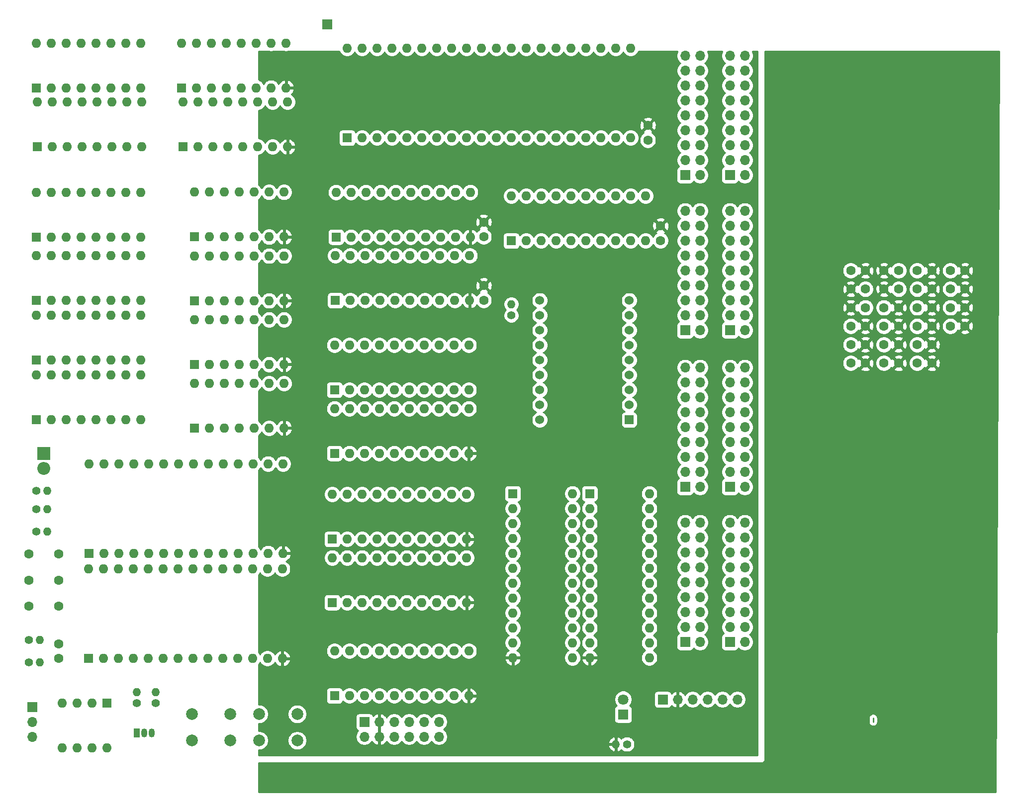
<source format=gbr>
G04 #@! TF.GenerationSoftware,KiCad,Pcbnew,(5.1.6-0-10_14)*
G04 #@! TF.CreationDate,2020-05-26T03:16:43-04:00*
G04 #@! TF.ProjectId,tom-1,746f6d2d-312e-46b6-9963-61645f706362,rev?*
G04 #@! TF.SameCoordinates,Original*
G04 #@! TF.FileFunction,Copper,L3,Inr*
G04 #@! TF.FilePolarity,Positive*
%FSLAX46Y46*%
G04 Gerber Fmt 4.6, Leading zero omitted, Abs format (unit mm)*
G04 Created by KiCad (PCBNEW (5.1.6-0-10_14)) date 2020-05-26 03:16:43*
%MOMM*%
%LPD*%
G01*
G04 APERTURE LIST*
G04 #@! TA.AperFunction,ViaPad*
%ADD10O,1.400000X1.400000*%
G04 #@! TD*
G04 #@! TA.AperFunction,ViaPad*
%ADD11C,1.400000*%
G04 #@! TD*
G04 #@! TA.AperFunction,ViaPad*
%ADD12C,1.800000*%
G04 #@! TD*
G04 #@! TA.AperFunction,ViaPad*
%ADD13R,1.800000X1.800000*%
G04 #@! TD*
G04 #@! TA.AperFunction,ViaPad*
%ADD14O,1.600000X1.600000*%
G04 #@! TD*
G04 #@! TA.AperFunction,ViaPad*
%ADD15R,1.600000X1.600000*%
G04 #@! TD*
G04 #@! TA.AperFunction,ViaPad*
%ADD16C,2.000000*%
G04 #@! TD*
G04 #@! TA.AperFunction,ViaPad*
%ADD17O,1.700000X1.700000*%
G04 #@! TD*
G04 #@! TA.AperFunction,ViaPad*
%ADD18R,1.700000X1.700000*%
G04 #@! TD*
G04 #@! TA.AperFunction,ViaPad*
%ADD19C,1.600000*%
G04 #@! TD*
G04 #@! TA.AperFunction,ViaPad*
%ADD20O,2.200000X2.200000*%
G04 #@! TD*
G04 #@! TA.AperFunction,ViaPad*
%ADD21R,2.200000X2.200000*%
G04 #@! TD*
G04 #@! TA.AperFunction,ViaPad*
%ADD22C,1.524000*%
G04 #@! TD*
G04 #@! TA.AperFunction,ViaPad*
%ADD23R,1.524000X1.524000*%
G04 #@! TD*
G04 #@! TA.AperFunction,ViaPad*
%ADD24O,1.050000X1.500000*%
G04 #@! TD*
G04 #@! TA.AperFunction,ViaPad*
%ADD25R,1.050000X1.500000*%
G04 #@! TD*
G04 #@! TA.AperFunction,Conductor*
%ADD26C,0.250000*%
G04 #@! TD*
G04 #@! TA.AperFunction,Conductor*
%ADD27C,0.254000*%
G04 #@! TD*
G04 APERTURE END LIST*
D10*
X123830000Y-143510000D03*
D11*
X125730000Y-143510000D03*
D12*
X125095000Y-135890000D03*
D13*
X125095000Y-138430000D03*
D14*
X106045000Y-50165000D03*
X128905000Y-57785000D03*
X108585000Y-50165000D03*
X126365000Y-57785000D03*
X111125000Y-50165000D03*
X123825000Y-57785000D03*
X113665000Y-50165000D03*
X121285000Y-57785000D03*
X116205000Y-50165000D03*
X118745000Y-57785000D03*
X118745000Y-50165000D03*
X116205000Y-57785000D03*
X121285000Y-50165000D03*
X113665000Y-57785000D03*
X123825000Y-50165000D03*
X111125000Y-57785000D03*
X126365000Y-50165000D03*
X108585000Y-57785000D03*
X128905000Y-50165000D03*
D15*
X106045000Y-57785000D03*
D16*
X51666000Y-142875000D03*
X51666000Y-138375000D03*
X58166000Y-142875000D03*
X58166000Y-138375000D03*
D10*
X25776000Y-125730000D03*
D11*
X23876000Y-125730000D03*
D10*
X25776000Y-129540000D03*
D11*
X23876000Y-129540000D03*
D17*
X144526000Y-135890000D03*
X141986000Y-135890000D03*
X139446000Y-135890000D03*
X136906000Y-135890000D03*
X134366000Y-135890000D03*
D18*
X131826000Y-135890000D03*
D19*
X131445000Y-55245000D03*
X131445000Y-57745000D03*
X183280000Y-72315000D03*
X180780000Y-72315000D03*
X177630000Y-78615000D03*
X175130000Y-78615000D03*
X129286000Y-38140000D03*
X129286000Y-40640000D03*
X177630000Y-75465000D03*
X175130000Y-75465000D03*
X101346000Y-65405000D03*
X101346000Y-67905000D03*
X183280000Y-69165000D03*
X180780000Y-69165000D03*
X177630000Y-72315000D03*
X175130000Y-72315000D03*
X171980000Y-78615000D03*
X169480000Y-78615000D03*
X101346000Y-54610000D03*
X101346000Y-57110000D03*
X171980000Y-75465000D03*
X169480000Y-75465000D03*
X183280000Y-66015000D03*
X180780000Y-66015000D03*
X177630000Y-69165000D03*
X175130000Y-69165000D03*
X171980000Y-72315000D03*
X169480000Y-72315000D03*
X166330000Y-78615000D03*
X163830000Y-78615000D03*
X183280000Y-62865000D03*
X180780000Y-62865000D03*
X166330000Y-75465000D03*
X163830000Y-75465000D03*
X177630000Y-66015000D03*
X175130000Y-66015000D03*
X171980000Y-69165000D03*
X169480000Y-69165000D03*
X166330000Y-72315000D03*
X163830000Y-72315000D03*
X177630000Y-62865000D03*
X175130000Y-62865000D03*
X171980000Y-66015000D03*
X169480000Y-66015000D03*
X166330000Y-69165000D03*
X163830000Y-69165000D03*
X171980000Y-62865000D03*
X169480000Y-62865000D03*
X166330000Y-66015000D03*
X163830000Y-66015000D03*
X166330000Y-62865000D03*
X163830000Y-62865000D03*
D14*
X75946000Y-127635000D03*
X98806000Y-135255000D03*
X78486000Y-127635000D03*
X96266000Y-135255000D03*
X81026000Y-127635000D03*
X93726000Y-135255000D03*
X83566000Y-127635000D03*
X91186000Y-135255000D03*
X86106000Y-127635000D03*
X88646000Y-135255000D03*
X88646000Y-127635000D03*
X86106000Y-135255000D03*
X91186000Y-127635000D03*
X83566000Y-135255000D03*
X93726000Y-127635000D03*
X81026000Y-135255000D03*
X96266000Y-127635000D03*
X78486000Y-135255000D03*
X98806000Y-127635000D03*
D15*
X75946000Y-135255000D03*
D14*
X78105000Y-25019000D03*
X126365000Y-40259000D03*
X80645000Y-25019000D03*
X123825000Y-40259000D03*
X83185000Y-25019000D03*
X121285000Y-40259000D03*
X85725000Y-25019000D03*
X118745000Y-40259000D03*
X88265000Y-25019000D03*
X116205000Y-40259000D03*
X90805000Y-25019000D03*
X113665000Y-40259000D03*
X93345000Y-25019000D03*
X111125000Y-40259000D03*
X95885000Y-25019000D03*
X108585000Y-40259000D03*
X98425000Y-25019000D03*
X106045000Y-40259000D03*
X100965000Y-25019000D03*
X103505000Y-40259000D03*
X103505000Y-25019000D03*
X100965000Y-40259000D03*
X106045000Y-25019000D03*
X98425000Y-40259000D03*
X108585000Y-25019000D03*
X95885000Y-40259000D03*
X111125000Y-25019000D03*
X93345000Y-40259000D03*
X113665000Y-25019000D03*
X90805000Y-40259000D03*
X116205000Y-25019000D03*
X88265000Y-40259000D03*
X118745000Y-25019000D03*
X85725000Y-40259000D03*
X121285000Y-25019000D03*
X83185000Y-40259000D03*
X123825000Y-25019000D03*
X80645000Y-40259000D03*
X126365000Y-25019000D03*
D15*
X78105000Y-40259000D03*
D14*
X75565000Y-111760000D03*
X98425000Y-119380000D03*
X78105000Y-111760000D03*
X95885000Y-119380000D03*
X80645000Y-111760000D03*
X93345000Y-119380000D03*
X83185000Y-111760000D03*
X90805000Y-119380000D03*
X85725000Y-111760000D03*
X88265000Y-119380000D03*
X88265000Y-111760000D03*
X85725000Y-119380000D03*
X90805000Y-111760000D03*
X83185000Y-119380000D03*
X93345000Y-111760000D03*
X80645000Y-119380000D03*
X95885000Y-111760000D03*
X78105000Y-119380000D03*
X98425000Y-111760000D03*
D15*
X75565000Y-119380000D03*
X75946000Y-83185000D03*
D14*
X98806000Y-75565000D03*
X78486000Y-83185000D03*
X96266000Y-75565000D03*
X81026000Y-83185000D03*
X93726000Y-75565000D03*
X83566000Y-83185000D03*
X91186000Y-75565000D03*
X86106000Y-83185000D03*
X88646000Y-75565000D03*
X88646000Y-83185000D03*
X86106000Y-75565000D03*
X91186000Y-83185000D03*
X83566000Y-75565000D03*
X93726000Y-83185000D03*
X81026000Y-75565000D03*
X96266000Y-83185000D03*
X78486000Y-75565000D03*
X98806000Y-83185000D03*
X75946000Y-75565000D03*
X75565000Y-100965000D03*
X98425000Y-108585000D03*
X78105000Y-100965000D03*
X95885000Y-108585000D03*
X80645000Y-100965000D03*
X93345000Y-108585000D03*
X83185000Y-100965000D03*
X90805000Y-108585000D03*
X85725000Y-100965000D03*
X88265000Y-108585000D03*
X88265000Y-100965000D03*
X85725000Y-108585000D03*
X90805000Y-100965000D03*
X83185000Y-108585000D03*
X93345000Y-100965000D03*
X80645000Y-108585000D03*
X95885000Y-100965000D03*
X78105000Y-108585000D03*
X98425000Y-100965000D03*
D15*
X75565000Y-108585000D03*
X75946000Y-93980000D03*
D14*
X98806000Y-86360000D03*
X78486000Y-93980000D03*
X96266000Y-86360000D03*
X81026000Y-93980000D03*
X93726000Y-86360000D03*
X83566000Y-93980000D03*
X91186000Y-86360000D03*
X86106000Y-93980000D03*
X88646000Y-86360000D03*
X88646000Y-93980000D03*
X86106000Y-86360000D03*
X91186000Y-93980000D03*
X83566000Y-86360000D03*
X93726000Y-93980000D03*
X81026000Y-86360000D03*
X96266000Y-93980000D03*
X78486000Y-86360000D03*
X98806000Y-93980000D03*
X75946000Y-86360000D03*
D17*
X24511000Y-142240000D03*
X24511000Y-139700000D03*
D18*
X24511000Y-137160000D03*
D16*
X63096000Y-142875000D03*
X63096000Y-138375000D03*
X69596000Y-142875000D03*
X69596000Y-138375000D03*
D17*
X138176000Y-52705000D03*
X135636000Y-52705000D03*
X138176000Y-55245000D03*
X135636000Y-55245000D03*
X138176000Y-57785000D03*
X135636000Y-57785000D03*
X138176000Y-60325000D03*
X135636000Y-60325000D03*
X138176000Y-62865000D03*
X135636000Y-62865000D03*
X138176000Y-65405000D03*
X135636000Y-65405000D03*
X138176000Y-67945000D03*
X135636000Y-67945000D03*
X138176000Y-70485000D03*
X135636000Y-70485000D03*
X138176000Y-73025000D03*
D18*
X135636000Y-73025000D03*
D17*
X138176000Y-26289000D03*
X135636000Y-26289000D03*
X138176000Y-28829000D03*
X135636000Y-28829000D03*
X138176000Y-31369000D03*
X135636000Y-31369000D03*
X138176000Y-33909000D03*
X135636000Y-33909000D03*
X138176000Y-36449000D03*
X135636000Y-36449000D03*
X138176000Y-38989000D03*
X135636000Y-38989000D03*
X138176000Y-41529000D03*
X135636000Y-41529000D03*
X138176000Y-44069000D03*
X135636000Y-44069000D03*
X138176000Y-46609000D03*
D18*
X135636000Y-46609000D03*
D17*
X145796000Y-79375000D03*
X143256000Y-79375000D03*
X145796000Y-81915000D03*
X143256000Y-81915000D03*
X145796000Y-84455000D03*
X143256000Y-84455000D03*
X145796000Y-86995000D03*
X143256000Y-86995000D03*
X145796000Y-89535000D03*
X143256000Y-89535000D03*
X145796000Y-92075000D03*
X143256000Y-92075000D03*
X145796000Y-94615000D03*
X143256000Y-94615000D03*
X145796000Y-97155000D03*
X143256000Y-97155000D03*
X145796000Y-99695000D03*
D18*
X143256000Y-99695000D03*
D17*
X145796000Y-52705000D03*
X143256000Y-52705000D03*
X145796000Y-55245000D03*
X143256000Y-55245000D03*
X145796000Y-57785000D03*
X143256000Y-57785000D03*
X145796000Y-60325000D03*
X143256000Y-60325000D03*
X145796000Y-62865000D03*
X143256000Y-62865000D03*
X145796000Y-65405000D03*
X143256000Y-65405000D03*
X145796000Y-67945000D03*
X143256000Y-67945000D03*
X145796000Y-70485000D03*
X143256000Y-70485000D03*
X145796000Y-73025000D03*
D18*
X143256000Y-73025000D03*
D14*
X25336500Y-34163000D03*
X43116500Y-41783000D03*
X27876500Y-34163000D03*
X40576500Y-41783000D03*
X30416500Y-34163000D03*
X38036500Y-41783000D03*
X32956500Y-34163000D03*
X35496500Y-41783000D03*
X35496500Y-34163000D03*
X32956500Y-41783000D03*
X38036500Y-34163000D03*
X30416500Y-41783000D03*
X40576500Y-34163000D03*
X27876500Y-41783000D03*
X43116500Y-34163000D03*
D15*
X25336500Y-41783000D03*
D14*
X50165000Y-34163000D03*
X67945000Y-41783000D03*
X52705000Y-34163000D03*
X65405000Y-41783000D03*
X55245000Y-34163000D03*
X62865000Y-41783000D03*
X57785000Y-34163000D03*
X60325000Y-41783000D03*
X60325000Y-34163000D03*
X57785000Y-41783000D03*
X62865000Y-34163000D03*
X55245000Y-41783000D03*
X65405000Y-34163000D03*
X52705000Y-41783000D03*
X67945000Y-34163000D03*
D15*
X50165000Y-41783000D03*
X25146000Y-31750000D03*
D14*
X42926000Y-24130000D03*
X27686000Y-31750000D03*
X40386000Y-24130000D03*
X30226000Y-31750000D03*
X37846000Y-24130000D03*
X32766000Y-31750000D03*
X35306000Y-24130000D03*
X35306000Y-31750000D03*
X32766000Y-24130000D03*
X37846000Y-31750000D03*
X30226000Y-24130000D03*
X40386000Y-31750000D03*
X27686000Y-24130000D03*
X42926000Y-31750000D03*
X25146000Y-24130000D03*
X116459000Y-100838000D03*
X106299000Y-128778000D03*
X116459000Y-103378000D03*
X106299000Y-126238000D03*
X116459000Y-105918000D03*
X106299000Y-123698000D03*
X116459000Y-108458000D03*
X106299000Y-121158000D03*
X116459000Y-110998000D03*
X106299000Y-118618000D03*
X116459000Y-113538000D03*
X106299000Y-116078000D03*
X116459000Y-116078000D03*
X106299000Y-113538000D03*
X116459000Y-118618000D03*
X106299000Y-110998000D03*
X116459000Y-121158000D03*
X106299000Y-108458000D03*
X116459000Y-123698000D03*
X106299000Y-105918000D03*
X116459000Y-126238000D03*
X106299000Y-103378000D03*
X116459000Y-128778000D03*
D15*
X106299000Y-100838000D03*
D14*
X129540000Y-100838000D03*
X119380000Y-128778000D03*
X129540000Y-103378000D03*
X119380000Y-126238000D03*
X129540000Y-105918000D03*
X119380000Y-123698000D03*
X129540000Y-108458000D03*
X119380000Y-121158000D03*
X129540000Y-110998000D03*
X119380000Y-118618000D03*
X129540000Y-113538000D03*
X119380000Y-116078000D03*
X129540000Y-116078000D03*
X119380000Y-113538000D03*
X129540000Y-118618000D03*
X119380000Y-110998000D03*
X129540000Y-121158000D03*
X119380000Y-108458000D03*
X129540000Y-123698000D03*
X119380000Y-105918000D03*
X129540000Y-126238000D03*
X119380000Y-103378000D03*
X129540000Y-128778000D03*
D15*
X119380000Y-100838000D03*
D17*
X138176000Y-105791000D03*
X135636000Y-105791000D03*
X138176000Y-108331000D03*
X135636000Y-108331000D03*
X138176000Y-110871000D03*
X135636000Y-110871000D03*
X138176000Y-113411000D03*
X135636000Y-113411000D03*
X138176000Y-115951000D03*
X135636000Y-115951000D03*
X138176000Y-118491000D03*
X135636000Y-118491000D03*
X138176000Y-121031000D03*
X135636000Y-121031000D03*
X138176000Y-123571000D03*
X135636000Y-123571000D03*
X138176000Y-126111000D03*
D18*
X135636000Y-126111000D03*
D17*
X145796000Y-105791000D03*
X143256000Y-105791000D03*
X145796000Y-108331000D03*
X143256000Y-108331000D03*
X145796000Y-110871000D03*
X143256000Y-110871000D03*
X145796000Y-113411000D03*
X143256000Y-113411000D03*
X145796000Y-115951000D03*
X143256000Y-115951000D03*
X145796000Y-118491000D03*
X143256000Y-118491000D03*
X145796000Y-121031000D03*
X143256000Y-121031000D03*
X145796000Y-123571000D03*
X143256000Y-123571000D03*
X145796000Y-126111000D03*
D18*
X143256000Y-126111000D03*
D17*
X138176000Y-79375000D03*
X135636000Y-79375000D03*
X138176000Y-81915000D03*
X135636000Y-81915000D03*
X138176000Y-84455000D03*
X135636000Y-84455000D03*
X138176000Y-86995000D03*
X135636000Y-86995000D03*
X138176000Y-89535000D03*
X135636000Y-89535000D03*
X138176000Y-92075000D03*
X135636000Y-92075000D03*
X138176000Y-94615000D03*
X135636000Y-94615000D03*
X138176000Y-97155000D03*
X135636000Y-97155000D03*
X138176000Y-99695000D03*
D18*
X135636000Y-99695000D03*
D15*
X25146000Y-88265000D03*
D14*
X42926000Y-80645000D03*
X27686000Y-88265000D03*
X40386000Y-80645000D03*
X30226000Y-88265000D03*
X37846000Y-80645000D03*
X32766000Y-88265000D03*
X35306000Y-80645000D03*
X35306000Y-88265000D03*
X32766000Y-80645000D03*
X37846000Y-88265000D03*
X30226000Y-80645000D03*
X40386000Y-88265000D03*
X27686000Y-80645000D03*
X42926000Y-88265000D03*
X25146000Y-80645000D03*
D15*
X76104000Y-67945000D03*
D14*
X98964000Y-60325000D03*
X78644000Y-67945000D03*
X96424000Y-60325000D03*
X81184000Y-67945000D03*
X93884000Y-60325000D03*
X83724000Y-67945000D03*
X91344000Y-60325000D03*
X86264000Y-67945000D03*
X88804000Y-60325000D03*
X88804000Y-67945000D03*
X86264000Y-60325000D03*
X91344000Y-67945000D03*
X83724000Y-60325000D03*
X93884000Y-67945000D03*
X81184000Y-60325000D03*
X96424000Y-67945000D03*
X78644000Y-60325000D03*
X98964000Y-67945000D03*
X76104000Y-60325000D03*
X76200000Y-49530000D03*
X99060000Y-57150000D03*
X78740000Y-49530000D03*
X96520000Y-57150000D03*
X81280000Y-49530000D03*
X93980000Y-57150000D03*
X83820000Y-49530000D03*
X91440000Y-57150000D03*
X86360000Y-49530000D03*
X88900000Y-57150000D03*
X88900000Y-49530000D03*
X86360000Y-57150000D03*
X91440000Y-49530000D03*
X83820000Y-57150000D03*
X93980000Y-49530000D03*
X81280000Y-57150000D03*
X96520000Y-49530000D03*
X78740000Y-57150000D03*
X99060000Y-49530000D03*
D15*
X76200000Y-57150000D03*
X25146000Y-57150000D03*
D14*
X42926000Y-49530000D03*
X27686000Y-57150000D03*
X40386000Y-49530000D03*
X30226000Y-57150000D03*
X37846000Y-49530000D03*
X32766000Y-57150000D03*
X35306000Y-49530000D03*
X35306000Y-57150000D03*
X32766000Y-49530000D03*
X37846000Y-57150000D03*
X30226000Y-49530000D03*
X40386000Y-57150000D03*
X27686000Y-49530000D03*
X42926000Y-57150000D03*
X25146000Y-49530000D03*
D15*
X25146000Y-67945000D03*
D14*
X42926000Y-60325000D03*
X27686000Y-67945000D03*
X40386000Y-60325000D03*
X30226000Y-67945000D03*
X37846000Y-60325000D03*
X32766000Y-67945000D03*
X35306000Y-60325000D03*
X35306000Y-67945000D03*
X32766000Y-60325000D03*
X37846000Y-67945000D03*
X30226000Y-60325000D03*
X40386000Y-67945000D03*
X27686000Y-60325000D03*
X42926000Y-67945000D03*
X25146000Y-60325000D03*
D15*
X25146000Y-78105000D03*
D14*
X42926000Y-70485000D03*
X27686000Y-78105000D03*
X40386000Y-70485000D03*
X30226000Y-78105000D03*
X37846000Y-70485000D03*
X32766000Y-78105000D03*
X35306000Y-70485000D03*
X35306000Y-78105000D03*
X32766000Y-70485000D03*
X37846000Y-78105000D03*
X30226000Y-70485000D03*
X40386000Y-78105000D03*
X27686000Y-70485000D03*
X42926000Y-78105000D03*
X25146000Y-70485000D03*
X49911000Y-24130000D03*
X67691000Y-31750000D03*
X52451000Y-24130000D03*
X65151000Y-31750000D03*
X54991000Y-24130000D03*
X62611000Y-31750000D03*
X57531000Y-24130000D03*
X60071000Y-31750000D03*
X60071000Y-24130000D03*
X57531000Y-31750000D03*
X62611000Y-24130000D03*
X54991000Y-31750000D03*
X65151000Y-24130000D03*
X52451000Y-31750000D03*
X67691000Y-24130000D03*
D15*
X49911000Y-31750000D03*
D17*
X145796000Y-26289000D03*
X143256000Y-26289000D03*
X145796000Y-28829000D03*
X143256000Y-28829000D03*
X145796000Y-31369000D03*
X143256000Y-31369000D03*
X145796000Y-33909000D03*
X143256000Y-33909000D03*
X145796000Y-36449000D03*
X143256000Y-36449000D03*
X145796000Y-38989000D03*
X143256000Y-38989000D03*
X145796000Y-41529000D03*
X143256000Y-41529000D03*
X145796000Y-44069000D03*
X143256000Y-44069000D03*
X145796000Y-46609000D03*
D18*
X143256000Y-46609000D03*
D10*
X27046000Y-103505000D03*
D11*
X25146000Y-103505000D03*
D10*
X27051000Y-107315000D03*
D11*
X25151000Y-107315000D03*
D10*
X27046000Y-100330000D03*
D11*
X25146000Y-100330000D03*
D10*
X106045000Y-68590000D03*
D11*
X106045000Y-70490000D03*
D19*
X23956000Y-111125000D03*
X28956000Y-111125000D03*
X23956000Y-120015000D03*
X28956000Y-120015000D03*
X23956000Y-115570000D03*
X28956000Y-115570000D03*
D14*
X34163000Y-95758000D03*
X67183000Y-110998000D03*
X36703000Y-95758000D03*
X64643000Y-110998000D03*
X39243000Y-95758000D03*
X62103000Y-110998000D03*
X41783000Y-95758000D03*
X59563000Y-110998000D03*
X44323000Y-95758000D03*
X57023000Y-110998000D03*
X46863000Y-95758000D03*
X54483000Y-110998000D03*
X49403000Y-95758000D03*
X51943000Y-110998000D03*
X51943000Y-95758000D03*
X49403000Y-110998000D03*
X54483000Y-95758000D03*
X46863000Y-110998000D03*
X57023000Y-95758000D03*
X44323000Y-110998000D03*
X59563000Y-95758000D03*
X41783000Y-110998000D03*
X62103000Y-95758000D03*
X39243000Y-110998000D03*
X64643000Y-95758000D03*
X36703000Y-110998000D03*
X67183000Y-95758000D03*
D15*
X34163000Y-110998000D03*
X37211000Y-136525000D03*
D14*
X29591000Y-144145000D03*
X34671000Y-136525000D03*
X32131000Y-144145000D03*
X32131000Y-136525000D03*
X34671000Y-144145000D03*
X29591000Y-136525000D03*
X37211000Y-144145000D03*
D20*
X26416000Y-96520000D03*
D21*
X26416000Y-93980000D03*
D15*
X34036000Y-128905000D03*
D14*
X67056000Y-113665000D03*
X36576000Y-128905000D03*
X64516000Y-113665000D03*
X39116000Y-128905000D03*
X61976000Y-113665000D03*
X41656000Y-128905000D03*
X59436000Y-113665000D03*
X44196000Y-128905000D03*
X56896000Y-113665000D03*
X46736000Y-128905000D03*
X54356000Y-113665000D03*
X49276000Y-128905000D03*
X51816000Y-113665000D03*
X51816000Y-128905000D03*
X49276000Y-113665000D03*
X54356000Y-128905000D03*
X46736000Y-113665000D03*
X56896000Y-128905000D03*
X44196000Y-113665000D03*
X59436000Y-128905000D03*
X41656000Y-113665000D03*
X61976000Y-128905000D03*
X39116000Y-113665000D03*
X64516000Y-128905000D03*
X36576000Y-113665000D03*
X67056000Y-128905000D03*
X34036000Y-113665000D03*
D22*
X110871000Y-88265000D03*
X110871000Y-85725000D03*
X110871000Y-83185000D03*
X110871000Y-80645000D03*
X110871000Y-78105000D03*
X110871000Y-75565000D03*
X110871000Y-73025000D03*
X110871000Y-70485000D03*
X110871000Y-67945000D03*
X126111000Y-67945000D03*
X126111000Y-70485000D03*
X126111000Y-73025000D03*
X126111000Y-75565000D03*
X126111000Y-78105000D03*
X126111000Y-80645000D03*
X126111000Y-83185000D03*
X126111000Y-85725000D03*
D23*
X126111000Y-88265000D03*
D18*
X81026000Y-139700000D03*
D17*
X81026000Y-142240000D03*
X83566000Y-139700000D03*
X83566000Y-142240000D03*
X86106000Y-139700000D03*
X86106000Y-142240000D03*
X88646000Y-139700000D03*
X88646000Y-142240000D03*
X91186000Y-139700000D03*
X91186000Y-142240000D03*
X93726000Y-139700000D03*
X93726000Y-142240000D03*
D18*
X74676000Y-20955000D03*
D24*
X43561000Y-141605000D03*
X44831000Y-141605000D03*
D25*
X42291000Y-141605000D03*
D10*
X42291000Y-134620000D03*
D11*
X42291000Y-136520000D03*
X45466000Y-136525000D03*
D10*
X45466000Y-134625000D03*
D15*
X52121001Y-89679999D03*
D14*
X67361001Y-82059999D03*
X54661001Y-89679999D03*
X64821001Y-82059999D03*
X57201001Y-89679999D03*
X62281001Y-82059999D03*
X59741001Y-89679999D03*
X59741001Y-82059999D03*
X62281001Y-89679999D03*
X57201001Y-82059999D03*
X64821001Y-89679999D03*
X54661001Y-82059999D03*
X67361001Y-89679999D03*
X52121001Y-82059999D03*
X52121001Y-71209999D03*
X67361001Y-78829999D03*
X54661001Y-71209999D03*
X64821001Y-78829999D03*
X57201001Y-71209999D03*
X62281001Y-78829999D03*
X59741001Y-71209999D03*
X59741001Y-78829999D03*
X62281001Y-71209999D03*
X57201001Y-78829999D03*
X64821001Y-71209999D03*
X54661001Y-78829999D03*
X67361001Y-71209999D03*
D15*
X52121001Y-78829999D03*
X52121001Y-67979999D03*
D14*
X67361001Y-60359999D03*
X54661001Y-67979999D03*
X64821001Y-60359999D03*
X57201001Y-67979999D03*
X62281001Y-60359999D03*
X59741001Y-67979999D03*
X59741001Y-60359999D03*
X62281001Y-67979999D03*
X57201001Y-60359999D03*
X64821001Y-67979999D03*
X54661001Y-60359999D03*
X67361001Y-67979999D03*
X52121001Y-60359999D03*
X52121001Y-49509999D03*
X67361001Y-57129999D03*
X54661001Y-49509999D03*
X64821001Y-57129999D03*
X57201001Y-49509999D03*
X62281001Y-57129999D03*
X59741001Y-49509999D03*
X59741001Y-57129999D03*
X62281001Y-49509999D03*
X57201001Y-57129999D03*
X64821001Y-49509999D03*
X54661001Y-57129999D03*
X67361001Y-49509999D03*
D15*
X52121001Y-57129999D03*
D19*
X28956000Y-128905000D03*
X28956000Y-126405000D03*
D26*
X167640000Y-139700000D02*
X167640000Y-139065000D01*
D27*
G36*
X188468637Y-151638000D02*
G01*
X62992000Y-151638000D01*
X62992000Y-146710000D01*
X148557581Y-146710000D01*
X148590000Y-146713193D01*
X148622419Y-146710000D01*
X148719383Y-146700450D01*
X148843793Y-146662710D01*
X148958450Y-146601425D01*
X149058948Y-146518948D01*
X149141425Y-146418450D01*
X149202710Y-146303793D01*
X149240450Y-146179383D01*
X149253193Y-146050000D01*
X149250000Y-146017581D01*
X149250000Y-139027667D01*
X166880000Y-139027667D01*
X166880000Y-139737332D01*
X166890997Y-139848985D01*
X166934454Y-139992246D01*
X167005026Y-140124275D01*
X167099999Y-140240001D01*
X167215724Y-140334974D01*
X167347753Y-140405546D01*
X167491014Y-140449003D01*
X167640000Y-140463677D01*
X167788985Y-140449003D01*
X167932246Y-140405546D01*
X168064275Y-140334974D01*
X168180001Y-140240001D01*
X168274974Y-140124276D01*
X168345546Y-139992247D01*
X168389003Y-139848986D01*
X168400000Y-139737333D01*
X168400000Y-139027667D01*
X168389003Y-138916014D01*
X168345546Y-138772753D01*
X168274974Y-138640724D01*
X168180001Y-138524999D01*
X168064276Y-138430026D01*
X167932247Y-138359454D01*
X167788986Y-138315997D01*
X167640000Y-138301323D01*
X167491015Y-138315997D01*
X167347754Y-138359454D01*
X167215725Y-138430026D01*
X167100000Y-138524999D01*
X167005027Y-138640724D01*
X166934454Y-138772753D01*
X166890997Y-138916014D01*
X166880000Y-139027667D01*
X149250000Y-139027667D01*
X149250000Y-78473665D01*
X162395000Y-78473665D01*
X162395000Y-78756335D01*
X162450147Y-79033574D01*
X162558320Y-79294727D01*
X162715363Y-79529759D01*
X162915241Y-79729637D01*
X163150273Y-79886680D01*
X163411426Y-79994853D01*
X163688665Y-80050000D01*
X163971335Y-80050000D01*
X164248574Y-79994853D01*
X164509727Y-79886680D01*
X164744759Y-79729637D01*
X164866694Y-79607702D01*
X165516903Y-79607702D01*
X165588486Y-79851671D01*
X165843996Y-79972571D01*
X166118184Y-80041300D01*
X166400512Y-80055217D01*
X166680130Y-80013787D01*
X166946292Y-79918603D01*
X167071514Y-79851671D01*
X167143097Y-79607702D01*
X166330000Y-78794605D01*
X165516903Y-79607702D01*
X164866694Y-79607702D01*
X164944637Y-79529759D01*
X165078692Y-79329131D01*
X165093329Y-79356514D01*
X165337298Y-79428097D01*
X166150395Y-78615000D01*
X166509605Y-78615000D01*
X167322702Y-79428097D01*
X167566671Y-79356514D01*
X167687571Y-79101004D01*
X167756300Y-78826816D01*
X167770217Y-78544488D01*
X167759724Y-78473665D01*
X168045000Y-78473665D01*
X168045000Y-78756335D01*
X168100147Y-79033574D01*
X168208320Y-79294727D01*
X168365363Y-79529759D01*
X168565241Y-79729637D01*
X168800273Y-79886680D01*
X169061426Y-79994853D01*
X169338665Y-80050000D01*
X169621335Y-80050000D01*
X169898574Y-79994853D01*
X170159727Y-79886680D01*
X170394759Y-79729637D01*
X170516694Y-79607702D01*
X171166903Y-79607702D01*
X171238486Y-79851671D01*
X171493996Y-79972571D01*
X171768184Y-80041300D01*
X172050512Y-80055217D01*
X172330130Y-80013787D01*
X172596292Y-79918603D01*
X172721514Y-79851671D01*
X172793097Y-79607702D01*
X171980000Y-78794605D01*
X171166903Y-79607702D01*
X170516694Y-79607702D01*
X170594637Y-79529759D01*
X170728692Y-79329131D01*
X170743329Y-79356514D01*
X170987298Y-79428097D01*
X171800395Y-78615000D01*
X172159605Y-78615000D01*
X172972702Y-79428097D01*
X173216671Y-79356514D01*
X173337571Y-79101004D01*
X173406300Y-78826816D01*
X173420217Y-78544488D01*
X173409724Y-78473665D01*
X173695000Y-78473665D01*
X173695000Y-78756335D01*
X173750147Y-79033574D01*
X173858320Y-79294727D01*
X174015363Y-79529759D01*
X174215241Y-79729637D01*
X174450273Y-79886680D01*
X174711426Y-79994853D01*
X174988665Y-80050000D01*
X175271335Y-80050000D01*
X175548574Y-79994853D01*
X175809727Y-79886680D01*
X176044759Y-79729637D01*
X176166694Y-79607702D01*
X176816903Y-79607702D01*
X176888486Y-79851671D01*
X177143996Y-79972571D01*
X177418184Y-80041300D01*
X177700512Y-80055217D01*
X177980130Y-80013787D01*
X178246292Y-79918603D01*
X178371514Y-79851671D01*
X178443097Y-79607702D01*
X177630000Y-78794605D01*
X176816903Y-79607702D01*
X176166694Y-79607702D01*
X176244637Y-79529759D01*
X176378692Y-79329131D01*
X176393329Y-79356514D01*
X176637298Y-79428097D01*
X177450395Y-78615000D01*
X177809605Y-78615000D01*
X178622702Y-79428097D01*
X178866671Y-79356514D01*
X178987571Y-79101004D01*
X179056300Y-78826816D01*
X179070217Y-78544488D01*
X179028787Y-78264870D01*
X178933603Y-77998708D01*
X178866671Y-77873486D01*
X178622702Y-77801903D01*
X177809605Y-78615000D01*
X177450395Y-78615000D01*
X176637298Y-77801903D01*
X176393329Y-77873486D01*
X176379676Y-77902341D01*
X176244637Y-77700241D01*
X176166694Y-77622298D01*
X176816903Y-77622298D01*
X177630000Y-78435395D01*
X178443097Y-77622298D01*
X178371514Y-77378329D01*
X178116004Y-77257429D01*
X177841816Y-77188700D01*
X177559488Y-77174783D01*
X177279870Y-77216213D01*
X177013708Y-77311397D01*
X176888486Y-77378329D01*
X176816903Y-77622298D01*
X176166694Y-77622298D01*
X176044759Y-77500363D01*
X175809727Y-77343320D01*
X175548574Y-77235147D01*
X175271335Y-77180000D01*
X174988665Y-77180000D01*
X174711426Y-77235147D01*
X174450273Y-77343320D01*
X174215241Y-77500363D01*
X174015363Y-77700241D01*
X173858320Y-77935273D01*
X173750147Y-78196426D01*
X173695000Y-78473665D01*
X173409724Y-78473665D01*
X173378787Y-78264870D01*
X173283603Y-77998708D01*
X173216671Y-77873486D01*
X172972702Y-77801903D01*
X172159605Y-78615000D01*
X171800395Y-78615000D01*
X170987298Y-77801903D01*
X170743329Y-77873486D01*
X170729676Y-77902341D01*
X170594637Y-77700241D01*
X170516694Y-77622298D01*
X171166903Y-77622298D01*
X171980000Y-78435395D01*
X172793097Y-77622298D01*
X172721514Y-77378329D01*
X172466004Y-77257429D01*
X172191816Y-77188700D01*
X171909488Y-77174783D01*
X171629870Y-77216213D01*
X171363708Y-77311397D01*
X171238486Y-77378329D01*
X171166903Y-77622298D01*
X170516694Y-77622298D01*
X170394759Y-77500363D01*
X170159727Y-77343320D01*
X169898574Y-77235147D01*
X169621335Y-77180000D01*
X169338665Y-77180000D01*
X169061426Y-77235147D01*
X168800273Y-77343320D01*
X168565241Y-77500363D01*
X168365363Y-77700241D01*
X168208320Y-77935273D01*
X168100147Y-78196426D01*
X168045000Y-78473665D01*
X167759724Y-78473665D01*
X167728787Y-78264870D01*
X167633603Y-77998708D01*
X167566671Y-77873486D01*
X167322702Y-77801903D01*
X166509605Y-78615000D01*
X166150395Y-78615000D01*
X165337298Y-77801903D01*
X165093329Y-77873486D01*
X165079676Y-77902341D01*
X164944637Y-77700241D01*
X164866694Y-77622298D01*
X165516903Y-77622298D01*
X166330000Y-78435395D01*
X167143097Y-77622298D01*
X167071514Y-77378329D01*
X166816004Y-77257429D01*
X166541816Y-77188700D01*
X166259488Y-77174783D01*
X165979870Y-77216213D01*
X165713708Y-77311397D01*
X165588486Y-77378329D01*
X165516903Y-77622298D01*
X164866694Y-77622298D01*
X164744759Y-77500363D01*
X164509727Y-77343320D01*
X164248574Y-77235147D01*
X163971335Y-77180000D01*
X163688665Y-77180000D01*
X163411426Y-77235147D01*
X163150273Y-77343320D01*
X162915241Y-77500363D01*
X162715363Y-77700241D01*
X162558320Y-77935273D01*
X162450147Y-78196426D01*
X162395000Y-78473665D01*
X149250000Y-78473665D01*
X149250000Y-75323665D01*
X162395000Y-75323665D01*
X162395000Y-75606335D01*
X162450147Y-75883574D01*
X162558320Y-76144727D01*
X162715363Y-76379759D01*
X162915241Y-76579637D01*
X163150273Y-76736680D01*
X163411426Y-76844853D01*
X163688665Y-76900000D01*
X163971335Y-76900000D01*
X164248574Y-76844853D01*
X164509727Y-76736680D01*
X164744759Y-76579637D01*
X164866694Y-76457702D01*
X165516903Y-76457702D01*
X165588486Y-76701671D01*
X165843996Y-76822571D01*
X166118184Y-76891300D01*
X166400512Y-76905217D01*
X166680130Y-76863787D01*
X166946292Y-76768603D01*
X167071514Y-76701671D01*
X167143097Y-76457702D01*
X166330000Y-75644605D01*
X165516903Y-76457702D01*
X164866694Y-76457702D01*
X164944637Y-76379759D01*
X165078692Y-76179131D01*
X165093329Y-76206514D01*
X165337298Y-76278097D01*
X166150395Y-75465000D01*
X166509605Y-75465000D01*
X167322702Y-76278097D01*
X167566671Y-76206514D01*
X167687571Y-75951004D01*
X167756300Y-75676816D01*
X167770217Y-75394488D01*
X167759724Y-75323665D01*
X168045000Y-75323665D01*
X168045000Y-75606335D01*
X168100147Y-75883574D01*
X168208320Y-76144727D01*
X168365363Y-76379759D01*
X168565241Y-76579637D01*
X168800273Y-76736680D01*
X169061426Y-76844853D01*
X169338665Y-76900000D01*
X169621335Y-76900000D01*
X169898574Y-76844853D01*
X170159727Y-76736680D01*
X170394759Y-76579637D01*
X170516694Y-76457702D01*
X171166903Y-76457702D01*
X171238486Y-76701671D01*
X171493996Y-76822571D01*
X171768184Y-76891300D01*
X172050512Y-76905217D01*
X172330130Y-76863787D01*
X172596292Y-76768603D01*
X172721514Y-76701671D01*
X172793097Y-76457702D01*
X171980000Y-75644605D01*
X171166903Y-76457702D01*
X170516694Y-76457702D01*
X170594637Y-76379759D01*
X170728692Y-76179131D01*
X170743329Y-76206514D01*
X170987298Y-76278097D01*
X171800395Y-75465000D01*
X172159605Y-75465000D01*
X172972702Y-76278097D01*
X173216671Y-76206514D01*
X173337571Y-75951004D01*
X173406300Y-75676816D01*
X173420217Y-75394488D01*
X173409724Y-75323665D01*
X173695000Y-75323665D01*
X173695000Y-75606335D01*
X173750147Y-75883574D01*
X173858320Y-76144727D01*
X174015363Y-76379759D01*
X174215241Y-76579637D01*
X174450273Y-76736680D01*
X174711426Y-76844853D01*
X174988665Y-76900000D01*
X175271335Y-76900000D01*
X175548574Y-76844853D01*
X175809727Y-76736680D01*
X176044759Y-76579637D01*
X176166694Y-76457702D01*
X176816903Y-76457702D01*
X176888486Y-76701671D01*
X177143996Y-76822571D01*
X177418184Y-76891300D01*
X177700512Y-76905217D01*
X177980130Y-76863787D01*
X178246292Y-76768603D01*
X178371514Y-76701671D01*
X178443097Y-76457702D01*
X177630000Y-75644605D01*
X176816903Y-76457702D01*
X176166694Y-76457702D01*
X176244637Y-76379759D01*
X176378692Y-76179131D01*
X176393329Y-76206514D01*
X176637298Y-76278097D01*
X177450395Y-75465000D01*
X177809605Y-75465000D01*
X178622702Y-76278097D01*
X178866671Y-76206514D01*
X178987571Y-75951004D01*
X179056300Y-75676816D01*
X179070217Y-75394488D01*
X179028787Y-75114870D01*
X178933603Y-74848708D01*
X178866671Y-74723486D01*
X178622702Y-74651903D01*
X177809605Y-75465000D01*
X177450395Y-75465000D01*
X176637298Y-74651903D01*
X176393329Y-74723486D01*
X176379676Y-74752341D01*
X176244637Y-74550241D01*
X176166694Y-74472298D01*
X176816903Y-74472298D01*
X177630000Y-75285395D01*
X178443097Y-74472298D01*
X178371514Y-74228329D01*
X178116004Y-74107429D01*
X177841816Y-74038700D01*
X177559488Y-74024783D01*
X177279870Y-74066213D01*
X177013708Y-74161397D01*
X176888486Y-74228329D01*
X176816903Y-74472298D01*
X176166694Y-74472298D01*
X176044759Y-74350363D01*
X175809727Y-74193320D01*
X175548574Y-74085147D01*
X175271335Y-74030000D01*
X174988665Y-74030000D01*
X174711426Y-74085147D01*
X174450273Y-74193320D01*
X174215241Y-74350363D01*
X174015363Y-74550241D01*
X173858320Y-74785273D01*
X173750147Y-75046426D01*
X173695000Y-75323665D01*
X173409724Y-75323665D01*
X173378787Y-75114870D01*
X173283603Y-74848708D01*
X173216671Y-74723486D01*
X172972702Y-74651903D01*
X172159605Y-75465000D01*
X171800395Y-75465000D01*
X170987298Y-74651903D01*
X170743329Y-74723486D01*
X170729676Y-74752341D01*
X170594637Y-74550241D01*
X170516694Y-74472298D01*
X171166903Y-74472298D01*
X171980000Y-75285395D01*
X172793097Y-74472298D01*
X172721514Y-74228329D01*
X172466004Y-74107429D01*
X172191816Y-74038700D01*
X171909488Y-74024783D01*
X171629870Y-74066213D01*
X171363708Y-74161397D01*
X171238486Y-74228329D01*
X171166903Y-74472298D01*
X170516694Y-74472298D01*
X170394759Y-74350363D01*
X170159727Y-74193320D01*
X169898574Y-74085147D01*
X169621335Y-74030000D01*
X169338665Y-74030000D01*
X169061426Y-74085147D01*
X168800273Y-74193320D01*
X168565241Y-74350363D01*
X168365363Y-74550241D01*
X168208320Y-74785273D01*
X168100147Y-75046426D01*
X168045000Y-75323665D01*
X167759724Y-75323665D01*
X167728787Y-75114870D01*
X167633603Y-74848708D01*
X167566671Y-74723486D01*
X167322702Y-74651903D01*
X166509605Y-75465000D01*
X166150395Y-75465000D01*
X165337298Y-74651903D01*
X165093329Y-74723486D01*
X165079676Y-74752341D01*
X164944637Y-74550241D01*
X164866694Y-74472298D01*
X165516903Y-74472298D01*
X166330000Y-75285395D01*
X167143097Y-74472298D01*
X167071514Y-74228329D01*
X166816004Y-74107429D01*
X166541816Y-74038700D01*
X166259488Y-74024783D01*
X165979870Y-74066213D01*
X165713708Y-74161397D01*
X165588486Y-74228329D01*
X165516903Y-74472298D01*
X164866694Y-74472298D01*
X164744759Y-74350363D01*
X164509727Y-74193320D01*
X164248574Y-74085147D01*
X163971335Y-74030000D01*
X163688665Y-74030000D01*
X163411426Y-74085147D01*
X163150273Y-74193320D01*
X162915241Y-74350363D01*
X162715363Y-74550241D01*
X162558320Y-74785273D01*
X162450147Y-75046426D01*
X162395000Y-75323665D01*
X149250000Y-75323665D01*
X149250000Y-72173665D01*
X162395000Y-72173665D01*
X162395000Y-72456335D01*
X162450147Y-72733574D01*
X162558320Y-72994727D01*
X162715363Y-73229759D01*
X162915241Y-73429637D01*
X163150273Y-73586680D01*
X163411426Y-73694853D01*
X163688665Y-73750000D01*
X163971335Y-73750000D01*
X164248574Y-73694853D01*
X164509727Y-73586680D01*
X164744759Y-73429637D01*
X164866694Y-73307702D01*
X165516903Y-73307702D01*
X165588486Y-73551671D01*
X165843996Y-73672571D01*
X166118184Y-73741300D01*
X166400512Y-73755217D01*
X166680130Y-73713787D01*
X166946292Y-73618603D01*
X167071514Y-73551671D01*
X167143097Y-73307702D01*
X166330000Y-72494605D01*
X165516903Y-73307702D01*
X164866694Y-73307702D01*
X164944637Y-73229759D01*
X165078692Y-73029131D01*
X165093329Y-73056514D01*
X165337298Y-73128097D01*
X166150395Y-72315000D01*
X166509605Y-72315000D01*
X167322702Y-73128097D01*
X167566671Y-73056514D01*
X167687571Y-72801004D01*
X167756300Y-72526816D01*
X167770217Y-72244488D01*
X167759724Y-72173665D01*
X168045000Y-72173665D01*
X168045000Y-72456335D01*
X168100147Y-72733574D01*
X168208320Y-72994727D01*
X168365363Y-73229759D01*
X168565241Y-73429637D01*
X168800273Y-73586680D01*
X169061426Y-73694853D01*
X169338665Y-73750000D01*
X169621335Y-73750000D01*
X169898574Y-73694853D01*
X170159727Y-73586680D01*
X170394759Y-73429637D01*
X170516694Y-73307702D01*
X171166903Y-73307702D01*
X171238486Y-73551671D01*
X171493996Y-73672571D01*
X171768184Y-73741300D01*
X172050512Y-73755217D01*
X172330130Y-73713787D01*
X172596292Y-73618603D01*
X172721514Y-73551671D01*
X172793097Y-73307702D01*
X171980000Y-72494605D01*
X171166903Y-73307702D01*
X170516694Y-73307702D01*
X170594637Y-73229759D01*
X170728692Y-73029131D01*
X170743329Y-73056514D01*
X170987298Y-73128097D01*
X171800395Y-72315000D01*
X172159605Y-72315000D01*
X172972702Y-73128097D01*
X173216671Y-73056514D01*
X173337571Y-72801004D01*
X173406300Y-72526816D01*
X173420217Y-72244488D01*
X173409724Y-72173665D01*
X173695000Y-72173665D01*
X173695000Y-72456335D01*
X173750147Y-72733574D01*
X173858320Y-72994727D01*
X174015363Y-73229759D01*
X174215241Y-73429637D01*
X174450273Y-73586680D01*
X174711426Y-73694853D01*
X174988665Y-73750000D01*
X175271335Y-73750000D01*
X175548574Y-73694853D01*
X175809727Y-73586680D01*
X176044759Y-73429637D01*
X176166694Y-73307702D01*
X176816903Y-73307702D01*
X176888486Y-73551671D01*
X177143996Y-73672571D01*
X177418184Y-73741300D01*
X177700512Y-73755217D01*
X177980130Y-73713787D01*
X178246292Y-73618603D01*
X178371514Y-73551671D01*
X178443097Y-73307702D01*
X177630000Y-72494605D01*
X176816903Y-73307702D01*
X176166694Y-73307702D01*
X176244637Y-73229759D01*
X176378692Y-73029131D01*
X176393329Y-73056514D01*
X176637298Y-73128097D01*
X177450395Y-72315000D01*
X177809605Y-72315000D01*
X178622702Y-73128097D01*
X178866671Y-73056514D01*
X178987571Y-72801004D01*
X179056300Y-72526816D01*
X179070217Y-72244488D01*
X179059724Y-72173665D01*
X179345000Y-72173665D01*
X179345000Y-72456335D01*
X179400147Y-72733574D01*
X179508320Y-72994727D01*
X179665363Y-73229759D01*
X179865241Y-73429637D01*
X180100273Y-73586680D01*
X180361426Y-73694853D01*
X180638665Y-73750000D01*
X180921335Y-73750000D01*
X181198574Y-73694853D01*
X181459727Y-73586680D01*
X181694759Y-73429637D01*
X181816694Y-73307702D01*
X182466903Y-73307702D01*
X182538486Y-73551671D01*
X182793996Y-73672571D01*
X183068184Y-73741300D01*
X183350512Y-73755217D01*
X183630130Y-73713787D01*
X183896292Y-73618603D01*
X184021514Y-73551671D01*
X184093097Y-73307702D01*
X183280000Y-72494605D01*
X182466903Y-73307702D01*
X181816694Y-73307702D01*
X181894637Y-73229759D01*
X182028692Y-73029131D01*
X182043329Y-73056514D01*
X182287298Y-73128097D01*
X183100395Y-72315000D01*
X183459605Y-72315000D01*
X184272702Y-73128097D01*
X184516671Y-73056514D01*
X184637571Y-72801004D01*
X184706300Y-72526816D01*
X184720217Y-72244488D01*
X184678787Y-71964870D01*
X184583603Y-71698708D01*
X184516671Y-71573486D01*
X184272702Y-71501903D01*
X183459605Y-72315000D01*
X183100395Y-72315000D01*
X182287298Y-71501903D01*
X182043329Y-71573486D01*
X182029676Y-71602341D01*
X181894637Y-71400241D01*
X181816694Y-71322298D01*
X182466903Y-71322298D01*
X183280000Y-72135395D01*
X184093097Y-71322298D01*
X184021514Y-71078329D01*
X183766004Y-70957429D01*
X183491816Y-70888700D01*
X183209488Y-70874783D01*
X182929870Y-70916213D01*
X182663708Y-71011397D01*
X182538486Y-71078329D01*
X182466903Y-71322298D01*
X181816694Y-71322298D01*
X181694759Y-71200363D01*
X181459727Y-71043320D01*
X181198574Y-70935147D01*
X180921335Y-70880000D01*
X180638665Y-70880000D01*
X180361426Y-70935147D01*
X180100273Y-71043320D01*
X179865241Y-71200363D01*
X179665363Y-71400241D01*
X179508320Y-71635273D01*
X179400147Y-71896426D01*
X179345000Y-72173665D01*
X179059724Y-72173665D01*
X179028787Y-71964870D01*
X178933603Y-71698708D01*
X178866671Y-71573486D01*
X178622702Y-71501903D01*
X177809605Y-72315000D01*
X177450395Y-72315000D01*
X176637298Y-71501903D01*
X176393329Y-71573486D01*
X176379676Y-71602341D01*
X176244637Y-71400241D01*
X176166694Y-71322298D01*
X176816903Y-71322298D01*
X177630000Y-72135395D01*
X178443097Y-71322298D01*
X178371514Y-71078329D01*
X178116004Y-70957429D01*
X177841816Y-70888700D01*
X177559488Y-70874783D01*
X177279870Y-70916213D01*
X177013708Y-71011397D01*
X176888486Y-71078329D01*
X176816903Y-71322298D01*
X176166694Y-71322298D01*
X176044759Y-71200363D01*
X175809727Y-71043320D01*
X175548574Y-70935147D01*
X175271335Y-70880000D01*
X174988665Y-70880000D01*
X174711426Y-70935147D01*
X174450273Y-71043320D01*
X174215241Y-71200363D01*
X174015363Y-71400241D01*
X173858320Y-71635273D01*
X173750147Y-71896426D01*
X173695000Y-72173665D01*
X173409724Y-72173665D01*
X173378787Y-71964870D01*
X173283603Y-71698708D01*
X173216671Y-71573486D01*
X172972702Y-71501903D01*
X172159605Y-72315000D01*
X171800395Y-72315000D01*
X170987298Y-71501903D01*
X170743329Y-71573486D01*
X170729676Y-71602341D01*
X170594637Y-71400241D01*
X170516694Y-71322298D01*
X171166903Y-71322298D01*
X171980000Y-72135395D01*
X172793097Y-71322298D01*
X172721514Y-71078329D01*
X172466004Y-70957429D01*
X172191816Y-70888700D01*
X171909488Y-70874783D01*
X171629870Y-70916213D01*
X171363708Y-71011397D01*
X171238486Y-71078329D01*
X171166903Y-71322298D01*
X170516694Y-71322298D01*
X170394759Y-71200363D01*
X170159727Y-71043320D01*
X169898574Y-70935147D01*
X169621335Y-70880000D01*
X169338665Y-70880000D01*
X169061426Y-70935147D01*
X168800273Y-71043320D01*
X168565241Y-71200363D01*
X168365363Y-71400241D01*
X168208320Y-71635273D01*
X168100147Y-71896426D01*
X168045000Y-72173665D01*
X167759724Y-72173665D01*
X167728787Y-71964870D01*
X167633603Y-71698708D01*
X167566671Y-71573486D01*
X167322702Y-71501903D01*
X166509605Y-72315000D01*
X166150395Y-72315000D01*
X165337298Y-71501903D01*
X165093329Y-71573486D01*
X165079676Y-71602341D01*
X164944637Y-71400241D01*
X164866694Y-71322298D01*
X165516903Y-71322298D01*
X166330000Y-72135395D01*
X167143097Y-71322298D01*
X167071514Y-71078329D01*
X166816004Y-70957429D01*
X166541816Y-70888700D01*
X166259488Y-70874783D01*
X165979870Y-70916213D01*
X165713708Y-71011397D01*
X165588486Y-71078329D01*
X165516903Y-71322298D01*
X164866694Y-71322298D01*
X164744759Y-71200363D01*
X164509727Y-71043320D01*
X164248574Y-70935147D01*
X163971335Y-70880000D01*
X163688665Y-70880000D01*
X163411426Y-70935147D01*
X163150273Y-71043320D01*
X162915241Y-71200363D01*
X162715363Y-71400241D01*
X162558320Y-71635273D01*
X162450147Y-71896426D01*
X162395000Y-72173665D01*
X149250000Y-72173665D01*
X149250000Y-70157702D01*
X163016903Y-70157702D01*
X163088486Y-70401671D01*
X163343996Y-70522571D01*
X163618184Y-70591300D01*
X163900512Y-70605217D01*
X164180130Y-70563787D01*
X164446292Y-70468603D01*
X164571514Y-70401671D01*
X164643097Y-70157702D01*
X163830000Y-69344605D01*
X163016903Y-70157702D01*
X149250000Y-70157702D01*
X149250000Y-69235512D01*
X162389783Y-69235512D01*
X162431213Y-69515130D01*
X162526397Y-69781292D01*
X162593329Y-69906514D01*
X162837298Y-69978097D01*
X163650395Y-69165000D01*
X164009605Y-69165000D01*
X164822702Y-69978097D01*
X165066671Y-69906514D01*
X165080324Y-69877659D01*
X165215363Y-70079759D01*
X165415241Y-70279637D01*
X165650273Y-70436680D01*
X165911426Y-70544853D01*
X166188665Y-70600000D01*
X166471335Y-70600000D01*
X166748574Y-70544853D01*
X167009727Y-70436680D01*
X167244759Y-70279637D01*
X167444637Y-70079759D01*
X167601680Y-69844727D01*
X167709853Y-69583574D01*
X167765000Y-69306335D01*
X167765000Y-69023665D01*
X168045000Y-69023665D01*
X168045000Y-69306335D01*
X168100147Y-69583574D01*
X168208320Y-69844727D01*
X168365363Y-70079759D01*
X168565241Y-70279637D01*
X168800273Y-70436680D01*
X169061426Y-70544853D01*
X169338665Y-70600000D01*
X169621335Y-70600000D01*
X169898574Y-70544853D01*
X170159727Y-70436680D01*
X170394759Y-70279637D01*
X170516694Y-70157702D01*
X171166903Y-70157702D01*
X171238486Y-70401671D01*
X171493996Y-70522571D01*
X171768184Y-70591300D01*
X172050512Y-70605217D01*
X172330130Y-70563787D01*
X172596292Y-70468603D01*
X172721514Y-70401671D01*
X172793097Y-70157702D01*
X171980000Y-69344605D01*
X171166903Y-70157702D01*
X170516694Y-70157702D01*
X170594637Y-70079759D01*
X170728692Y-69879131D01*
X170743329Y-69906514D01*
X170987298Y-69978097D01*
X171800395Y-69165000D01*
X172159605Y-69165000D01*
X172972702Y-69978097D01*
X173216671Y-69906514D01*
X173337571Y-69651004D01*
X173406300Y-69376816D01*
X173420217Y-69094488D01*
X173409724Y-69023665D01*
X173695000Y-69023665D01*
X173695000Y-69306335D01*
X173750147Y-69583574D01*
X173858320Y-69844727D01*
X174015363Y-70079759D01*
X174215241Y-70279637D01*
X174450273Y-70436680D01*
X174711426Y-70544853D01*
X174988665Y-70600000D01*
X175271335Y-70600000D01*
X175548574Y-70544853D01*
X175809727Y-70436680D01*
X176044759Y-70279637D01*
X176166694Y-70157702D01*
X176816903Y-70157702D01*
X176888486Y-70401671D01*
X177143996Y-70522571D01*
X177418184Y-70591300D01*
X177700512Y-70605217D01*
X177980130Y-70563787D01*
X178246292Y-70468603D01*
X178371514Y-70401671D01*
X178443097Y-70157702D01*
X177630000Y-69344605D01*
X176816903Y-70157702D01*
X176166694Y-70157702D01*
X176244637Y-70079759D01*
X176378692Y-69879131D01*
X176393329Y-69906514D01*
X176637298Y-69978097D01*
X177450395Y-69165000D01*
X177809605Y-69165000D01*
X178622702Y-69978097D01*
X178866671Y-69906514D01*
X178987571Y-69651004D01*
X179056300Y-69376816D01*
X179070217Y-69094488D01*
X179059724Y-69023665D01*
X179345000Y-69023665D01*
X179345000Y-69306335D01*
X179400147Y-69583574D01*
X179508320Y-69844727D01*
X179665363Y-70079759D01*
X179865241Y-70279637D01*
X180100273Y-70436680D01*
X180361426Y-70544853D01*
X180638665Y-70600000D01*
X180921335Y-70600000D01*
X181198574Y-70544853D01*
X181459727Y-70436680D01*
X181694759Y-70279637D01*
X181816694Y-70157702D01*
X182466903Y-70157702D01*
X182538486Y-70401671D01*
X182793996Y-70522571D01*
X183068184Y-70591300D01*
X183350512Y-70605217D01*
X183630130Y-70563787D01*
X183896292Y-70468603D01*
X184021514Y-70401671D01*
X184093097Y-70157702D01*
X183280000Y-69344605D01*
X182466903Y-70157702D01*
X181816694Y-70157702D01*
X181894637Y-70079759D01*
X182028692Y-69879131D01*
X182043329Y-69906514D01*
X182287298Y-69978097D01*
X183100395Y-69165000D01*
X183459605Y-69165000D01*
X184272702Y-69978097D01*
X184516671Y-69906514D01*
X184637571Y-69651004D01*
X184706300Y-69376816D01*
X184720217Y-69094488D01*
X184678787Y-68814870D01*
X184583603Y-68548708D01*
X184516671Y-68423486D01*
X184272702Y-68351903D01*
X183459605Y-69165000D01*
X183100395Y-69165000D01*
X182287298Y-68351903D01*
X182043329Y-68423486D01*
X182029676Y-68452341D01*
X181894637Y-68250241D01*
X181816694Y-68172298D01*
X182466903Y-68172298D01*
X183280000Y-68985395D01*
X184093097Y-68172298D01*
X184021514Y-67928329D01*
X183766004Y-67807429D01*
X183491816Y-67738700D01*
X183209488Y-67724783D01*
X182929870Y-67766213D01*
X182663708Y-67861397D01*
X182538486Y-67928329D01*
X182466903Y-68172298D01*
X181816694Y-68172298D01*
X181694759Y-68050363D01*
X181459727Y-67893320D01*
X181198574Y-67785147D01*
X180921335Y-67730000D01*
X180638665Y-67730000D01*
X180361426Y-67785147D01*
X180100273Y-67893320D01*
X179865241Y-68050363D01*
X179665363Y-68250241D01*
X179508320Y-68485273D01*
X179400147Y-68746426D01*
X179345000Y-69023665D01*
X179059724Y-69023665D01*
X179028787Y-68814870D01*
X178933603Y-68548708D01*
X178866671Y-68423486D01*
X178622702Y-68351903D01*
X177809605Y-69165000D01*
X177450395Y-69165000D01*
X176637298Y-68351903D01*
X176393329Y-68423486D01*
X176379676Y-68452341D01*
X176244637Y-68250241D01*
X176166694Y-68172298D01*
X176816903Y-68172298D01*
X177630000Y-68985395D01*
X178443097Y-68172298D01*
X178371514Y-67928329D01*
X178116004Y-67807429D01*
X177841816Y-67738700D01*
X177559488Y-67724783D01*
X177279870Y-67766213D01*
X177013708Y-67861397D01*
X176888486Y-67928329D01*
X176816903Y-68172298D01*
X176166694Y-68172298D01*
X176044759Y-68050363D01*
X175809727Y-67893320D01*
X175548574Y-67785147D01*
X175271335Y-67730000D01*
X174988665Y-67730000D01*
X174711426Y-67785147D01*
X174450273Y-67893320D01*
X174215241Y-68050363D01*
X174015363Y-68250241D01*
X173858320Y-68485273D01*
X173750147Y-68746426D01*
X173695000Y-69023665D01*
X173409724Y-69023665D01*
X173378787Y-68814870D01*
X173283603Y-68548708D01*
X173216671Y-68423486D01*
X172972702Y-68351903D01*
X172159605Y-69165000D01*
X171800395Y-69165000D01*
X170987298Y-68351903D01*
X170743329Y-68423486D01*
X170729676Y-68452341D01*
X170594637Y-68250241D01*
X170516694Y-68172298D01*
X171166903Y-68172298D01*
X171980000Y-68985395D01*
X172793097Y-68172298D01*
X172721514Y-67928329D01*
X172466004Y-67807429D01*
X172191816Y-67738700D01*
X171909488Y-67724783D01*
X171629870Y-67766213D01*
X171363708Y-67861397D01*
X171238486Y-67928329D01*
X171166903Y-68172298D01*
X170516694Y-68172298D01*
X170394759Y-68050363D01*
X170159727Y-67893320D01*
X169898574Y-67785147D01*
X169621335Y-67730000D01*
X169338665Y-67730000D01*
X169061426Y-67785147D01*
X168800273Y-67893320D01*
X168565241Y-68050363D01*
X168365363Y-68250241D01*
X168208320Y-68485273D01*
X168100147Y-68746426D01*
X168045000Y-69023665D01*
X167765000Y-69023665D01*
X167709853Y-68746426D01*
X167601680Y-68485273D01*
X167444637Y-68250241D01*
X167244759Y-68050363D01*
X167009727Y-67893320D01*
X166748574Y-67785147D01*
X166471335Y-67730000D01*
X166188665Y-67730000D01*
X165911426Y-67785147D01*
X165650273Y-67893320D01*
X165415241Y-68050363D01*
X165215363Y-68250241D01*
X165081308Y-68450869D01*
X165066671Y-68423486D01*
X164822702Y-68351903D01*
X164009605Y-69165000D01*
X163650395Y-69165000D01*
X162837298Y-68351903D01*
X162593329Y-68423486D01*
X162472429Y-68678996D01*
X162403700Y-68953184D01*
X162389783Y-69235512D01*
X149250000Y-69235512D01*
X149250000Y-68172298D01*
X163016903Y-68172298D01*
X163830000Y-68985395D01*
X164643097Y-68172298D01*
X164571514Y-67928329D01*
X164316004Y-67807429D01*
X164041816Y-67738700D01*
X163759488Y-67724783D01*
X163479870Y-67766213D01*
X163213708Y-67861397D01*
X163088486Y-67928329D01*
X163016903Y-68172298D01*
X149250000Y-68172298D01*
X149250000Y-67007702D01*
X163016903Y-67007702D01*
X163088486Y-67251671D01*
X163343996Y-67372571D01*
X163618184Y-67441300D01*
X163900512Y-67455217D01*
X164180130Y-67413787D01*
X164446292Y-67318603D01*
X164571514Y-67251671D01*
X164643097Y-67007702D01*
X163830000Y-66194605D01*
X163016903Y-67007702D01*
X149250000Y-67007702D01*
X149250000Y-66085512D01*
X162389783Y-66085512D01*
X162431213Y-66365130D01*
X162526397Y-66631292D01*
X162593329Y-66756514D01*
X162837298Y-66828097D01*
X163650395Y-66015000D01*
X164009605Y-66015000D01*
X164822702Y-66828097D01*
X165066671Y-66756514D01*
X165080324Y-66727659D01*
X165215363Y-66929759D01*
X165415241Y-67129637D01*
X165650273Y-67286680D01*
X165911426Y-67394853D01*
X166188665Y-67450000D01*
X166471335Y-67450000D01*
X166748574Y-67394853D01*
X167009727Y-67286680D01*
X167244759Y-67129637D01*
X167366694Y-67007702D01*
X168666903Y-67007702D01*
X168738486Y-67251671D01*
X168993996Y-67372571D01*
X169268184Y-67441300D01*
X169550512Y-67455217D01*
X169830130Y-67413787D01*
X170096292Y-67318603D01*
X170221514Y-67251671D01*
X170293097Y-67007702D01*
X169480000Y-66194605D01*
X168666903Y-67007702D01*
X167366694Y-67007702D01*
X167444637Y-66929759D01*
X167601680Y-66694727D01*
X167709853Y-66433574D01*
X167765000Y-66156335D01*
X167765000Y-66085512D01*
X168039783Y-66085512D01*
X168081213Y-66365130D01*
X168176397Y-66631292D01*
X168243329Y-66756514D01*
X168487298Y-66828097D01*
X169300395Y-66015000D01*
X169659605Y-66015000D01*
X170472702Y-66828097D01*
X170716671Y-66756514D01*
X170730324Y-66727659D01*
X170865363Y-66929759D01*
X171065241Y-67129637D01*
X171300273Y-67286680D01*
X171561426Y-67394853D01*
X171838665Y-67450000D01*
X172121335Y-67450000D01*
X172398574Y-67394853D01*
X172659727Y-67286680D01*
X172894759Y-67129637D01*
X173094637Y-66929759D01*
X173251680Y-66694727D01*
X173359853Y-66433574D01*
X173415000Y-66156335D01*
X173415000Y-65873665D01*
X173695000Y-65873665D01*
X173695000Y-66156335D01*
X173750147Y-66433574D01*
X173858320Y-66694727D01*
X174015363Y-66929759D01*
X174215241Y-67129637D01*
X174450273Y-67286680D01*
X174711426Y-67394853D01*
X174988665Y-67450000D01*
X175271335Y-67450000D01*
X175548574Y-67394853D01*
X175809727Y-67286680D01*
X176044759Y-67129637D01*
X176166694Y-67007702D01*
X176816903Y-67007702D01*
X176888486Y-67251671D01*
X177143996Y-67372571D01*
X177418184Y-67441300D01*
X177700512Y-67455217D01*
X177980130Y-67413787D01*
X178246292Y-67318603D01*
X178371514Y-67251671D01*
X178443097Y-67007702D01*
X177630000Y-66194605D01*
X176816903Y-67007702D01*
X176166694Y-67007702D01*
X176244637Y-66929759D01*
X176378692Y-66729131D01*
X176393329Y-66756514D01*
X176637298Y-66828097D01*
X177450395Y-66015000D01*
X177809605Y-66015000D01*
X178622702Y-66828097D01*
X178866671Y-66756514D01*
X178987571Y-66501004D01*
X179056300Y-66226816D01*
X179070217Y-65944488D01*
X179059724Y-65873665D01*
X179345000Y-65873665D01*
X179345000Y-66156335D01*
X179400147Y-66433574D01*
X179508320Y-66694727D01*
X179665363Y-66929759D01*
X179865241Y-67129637D01*
X180100273Y-67286680D01*
X180361426Y-67394853D01*
X180638665Y-67450000D01*
X180921335Y-67450000D01*
X181198574Y-67394853D01*
X181459727Y-67286680D01*
X181694759Y-67129637D01*
X181816694Y-67007702D01*
X182466903Y-67007702D01*
X182538486Y-67251671D01*
X182793996Y-67372571D01*
X183068184Y-67441300D01*
X183350512Y-67455217D01*
X183630130Y-67413787D01*
X183896292Y-67318603D01*
X184021514Y-67251671D01*
X184093097Y-67007702D01*
X183280000Y-66194605D01*
X182466903Y-67007702D01*
X181816694Y-67007702D01*
X181894637Y-66929759D01*
X182028692Y-66729131D01*
X182043329Y-66756514D01*
X182287298Y-66828097D01*
X183100395Y-66015000D01*
X183459605Y-66015000D01*
X184272702Y-66828097D01*
X184516671Y-66756514D01*
X184637571Y-66501004D01*
X184706300Y-66226816D01*
X184720217Y-65944488D01*
X184678787Y-65664870D01*
X184583603Y-65398708D01*
X184516671Y-65273486D01*
X184272702Y-65201903D01*
X183459605Y-66015000D01*
X183100395Y-66015000D01*
X182287298Y-65201903D01*
X182043329Y-65273486D01*
X182029676Y-65302341D01*
X181894637Y-65100241D01*
X181816694Y-65022298D01*
X182466903Y-65022298D01*
X183280000Y-65835395D01*
X184093097Y-65022298D01*
X184021514Y-64778329D01*
X183766004Y-64657429D01*
X183491816Y-64588700D01*
X183209488Y-64574783D01*
X182929870Y-64616213D01*
X182663708Y-64711397D01*
X182538486Y-64778329D01*
X182466903Y-65022298D01*
X181816694Y-65022298D01*
X181694759Y-64900363D01*
X181459727Y-64743320D01*
X181198574Y-64635147D01*
X180921335Y-64580000D01*
X180638665Y-64580000D01*
X180361426Y-64635147D01*
X180100273Y-64743320D01*
X179865241Y-64900363D01*
X179665363Y-65100241D01*
X179508320Y-65335273D01*
X179400147Y-65596426D01*
X179345000Y-65873665D01*
X179059724Y-65873665D01*
X179028787Y-65664870D01*
X178933603Y-65398708D01*
X178866671Y-65273486D01*
X178622702Y-65201903D01*
X177809605Y-66015000D01*
X177450395Y-66015000D01*
X176637298Y-65201903D01*
X176393329Y-65273486D01*
X176379676Y-65302341D01*
X176244637Y-65100241D01*
X176166694Y-65022298D01*
X176816903Y-65022298D01*
X177630000Y-65835395D01*
X178443097Y-65022298D01*
X178371514Y-64778329D01*
X178116004Y-64657429D01*
X177841816Y-64588700D01*
X177559488Y-64574783D01*
X177279870Y-64616213D01*
X177013708Y-64711397D01*
X176888486Y-64778329D01*
X176816903Y-65022298D01*
X176166694Y-65022298D01*
X176044759Y-64900363D01*
X175809727Y-64743320D01*
X175548574Y-64635147D01*
X175271335Y-64580000D01*
X174988665Y-64580000D01*
X174711426Y-64635147D01*
X174450273Y-64743320D01*
X174215241Y-64900363D01*
X174015363Y-65100241D01*
X173858320Y-65335273D01*
X173750147Y-65596426D01*
X173695000Y-65873665D01*
X173415000Y-65873665D01*
X173359853Y-65596426D01*
X173251680Y-65335273D01*
X173094637Y-65100241D01*
X172894759Y-64900363D01*
X172659727Y-64743320D01*
X172398574Y-64635147D01*
X172121335Y-64580000D01*
X171838665Y-64580000D01*
X171561426Y-64635147D01*
X171300273Y-64743320D01*
X171065241Y-64900363D01*
X170865363Y-65100241D01*
X170731308Y-65300869D01*
X170716671Y-65273486D01*
X170472702Y-65201903D01*
X169659605Y-66015000D01*
X169300395Y-66015000D01*
X168487298Y-65201903D01*
X168243329Y-65273486D01*
X168122429Y-65528996D01*
X168053700Y-65803184D01*
X168039783Y-66085512D01*
X167765000Y-66085512D01*
X167765000Y-65873665D01*
X167709853Y-65596426D01*
X167601680Y-65335273D01*
X167444637Y-65100241D01*
X167366694Y-65022298D01*
X168666903Y-65022298D01*
X169480000Y-65835395D01*
X170293097Y-65022298D01*
X170221514Y-64778329D01*
X169966004Y-64657429D01*
X169691816Y-64588700D01*
X169409488Y-64574783D01*
X169129870Y-64616213D01*
X168863708Y-64711397D01*
X168738486Y-64778329D01*
X168666903Y-65022298D01*
X167366694Y-65022298D01*
X167244759Y-64900363D01*
X167009727Y-64743320D01*
X166748574Y-64635147D01*
X166471335Y-64580000D01*
X166188665Y-64580000D01*
X165911426Y-64635147D01*
X165650273Y-64743320D01*
X165415241Y-64900363D01*
X165215363Y-65100241D01*
X165081308Y-65300869D01*
X165066671Y-65273486D01*
X164822702Y-65201903D01*
X164009605Y-66015000D01*
X163650395Y-66015000D01*
X162837298Y-65201903D01*
X162593329Y-65273486D01*
X162472429Y-65528996D01*
X162403700Y-65803184D01*
X162389783Y-66085512D01*
X149250000Y-66085512D01*
X149250000Y-65022298D01*
X163016903Y-65022298D01*
X163830000Y-65835395D01*
X164643097Y-65022298D01*
X164571514Y-64778329D01*
X164316004Y-64657429D01*
X164041816Y-64588700D01*
X163759488Y-64574783D01*
X163479870Y-64616213D01*
X163213708Y-64711397D01*
X163088486Y-64778329D01*
X163016903Y-65022298D01*
X149250000Y-65022298D01*
X149250000Y-62723665D01*
X162395000Y-62723665D01*
X162395000Y-63006335D01*
X162450147Y-63283574D01*
X162558320Y-63544727D01*
X162715363Y-63779759D01*
X162915241Y-63979637D01*
X163150273Y-64136680D01*
X163411426Y-64244853D01*
X163688665Y-64300000D01*
X163971335Y-64300000D01*
X164248574Y-64244853D01*
X164509727Y-64136680D01*
X164744759Y-63979637D01*
X164866694Y-63857702D01*
X165516903Y-63857702D01*
X165588486Y-64101671D01*
X165843996Y-64222571D01*
X166118184Y-64291300D01*
X166400512Y-64305217D01*
X166680130Y-64263787D01*
X166946292Y-64168603D01*
X167071514Y-64101671D01*
X167143097Y-63857702D01*
X168666903Y-63857702D01*
X168738486Y-64101671D01*
X168993996Y-64222571D01*
X169268184Y-64291300D01*
X169550512Y-64305217D01*
X169830130Y-64263787D01*
X170096292Y-64168603D01*
X170221514Y-64101671D01*
X170293097Y-63857702D01*
X169480000Y-63044605D01*
X168666903Y-63857702D01*
X167143097Y-63857702D01*
X166330000Y-63044605D01*
X165516903Y-63857702D01*
X164866694Y-63857702D01*
X164944637Y-63779759D01*
X165078692Y-63579131D01*
X165093329Y-63606514D01*
X165337298Y-63678097D01*
X166150395Y-62865000D01*
X166509605Y-62865000D01*
X167322702Y-63678097D01*
X167566671Y-63606514D01*
X167687571Y-63351004D01*
X167756300Y-63076816D01*
X167763265Y-62935512D01*
X168039783Y-62935512D01*
X168081213Y-63215130D01*
X168176397Y-63481292D01*
X168243329Y-63606514D01*
X168487298Y-63678097D01*
X169300395Y-62865000D01*
X169659605Y-62865000D01*
X170472702Y-63678097D01*
X170716671Y-63606514D01*
X170730324Y-63577659D01*
X170865363Y-63779759D01*
X171065241Y-63979637D01*
X171300273Y-64136680D01*
X171561426Y-64244853D01*
X171838665Y-64300000D01*
X172121335Y-64300000D01*
X172398574Y-64244853D01*
X172659727Y-64136680D01*
X172894759Y-63979637D01*
X173094637Y-63779759D01*
X173251680Y-63544727D01*
X173359853Y-63283574D01*
X173415000Y-63006335D01*
X173415000Y-62723665D01*
X173695000Y-62723665D01*
X173695000Y-63006335D01*
X173750147Y-63283574D01*
X173858320Y-63544727D01*
X174015363Y-63779759D01*
X174215241Y-63979637D01*
X174450273Y-64136680D01*
X174711426Y-64244853D01*
X174988665Y-64300000D01*
X175271335Y-64300000D01*
X175548574Y-64244853D01*
X175809727Y-64136680D01*
X176044759Y-63979637D01*
X176166694Y-63857702D01*
X176816903Y-63857702D01*
X176888486Y-64101671D01*
X177143996Y-64222571D01*
X177418184Y-64291300D01*
X177700512Y-64305217D01*
X177980130Y-64263787D01*
X178246292Y-64168603D01*
X178371514Y-64101671D01*
X178443097Y-63857702D01*
X177630000Y-63044605D01*
X176816903Y-63857702D01*
X176166694Y-63857702D01*
X176244637Y-63779759D01*
X176378692Y-63579131D01*
X176393329Y-63606514D01*
X176637298Y-63678097D01*
X177450395Y-62865000D01*
X177809605Y-62865000D01*
X178622702Y-63678097D01*
X178866671Y-63606514D01*
X178987571Y-63351004D01*
X179056300Y-63076816D01*
X179070217Y-62794488D01*
X179059724Y-62723665D01*
X179345000Y-62723665D01*
X179345000Y-63006335D01*
X179400147Y-63283574D01*
X179508320Y-63544727D01*
X179665363Y-63779759D01*
X179865241Y-63979637D01*
X180100273Y-64136680D01*
X180361426Y-64244853D01*
X180638665Y-64300000D01*
X180921335Y-64300000D01*
X181198574Y-64244853D01*
X181459727Y-64136680D01*
X181694759Y-63979637D01*
X181816694Y-63857702D01*
X182466903Y-63857702D01*
X182538486Y-64101671D01*
X182793996Y-64222571D01*
X183068184Y-64291300D01*
X183350512Y-64305217D01*
X183630130Y-64263787D01*
X183896292Y-64168603D01*
X184021514Y-64101671D01*
X184093097Y-63857702D01*
X183280000Y-63044605D01*
X182466903Y-63857702D01*
X181816694Y-63857702D01*
X181894637Y-63779759D01*
X182028692Y-63579131D01*
X182043329Y-63606514D01*
X182287298Y-63678097D01*
X183100395Y-62865000D01*
X183459605Y-62865000D01*
X184272702Y-63678097D01*
X184516671Y-63606514D01*
X184637571Y-63351004D01*
X184706300Y-63076816D01*
X184720217Y-62794488D01*
X184678787Y-62514870D01*
X184583603Y-62248708D01*
X184516671Y-62123486D01*
X184272702Y-62051903D01*
X183459605Y-62865000D01*
X183100395Y-62865000D01*
X182287298Y-62051903D01*
X182043329Y-62123486D01*
X182029676Y-62152341D01*
X181894637Y-61950241D01*
X181816694Y-61872298D01*
X182466903Y-61872298D01*
X183280000Y-62685395D01*
X184093097Y-61872298D01*
X184021514Y-61628329D01*
X183766004Y-61507429D01*
X183491816Y-61438700D01*
X183209488Y-61424783D01*
X182929870Y-61466213D01*
X182663708Y-61561397D01*
X182538486Y-61628329D01*
X182466903Y-61872298D01*
X181816694Y-61872298D01*
X181694759Y-61750363D01*
X181459727Y-61593320D01*
X181198574Y-61485147D01*
X180921335Y-61430000D01*
X180638665Y-61430000D01*
X180361426Y-61485147D01*
X180100273Y-61593320D01*
X179865241Y-61750363D01*
X179665363Y-61950241D01*
X179508320Y-62185273D01*
X179400147Y-62446426D01*
X179345000Y-62723665D01*
X179059724Y-62723665D01*
X179028787Y-62514870D01*
X178933603Y-62248708D01*
X178866671Y-62123486D01*
X178622702Y-62051903D01*
X177809605Y-62865000D01*
X177450395Y-62865000D01*
X176637298Y-62051903D01*
X176393329Y-62123486D01*
X176379676Y-62152341D01*
X176244637Y-61950241D01*
X176166694Y-61872298D01*
X176816903Y-61872298D01*
X177630000Y-62685395D01*
X178443097Y-61872298D01*
X178371514Y-61628329D01*
X178116004Y-61507429D01*
X177841816Y-61438700D01*
X177559488Y-61424783D01*
X177279870Y-61466213D01*
X177013708Y-61561397D01*
X176888486Y-61628329D01*
X176816903Y-61872298D01*
X176166694Y-61872298D01*
X176044759Y-61750363D01*
X175809727Y-61593320D01*
X175548574Y-61485147D01*
X175271335Y-61430000D01*
X174988665Y-61430000D01*
X174711426Y-61485147D01*
X174450273Y-61593320D01*
X174215241Y-61750363D01*
X174015363Y-61950241D01*
X173858320Y-62185273D01*
X173750147Y-62446426D01*
X173695000Y-62723665D01*
X173415000Y-62723665D01*
X173359853Y-62446426D01*
X173251680Y-62185273D01*
X173094637Y-61950241D01*
X172894759Y-61750363D01*
X172659727Y-61593320D01*
X172398574Y-61485147D01*
X172121335Y-61430000D01*
X171838665Y-61430000D01*
X171561426Y-61485147D01*
X171300273Y-61593320D01*
X171065241Y-61750363D01*
X170865363Y-61950241D01*
X170731308Y-62150869D01*
X170716671Y-62123486D01*
X170472702Y-62051903D01*
X169659605Y-62865000D01*
X169300395Y-62865000D01*
X168487298Y-62051903D01*
X168243329Y-62123486D01*
X168122429Y-62378996D01*
X168053700Y-62653184D01*
X168039783Y-62935512D01*
X167763265Y-62935512D01*
X167770217Y-62794488D01*
X167728787Y-62514870D01*
X167633603Y-62248708D01*
X167566671Y-62123486D01*
X167322702Y-62051903D01*
X166509605Y-62865000D01*
X166150395Y-62865000D01*
X165337298Y-62051903D01*
X165093329Y-62123486D01*
X165079676Y-62152341D01*
X164944637Y-61950241D01*
X164866694Y-61872298D01*
X165516903Y-61872298D01*
X166330000Y-62685395D01*
X167143097Y-61872298D01*
X168666903Y-61872298D01*
X169480000Y-62685395D01*
X170293097Y-61872298D01*
X170221514Y-61628329D01*
X169966004Y-61507429D01*
X169691816Y-61438700D01*
X169409488Y-61424783D01*
X169129870Y-61466213D01*
X168863708Y-61561397D01*
X168738486Y-61628329D01*
X168666903Y-61872298D01*
X167143097Y-61872298D01*
X167071514Y-61628329D01*
X166816004Y-61507429D01*
X166541816Y-61438700D01*
X166259488Y-61424783D01*
X165979870Y-61466213D01*
X165713708Y-61561397D01*
X165588486Y-61628329D01*
X165516903Y-61872298D01*
X164866694Y-61872298D01*
X164744759Y-61750363D01*
X164509727Y-61593320D01*
X164248574Y-61485147D01*
X163971335Y-61430000D01*
X163688665Y-61430000D01*
X163411426Y-61485147D01*
X163150273Y-61593320D01*
X162915241Y-61750363D01*
X162715363Y-61950241D01*
X162558320Y-62185273D01*
X162450147Y-62446426D01*
X162395000Y-62723665D01*
X149250000Y-62723665D01*
X149250000Y-25527000D01*
X189102361Y-25527000D01*
X188468637Y-151638000D01*
G37*
X188468637Y-151638000D02*
X62992000Y-151638000D01*
X62992000Y-146710000D01*
X148557581Y-146710000D01*
X148590000Y-146713193D01*
X148622419Y-146710000D01*
X148719383Y-146700450D01*
X148843793Y-146662710D01*
X148958450Y-146601425D01*
X149058948Y-146518948D01*
X149141425Y-146418450D01*
X149202710Y-146303793D01*
X149240450Y-146179383D01*
X149253193Y-146050000D01*
X149250000Y-146017581D01*
X149250000Y-139027667D01*
X166880000Y-139027667D01*
X166880000Y-139737332D01*
X166890997Y-139848985D01*
X166934454Y-139992246D01*
X167005026Y-140124275D01*
X167099999Y-140240001D01*
X167215724Y-140334974D01*
X167347753Y-140405546D01*
X167491014Y-140449003D01*
X167640000Y-140463677D01*
X167788985Y-140449003D01*
X167932246Y-140405546D01*
X168064275Y-140334974D01*
X168180001Y-140240001D01*
X168274974Y-140124276D01*
X168345546Y-139992247D01*
X168389003Y-139848986D01*
X168400000Y-139737333D01*
X168400000Y-139027667D01*
X168389003Y-138916014D01*
X168345546Y-138772753D01*
X168274974Y-138640724D01*
X168180001Y-138524999D01*
X168064276Y-138430026D01*
X167932247Y-138359454D01*
X167788986Y-138315997D01*
X167640000Y-138301323D01*
X167491015Y-138315997D01*
X167347754Y-138359454D01*
X167215725Y-138430026D01*
X167100000Y-138524999D01*
X167005027Y-138640724D01*
X166934454Y-138772753D01*
X166890997Y-138916014D01*
X166880000Y-139027667D01*
X149250000Y-139027667D01*
X149250000Y-78473665D01*
X162395000Y-78473665D01*
X162395000Y-78756335D01*
X162450147Y-79033574D01*
X162558320Y-79294727D01*
X162715363Y-79529759D01*
X162915241Y-79729637D01*
X163150273Y-79886680D01*
X163411426Y-79994853D01*
X163688665Y-80050000D01*
X163971335Y-80050000D01*
X164248574Y-79994853D01*
X164509727Y-79886680D01*
X164744759Y-79729637D01*
X164866694Y-79607702D01*
X165516903Y-79607702D01*
X165588486Y-79851671D01*
X165843996Y-79972571D01*
X166118184Y-80041300D01*
X166400512Y-80055217D01*
X166680130Y-80013787D01*
X166946292Y-79918603D01*
X167071514Y-79851671D01*
X167143097Y-79607702D01*
X166330000Y-78794605D01*
X165516903Y-79607702D01*
X164866694Y-79607702D01*
X164944637Y-79529759D01*
X165078692Y-79329131D01*
X165093329Y-79356514D01*
X165337298Y-79428097D01*
X166150395Y-78615000D01*
X166509605Y-78615000D01*
X167322702Y-79428097D01*
X167566671Y-79356514D01*
X167687571Y-79101004D01*
X167756300Y-78826816D01*
X167770217Y-78544488D01*
X167759724Y-78473665D01*
X168045000Y-78473665D01*
X168045000Y-78756335D01*
X168100147Y-79033574D01*
X168208320Y-79294727D01*
X168365363Y-79529759D01*
X168565241Y-79729637D01*
X168800273Y-79886680D01*
X169061426Y-79994853D01*
X169338665Y-80050000D01*
X169621335Y-80050000D01*
X169898574Y-79994853D01*
X170159727Y-79886680D01*
X170394759Y-79729637D01*
X170516694Y-79607702D01*
X171166903Y-79607702D01*
X171238486Y-79851671D01*
X171493996Y-79972571D01*
X171768184Y-80041300D01*
X172050512Y-80055217D01*
X172330130Y-80013787D01*
X172596292Y-79918603D01*
X172721514Y-79851671D01*
X172793097Y-79607702D01*
X171980000Y-78794605D01*
X171166903Y-79607702D01*
X170516694Y-79607702D01*
X170594637Y-79529759D01*
X170728692Y-79329131D01*
X170743329Y-79356514D01*
X170987298Y-79428097D01*
X171800395Y-78615000D01*
X172159605Y-78615000D01*
X172972702Y-79428097D01*
X173216671Y-79356514D01*
X173337571Y-79101004D01*
X173406300Y-78826816D01*
X173420217Y-78544488D01*
X173409724Y-78473665D01*
X173695000Y-78473665D01*
X173695000Y-78756335D01*
X173750147Y-79033574D01*
X173858320Y-79294727D01*
X174015363Y-79529759D01*
X174215241Y-79729637D01*
X174450273Y-79886680D01*
X174711426Y-79994853D01*
X174988665Y-80050000D01*
X175271335Y-80050000D01*
X175548574Y-79994853D01*
X175809727Y-79886680D01*
X176044759Y-79729637D01*
X176166694Y-79607702D01*
X176816903Y-79607702D01*
X176888486Y-79851671D01*
X177143996Y-79972571D01*
X177418184Y-80041300D01*
X177700512Y-80055217D01*
X177980130Y-80013787D01*
X178246292Y-79918603D01*
X178371514Y-79851671D01*
X178443097Y-79607702D01*
X177630000Y-78794605D01*
X176816903Y-79607702D01*
X176166694Y-79607702D01*
X176244637Y-79529759D01*
X176378692Y-79329131D01*
X176393329Y-79356514D01*
X176637298Y-79428097D01*
X177450395Y-78615000D01*
X177809605Y-78615000D01*
X178622702Y-79428097D01*
X178866671Y-79356514D01*
X178987571Y-79101004D01*
X179056300Y-78826816D01*
X179070217Y-78544488D01*
X179028787Y-78264870D01*
X178933603Y-77998708D01*
X178866671Y-77873486D01*
X178622702Y-77801903D01*
X177809605Y-78615000D01*
X177450395Y-78615000D01*
X176637298Y-77801903D01*
X176393329Y-77873486D01*
X176379676Y-77902341D01*
X176244637Y-77700241D01*
X176166694Y-77622298D01*
X176816903Y-77622298D01*
X177630000Y-78435395D01*
X178443097Y-77622298D01*
X178371514Y-77378329D01*
X178116004Y-77257429D01*
X177841816Y-77188700D01*
X177559488Y-77174783D01*
X177279870Y-77216213D01*
X177013708Y-77311397D01*
X176888486Y-77378329D01*
X176816903Y-77622298D01*
X176166694Y-77622298D01*
X176044759Y-77500363D01*
X175809727Y-77343320D01*
X175548574Y-77235147D01*
X175271335Y-77180000D01*
X174988665Y-77180000D01*
X174711426Y-77235147D01*
X174450273Y-77343320D01*
X174215241Y-77500363D01*
X174015363Y-77700241D01*
X173858320Y-77935273D01*
X173750147Y-78196426D01*
X173695000Y-78473665D01*
X173409724Y-78473665D01*
X173378787Y-78264870D01*
X173283603Y-77998708D01*
X173216671Y-77873486D01*
X172972702Y-77801903D01*
X172159605Y-78615000D01*
X171800395Y-78615000D01*
X170987298Y-77801903D01*
X170743329Y-77873486D01*
X170729676Y-77902341D01*
X170594637Y-77700241D01*
X170516694Y-77622298D01*
X171166903Y-77622298D01*
X171980000Y-78435395D01*
X172793097Y-77622298D01*
X172721514Y-77378329D01*
X172466004Y-77257429D01*
X172191816Y-77188700D01*
X171909488Y-77174783D01*
X171629870Y-77216213D01*
X171363708Y-77311397D01*
X171238486Y-77378329D01*
X171166903Y-77622298D01*
X170516694Y-77622298D01*
X170394759Y-77500363D01*
X170159727Y-77343320D01*
X169898574Y-77235147D01*
X169621335Y-77180000D01*
X169338665Y-77180000D01*
X169061426Y-77235147D01*
X168800273Y-77343320D01*
X168565241Y-77500363D01*
X168365363Y-77700241D01*
X168208320Y-77935273D01*
X168100147Y-78196426D01*
X168045000Y-78473665D01*
X167759724Y-78473665D01*
X167728787Y-78264870D01*
X167633603Y-77998708D01*
X167566671Y-77873486D01*
X167322702Y-77801903D01*
X166509605Y-78615000D01*
X166150395Y-78615000D01*
X165337298Y-77801903D01*
X165093329Y-77873486D01*
X165079676Y-77902341D01*
X164944637Y-77700241D01*
X164866694Y-77622298D01*
X165516903Y-77622298D01*
X166330000Y-78435395D01*
X167143097Y-77622298D01*
X167071514Y-77378329D01*
X166816004Y-77257429D01*
X166541816Y-77188700D01*
X166259488Y-77174783D01*
X165979870Y-77216213D01*
X165713708Y-77311397D01*
X165588486Y-77378329D01*
X165516903Y-77622298D01*
X164866694Y-77622298D01*
X164744759Y-77500363D01*
X164509727Y-77343320D01*
X164248574Y-77235147D01*
X163971335Y-77180000D01*
X163688665Y-77180000D01*
X163411426Y-77235147D01*
X163150273Y-77343320D01*
X162915241Y-77500363D01*
X162715363Y-77700241D01*
X162558320Y-77935273D01*
X162450147Y-78196426D01*
X162395000Y-78473665D01*
X149250000Y-78473665D01*
X149250000Y-75323665D01*
X162395000Y-75323665D01*
X162395000Y-75606335D01*
X162450147Y-75883574D01*
X162558320Y-76144727D01*
X162715363Y-76379759D01*
X162915241Y-76579637D01*
X163150273Y-76736680D01*
X163411426Y-76844853D01*
X163688665Y-76900000D01*
X163971335Y-76900000D01*
X164248574Y-76844853D01*
X164509727Y-76736680D01*
X164744759Y-76579637D01*
X164866694Y-76457702D01*
X165516903Y-76457702D01*
X165588486Y-76701671D01*
X165843996Y-76822571D01*
X166118184Y-76891300D01*
X166400512Y-76905217D01*
X166680130Y-76863787D01*
X166946292Y-76768603D01*
X167071514Y-76701671D01*
X167143097Y-76457702D01*
X166330000Y-75644605D01*
X165516903Y-76457702D01*
X164866694Y-76457702D01*
X164944637Y-76379759D01*
X165078692Y-76179131D01*
X165093329Y-76206514D01*
X165337298Y-76278097D01*
X166150395Y-75465000D01*
X166509605Y-75465000D01*
X167322702Y-76278097D01*
X167566671Y-76206514D01*
X167687571Y-75951004D01*
X167756300Y-75676816D01*
X167770217Y-75394488D01*
X167759724Y-75323665D01*
X168045000Y-75323665D01*
X168045000Y-75606335D01*
X168100147Y-75883574D01*
X168208320Y-76144727D01*
X168365363Y-76379759D01*
X168565241Y-76579637D01*
X168800273Y-76736680D01*
X169061426Y-76844853D01*
X169338665Y-76900000D01*
X169621335Y-76900000D01*
X169898574Y-76844853D01*
X170159727Y-76736680D01*
X170394759Y-76579637D01*
X170516694Y-76457702D01*
X171166903Y-76457702D01*
X171238486Y-76701671D01*
X171493996Y-76822571D01*
X171768184Y-76891300D01*
X172050512Y-76905217D01*
X172330130Y-76863787D01*
X172596292Y-76768603D01*
X172721514Y-76701671D01*
X172793097Y-76457702D01*
X171980000Y-75644605D01*
X171166903Y-76457702D01*
X170516694Y-76457702D01*
X170594637Y-76379759D01*
X170728692Y-76179131D01*
X170743329Y-76206514D01*
X170987298Y-76278097D01*
X171800395Y-75465000D01*
X172159605Y-75465000D01*
X172972702Y-76278097D01*
X173216671Y-76206514D01*
X173337571Y-75951004D01*
X173406300Y-75676816D01*
X173420217Y-75394488D01*
X173409724Y-75323665D01*
X173695000Y-75323665D01*
X173695000Y-75606335D01*
X173750147Y-75883574D01*
X173858320Y-76144727D01*
X174015363Y-76379759D01*
X174215241Y-76579637D01*
X174450273Y-76736680D01*
X174711426Y-76844853D01*
X174988665Y-76900000D01*
X175271335Y-76900000D01*
X175548574Y-76844853D01*
X175809727Y-76736680D01*
X176044759Y-76579637D01*
X176166694Y-76457702D01*
X176816903Y-76457702D01*
X176888486Y-76701671D01*
X177143996Y-76822571D01*
X177418184Y-76891300D01*
X177700512Y-76905217D01*
X177980130Y-76863787D01*
X178246292Y-76768603D01*
X178371514Y-76701671D01*
X178443097Y-76457702D01*
X177630000Y-75644605D01*
X176816903Y-76457702D01*
X176166694Y-76457702D01*
X176244637Y-76379759D01*
X176378692Y-76179131D01*
X176393329Y-76206514D01*
X176637298Y-76278097D01*
X177450395Y-75465000D01*
X177809605Y-75465000D01*
X178622702Y-76278097D01*
X178866671Y-76206514D01*
X178987571Y-75951004D01*
X179056300Y-75676816D01*
X179070217Y-75394488D01*
X179028787Y-75114870D01*
X178933603Y-74848708D01*
X178866671Y-74723486D01*
X178622702Y-74651903D01*
X177809605Y-75465000D01*
X177450395Y-75465000D01*
X176637298Y-74651903D01*
X176393329Y-74723486D01*
X176379676Y-74752341D01*
X176244637Y-74550241D01*
X176166694Y-74472298D01*
X176816903Y-74472298D01*
X177630000Y-75285395D01*
X178443097Y-74472298D01*
X178371514Y-74228329D01*
X178116004Y-74107429D01*
X177841816Y-74038700D01*
X177559488Y-74024783D01*
X177279870Y-74066213D01*
X177013708Y-74161397D01*
X176888486Y-74228329D01*
X176816903Y-74472298D01*
X176166694Y-74472298D01*
X176044759Y-74350363D01*
X175809727Y-74193320D01*
X175548574Y-74085147D01*
X175271335Y-74030000D01*
X174988665Y-74030000D01*
X174711426Y-74085147D01*
X174450273Y-74193320D01*
X174215241Y-74350363D01*
X174015363Y-74550241D01*
X173858320Y-74785273D01*
X173750147Y-75046426D01*
X173695000Y-75323665D01*
X173409724Y-75323665D01*
X173378787Y-75114870D01*
X173283603Y-74848708D01*
X173216671Y-74723486D01*
X172972702Y-74651903D01*
X172159605Y-75465000D01*
X171800395Y-75465000D01*
X170987298Y-74651903D01*
X170743329Y-74723486D01*
X170729676Y-74752341D01*
X170594637Y-74550241D01*
X170516694Y-74472298D01*
X171166903Y-74472298D01*
X171980000Y-75285395D01*
X172793097Y-74472298D01*
X172721514Y-74228329D01*
X172466004Y-74107429D01*
X172191816Y-74038700D01*
X171909488Y-74024783D01*
X171629870Y-74066213D01*
X171363708Y-74161397D01*
X171238486Y-74228329D01*
X171166903Y-74472298D01*
X170516694Y-74472298D01*
X170394759Y-74350363D01*
X170159727Y-74193320D01*
X169898574Y-74085147D01*
X169621335Y-74030000D01*
X169338665Y-74030000D01*
X169061426Y-74085147D01*
X168800273Y-74193320D01*
X168565241Y-74350363D01*
X168365363Y-74550241D01*
X168208320Y-74785273D01*
X168100147Y-75046426D01*
X168045000Y-75323665D01*
X167759724Y-75323665D01*
X167728787Y-75114870D01*
X167633603Y-74848708D01*
X167566671Y-74723486D01*
X167322702Y-74651903D01*
X166509605Y-75465000D01*
X166150395Y-75465000D01*
X165337298Y-74651903D01*
X165093329Y-74723486D01*
X165079676Y-74752341D01*
X164944637Y-74550241D01*
X164866694Y-74472298D01*
X165516903Y-74472298D01*
X166330000Y-75285395D01*
X167143097Y-74472298D01*
X167071514Y-74228329D01*
X166816004Y-74107429D01*
X166541816Y-74038700D01*
X166259488Y-74024783D01*
X165979870Y-74066213D01*
X165713708Y-74161397D01*
X165588486Y-74228329D01*
X165516903Y-74472298D01*
X164866694Y-74472298D01*
X164744759Y-74350363D01*
X164509727Y-74193320D01*
X164248574Y-74085147D01*
X163971335Y-74030000D01*
X163688665Y-74030000D01*
X163411426Y-74085147D01*
X163150273Y-74193320D01*
X162915241Y-74350363D01*
X162715363Y-74550241D01*
X162558320Y-74785273D01*
X162450147Y-75046426D01*
X162395000Y-75323665D01*
X149250000Y-75323665D01*
X149250000Y-72173665D01*
X162395000Y-72173665D01*
X162395000Y-72456335D01*
X162450147Y-72733574D01*
X162558320Y-72994727D01*
X162715363Y-73229759D01*
X162915241Y-73429637D01*
X163150273Y-73586680D01*
X163411426Y-73694853D01*
X163688665Y-73750000D01*
X163971335Y-73750000D01*
X164248574Y-73694853D01*
X164509727Y-73586680D01*
X164744759Y-73429637D01*
X164866694Y-73307702D01*
X165516903Y-73307702D01*
X165588486Y-73551671D01*
X165843996Y-73672571D01*
X166118184Y-73741300D01*
X166400512Y-73755217D01*
X166680130Y-73713787D01*
X166946292Y-73618603D01*
X167071514Y-73551671D01*
X167143097Y-73307702D01*
X166330000Y-72494605D01*
X165516903Y-73307702D01*
X164866694Y-73307702D01*
X164944637Y-73229759D01*
X165078692Y-73029131D01*
X165093329Y-73056514D01*
X165337298Y-73128097D01*
X166150395Y-72315000D01*
X166509605Y-72315000D01*
X167322702Y-73128097D01*
X167566671Y-73056514D01*
X167687571Y-72801004D01*
X167756300Y-72526816D01*
X167770217Y-72244488D01*
X167759724Y-72173665D01*
X168045000Y-72173665D01*
X168045000Y-72456335D01*
X168100147Y-72733574D01*
X168208320Y-72994727D01*
X168365363Y-73229759D01*
X168565241Y-73429637D01*
X168800273Y-73586680D01*
X169061426Y-73694853D01*
X169338665Y-73750000D01*
X169621335Y-73750000D01*
X169898574Y-73694853D01*
X170159727Y-73586680D01*
X170394759Y-73429637D01*
X170516694Y-73307702D01*
X171166903Y-73307702D01*
X171238486Y-73551671D01*
X171493996Y-73672571D01*
X171768184Y-73741300D01*
X172050512Y-73755217D01*
X172330130Y-73713787D01*
X172596292Y-73618603D01*
X172721514Y-73551671D01*
X172793097Y-73307702D01*
X171980000Y-72494605D01*
X171166903Y-73307702D01*
X170516694Y-73307702D01*
X170594637Y-73229759D01*
X170728692Y-73029131D01*
X170743329Y-73056514D01*
X170987298Y-73128097D01*
X171800395Y-72315000D01*
X172159605Y-72315000D01*
X172972702Y-73128097D01*
X173216671Y-73056514D01*
X173337571Y-72801004D01*
X173406300Y-72526816D01*
X173420217Y-72244488D01*
X173409724Y-72173665D01*
X173695000Y-72173665D01*
X173695000Y-72456335D01*
X173750147Y-72733574D01*
X173858320Y-72994727D01*
X174015363Y-73229759D01*
X174215241Y-73429637D01*
X174450273Y-73586680D01*
X174711426Y-73694853D01*
X174988665Y-73750000D01*
X175271335Y-73750000D01*
X175548574Y-73694853D01*
X175809727Y-73586680D01*
X176044759Y-73429637D01*
X176166694Y-73307702D01*
X176816903Y-73307702D01*
X176888486Y-73551671D01*
X177143996Y-73672571D01*
X177418184Y-73741300D01*
X177700512Y-73755217D01*
X177980130Y-73713787D01*
X178246292Y-73618603D01*
X178371514Y-73551671D01*
X178443097Y-73307702D01*
X177630000Y-72494605D01*
X176816903Y-73307702D01*
X176166694Y-73307702D01*
X176244637Y-73229759D01*
X176378692Y-73029131D01*
X176393329Y-73056514D01*
X176637298Y-73128097D01*
X177450395Y-72315000D01*
X177809605Y-72315000D01*
X178622702Y-73128097D01*
X178866671Y-73056514D01*
X178987571Y-72801004D01*
X179056300Y-72526816D01*
X179070217Y-72244488D01*
X179059724Y-72173665D01*
X179345000Y-72173665D01*
X179345000Y-72456335D01*
X179400147Y-72733574D01*
X179508320Y-72994727D01*
X179665363Y-73229759D01*
X179865241Y-73429637D01*
X180100273Y-73586680D01*
X180361426Y-73694853D01*
X180638665Y-73750000D01*
X180921335Y-73750000D01*
X181198574Y-73694853D01*
X181459727Y-73586680D01*
X181694759Y-73429637D01*
X181816694Y-73307702D01*
X182466903Y-73307702D01*
X182538486Y-73551671D01*
X182793996Y-73672571D01*
X183068184Y-73741300D01*
X183350512Y-73755217D01*
X183630130Y-73713787D01*
X183896292Y-73618603D01*
X184021514Y-73551671D01*
X184093097Y-73307702D01*
X183280000Y-72494605D01*
X182466903Y-73307702D01*
X181816694Y-73307702D01*
X181894637Y-73229759D01*
X182028692Y-73029131D01*
X182043329Y-73056514D01*
X182287298Y-73128097D01*
X183100395Y-72315000D01*
X183459605Y-72315000D01*
X184272702Y-73128097D01*
X184516671Y-73056514D01*
X184637571Y-72801004D01*
X184706300Y-72526816D01*
X184720217Y-72244488D01*
X184678787Y-71964870D01*
X184583603Y-71698708D01*
X184516671Y-71573486D01*
X184272702Y-71501903D01*
X183459605Y-72315000D01*
X183100395Y-72315000D01*
X182287298Y-71501903D01*
X182043329Y-71573486D01*
X182029676Y-71602341D01*
X181894637Y-71400241D01*
X181816694Y-71322298D01*
X182466903Y-71322298D01*
X183280000Y-72135395D01*
X184093097Y-71322298D01*
X184021514Y-71078329D01*
X183766004Y-70957429D01*
X183491816Y-70888700D01*
X183209488Y-70874783D01*
X182929870Y-70916213D01*
X182663708Y-71011397D01*
X182538486Y-71078329D01*
X182466903Y-71322298D01*
X181816694Y-71322298D01*
X181694759Y-71200363D01*
X181459727Y-71043320D01*
X181198574Y-70935147D01*
X180921335Y-70880000D01*
X180638665Y-70880000D01*
X180361426Y-70935147D01*
X180100273Y-71043320D01*
X179865241Y-71200363D01*
X179665363Y-71400241D01*
X179508320Y-71635273D01*
X179400147Y-71896426D01*
X179345000Y-72173665D01*
X179059724Y-72173665D01*
X179028787Y-71964870D01*
X178933603Y-71698708D01*
X178866671Y-71573486D01*
X178622702Y-71501903D01*
X177809605Y-72315000D01*
X177450395Y-72315000D01*
X176637298Y-71501903D01*
X176393329Y-71573486D01*
X176379676Y-71602341D01*
X176244637Y-71400241D01*
X176166694Y-71322298D01*
X176816903Y-71322298D01*
X177630000Y-72135395D01*
X178443097Y-71322298D01*
X178371514Y-71078329D01*
X178116004Y-70957429D01*
X177841816Y-70888700D01*
X177559488Y-70874783D01*
X177279870Y-70916213D01*
X177013708Y-71011397D01*
X176888486Y-71078329D01*
X176816903Y-71322298D01*
X176166694Y-71322298D01*
X176044759Y-71200363D01*
X175809727Y-71043320D01*
X175548574Y-70935147D01*
X175271335Y-70880000D01*
X174988665Y-70880000D01*
X174711426Y-70935147D01*
X174450273Y-71043320D01*
X174215241Y-71200363D01*
X174015363Y-71400241D01*
X173858320Y-71635273D01*
X173750147Y-71896426D01*
X173695000Y-72173665D01*
X173409724Y-72173665D01*
X173378787Y-71964870D01*
X173283603Y-71698708D01*
X173216671Y-71573486D01*
X172972702Y-71501903D01*
X172159605Y-72315000D01*
X171800395Y-72315000D01*
X170987298Y-71501903D01*
X170743329Y-71573486D01*
X170729676Y-71602341D01*
X170594637Y-71400241D01*
X170516694Y-71322298D01*
X171166903Y-71322298D01*
X171980000Y-72135395D01*
X172793097Y-71322298D01*
X172721514Y-71078329D01*
X172466004Y-70957429D01*
X172191816Y-70888700D01*
X171909488Y-70874783D01*
X171629870Y-70916213D01*
X171363708Y-71011397D01*
X171238486Y-71078329D01*
X171166903Y-71322298D01*
X170516694Y-71322298D01*
X170394759Y-71200363D01*
X170159727Y-71043320D01*
X169898574Y-70935147D01*
X169621335Y-70880000D01*
X169338665Y-70880000D01*
X169061426Y-70935147D01*
X168800273Y-71043320D01*
X168565241Y-71200363D01*
X168365363Y-71400241D01*
X168208320Y-71635273D01*
X168100147Y-71896426D01*
X168045000Y-72173665D01*
X167759724Y-72173665D01*
X167728787Y-71964870D01*
X167633603Y-71698708D01*
X167566671Y-71573486D01*
X167322702Y-71501903D01*
X166509605Y-72315000D01*
X166150395Y-72315000D01*
X165337298Y-71501903D01*
X165093329Y-71573486D01*
X165079676Y-71602341D01*
X164944637Y-71400241D01*
X164866694Y-71322298D01*
X165516903Y-71322298D01*
X166330000Y-72135395D01*
X167143097Y-71322298D01*
X167071514Y-71078329D01*
X166816004Y-70957429D01*
X166541816Y-70888700D01*
X166259488Y-70874783D01*
X165979870Y-70916213D01*
X165713708Y-71011397D01*
X165588486Y-71078329D01*
X165516903Y-71322298D01*
X164866694Y-71322298D01*
X164744759Y-71200363D01*
X164509727Y-71043320D01*
X164248574Y-70935147D01*
X163971335Y-70880000D01*
X163688665Y-70880000D01*
X163411426Y-70935147D01*
X163150273Y-71043320D01*
X162915241Y-71200363D01*
X162715363Y-71400241D01*
X162558320Y-71635273D01*
X162450147Y-71896426D01*
X162395000Y-72173665D01*
X149250000Y-72173665D01*
X149250000Y-70157702D01*
X163016903Y-70157702D01*
X163088486Y-70401671D01*
X163343996Y-70522571D01*
X163618184Y-70591300D01*
X163900512Y-70605217D01*
X164180130Y-70563787D01*
X164446292Y-70468603D01*
X164571514Y-70401671D01*
X164643097Y-70157702D01*
X163830000Y-69344605D01*
X163016903Y-70157702D01*
X149250000Y-70157702D01*
X149250000Y-69235512D01*
X162389783Y-69235512D01*
X162431213Y-69515130D01*
X162526397Y-69781292D01*
X162593329Y-69906514D01*
X162837298Y-69978097D01*
X163650395Y-69165000D01*
X164009605Y-69165000D01*
X164822702Y-69978097D01*
X165066671Y-69906514D01*
X165080324Y-69877659D01*
X165215363Y-70079759D01*
X165415241Y-70279637D01*
X165650273Y-70436680D01*
X165911426Y-70544853D01*
X166188665Y-70600000D01*
X166471335Y-70600000D01*
X166748574Y-70544853D01*
X167009727Y-70436680D01*
X167244759Y-70279637D01*
X167444637Y-70079759D01*
X167601680Y-69844727D01*
X167709853Y-69583574D01*
X167765000Y-69306335D01*
X167765000Y-69023665D01*
X168045000Y-69023665D01*
X168045000Y-69306335D01*
X168100147Y-69583574D01*
X168208320Y-69844727D01*
X168365363Y-70079759D01*
X168565241Y-70279637D01*
X168800273Y-70436680D01*
X169061426Y-70544853D01*
X169338665Y-70600000D01*
X169621335Y-70600000D01*
X169898574Y-70544853D01*
X170159727Y-70436680D01*
X170394759Y-70279637D01*
X170516694Y-70157702D01*
X171166903Y-70157702D01*
X171238486Y-70401671D01*
X171493996Y-70522571D01*
X171768184Y-70591300D01*
X172050512Y-70605217D01*
X172330130Y-70563787D01*
X172596292Y-70468603D01*
X172721514Y-70401671D01*
X172793097Y-70157702D01*
X171980000Y-69344605D01*
X171166903Y-70157702D01*
X170516694Y-70157702D01*
X170594637Y-70079759D01*
X170728692Y-69879131D01*
X170743329Y-69906514D01*
X170987298Y-69978097D01*
X171800395Y-69165000D01*
X172159605Y-69165000D01*
X172972702Y-69978097D01*
X173216671Y-69906514D01*
X173337571Y-69651004D01*
X173406300Y-69376816D01*
X173420217Y-69094488D01*
X173409724Y-69023665D01*
X173695000Y-69023665D01*
X173695000Y-69306335D01*
X173750147Y-69583574D01*
X173858320Y-69844727D01*
X174015363Y-70079759D01*
X174215241Y-70279637D01*
X174450273Y-70436680D01*
X174711426Y-70544853D01*
X174988665Y-70600000D01*
X175271335Y-70600000D01*
X175548574Y-70544853D01*
X175809727Y-70436680D01*
X176044759Y-70279637D01*
X176166694Y-70157702D01*
X176816903Y-70157702D01*
X176888486Y-70401671D01*
X177143996Y-70522571D01*
X177418184Y-70591300D01*
X177700512Y-70605217D01*
X177980130Y-70563787D01*
X178246292Y-70468603D01*
X178371514Y-70401671D01*
X178443097Y-70157702D01*
X177630000Y-69344605D01*
X176816903Y-70157702D01*
X176166694Y-70157702D01*
X176244637Y-70079759D01*
X176378692Y-69879131D01*
X176393329Y-69906514D01*
X176637298Y-69978097D01*
X177450395Y-69165000D01*
X177809605Y-69165000D01*
X178622702Y-69978097D01*
X178866671Y-69906514D01*
X178987571Y-69651004D01*
X179056300Y-69376816D01*
X179070217Y-69094488D01*
X179059724Y-69023665D01*
X179345000Y-69023665D01*
X179345000Y-69306335D01*
X179400147Y-69583574D01*
X179508320Y-69844727D01*
X179665363Y-70079759D01*
X179865241Y-70279637D01*
X180100273Y-70436680D01*
X180361426Y-70544853D01*
X180638665Y-70600000D01*
X180921335Y-70600000D01*
X181198574Y-70544853D01*
X181459727Y-70436680D01*
X181694759Y-70279637D01*
X181816694Y-70157702D01*
X182466903Y-70157702D01*
X182538486Y-70401671D01*
X182793996Y-70522571D01*
X183068184Y-70591300D01*
X183350512Y-70605217D01*
X183630130Y-70563787D01*
X183896292Y-70468603D01*
X184021514Y-70401671D01*
X184093097Y-70157702D01*
X183280000Y-69344605D01*
X182466903Y-70157702D01*
X181816694Y-70157702D01*
X181894637Y-70079759D01*
X182028692Y-69879131D01*
X182043329Y-69906514D01*
X182287298Y-69978097D01*
X183100395Y-69165000D01*
X183459605Y-69165000D01*
X184272702Y-69978097D01*
X184516671Y-69906514D01*
X184637571Y-69651004D01*
X184706300Y-69376816D01*
X184720217Y-69094488D01*
X184678787Y-68814870D01*
X184583603Y-68548708D01*
X184516671Y-68423486D01*
X184272702Y-68351903D01*
X183459605Y-69165000D01*
X183100395Y-69165000D01*
X182287298Y-68351903D01*
X182043329Y-68423486D01*
X182029676Y-68452341D01*
X181894637Y-68250241D01*
X181816694Y-68172298D01*
X182466903Y-68172298D01*
X183280000Y-68985395D01*
X184093097Y-68172298D01*
X184021514Y-67928329D01*
X183766004Y-67807429D01*
X183491816Y-67738700D01*
X183209488Y-67724783D01*
X182929870Y-67766213D01*
X182663708Y-67861397D01*
X182538486Y-67928329D01*
X182466903Y-68172298D01*
X181816694Y-68172298D01*
X181694759Y-68050363D01*
X181459727Y-67893320D01*
X181198574Y-67785147D01*
X180921335Y-67730000D01*
X180638665Y-67730000D01*
X180361426Y-67785147D01*
X180100273Y-67893320D01*
X179865241Y-68050363D01*
X179665363Y-68250241D01*
X179508320Y-68485273D01*
X179400147Y-68746426D01*
X179345000Y-69023665D01*
X179059724Y-69023665D01*
X179028787Y-68814870D01*
X178933603Y-68548708D01*
X178866671Y-68423486D01*
X178622702Y-68351903D01*
X177809605Y-69165000D01*
X177450395Y-69165000D01*
X176637298Y-68351903D01*
X176393329Y-68423486D01*
X176379676Y-68452341D01*
X176244637Y-68250241D01*
X176166694Y-68172298D01*
X176816903Y-68172298D01*
X177630000Y-68985395D01*
X178443097Y-68172298D01*
X178371514Y-67928329D01*
X178116004Y-67807429D01*
X177841816Y-67738700D01*
X177559488Y-67724783D01*
X177279870Y-67766213D01*
X177013708Y-67861397D01*
X176888486Y-67928329D01*
X176816903Y-68172298D01*
X176166694Y-68172298D01*
X176044759Y-68050363D01*
X175809727Y-67893320D01*
X175548574Y-67785147D01*
X175271335Y-67730000D01*
X174988665Y-67730000D01*
X174711426Y-67785147D01*
X174450273Y-67893320D01*
X174215241Y-68050363D01*
X174015363Y-68250241D01*
X173858320Y-68485273D01*
X173750147Y-68746426D01*
X173695000Y-69023665D01*
X173409724Y-69023665D01*
X173378787Y-68814870D01*
X173283603Y-68548708D01*
X173216671Y-68423486D01*
X172972702Y-68351903D01*
X172159605Y-69165000D01*
X171800395Y-69165000D01*
X170987298Y-68351903D01*
X170743329Y-68423486D01*
X170729676Y-68452341D01*
X170594637Y-68250241D01*
X170516694Y-68172298D01*
X171166903Y-68172298D01*
X171980000Y-68985395D01*
X172793097Y-68172298D01*
X172721514Y-67928329D01*
X172466004Y-67807429D01*
X172191816Y-67738700D01*
X171909488Y-67724783D01*
X171629870Y-67766213D01*
X171363708Y-67861397D01*
X171238486Y-67928329D01*
X171166903Y-68172298D01*
X170516694Y-68172298D01*
X170394759Y-68050363D01*
X170159727Y-67893320D01*
X169898574Y-67785147D01*
X169621335Y-67730000D01*
X169338665Y-67730000D01*
X169061426Y-67785147D01*
X168800273Y-67893320D01*
X168565241Y-68050363D01*
X168365363Y-68250241D01*
X168208320Y-68485273D01*
X168100147Y-68746426D01*
X168045000Y-69023665D01*
X167765000Y-69023665D01*
X167709853Y-68746426D01*
X167601680Y-68485273D01*
X167444637Y-68250241D01*
X167244759Y-68050363D01*
X167009727Y-67893320D01*
X166748574Y-67785147D01*
X166471335Y-67730000D01*
X166188665Y-67730000D01*
X165911426Y-67785147D01*
X165650273Y-67893320D01*
X165415241Y-68050363D01*
X165215363Y-68250241D01*
X165081308Y-68450869D01*
X165066671Y-68423486D01*
X164822702Y-68351903D01*
X164009605Y-69165000D01*
X163650395Y-69165000D01*
X162837298Y-68351903D01*
X162593329Y-68423486D01*
X162472429Y-68678996D01*
X162403700Y-68953184D01*
X162389783Y-69235512D01*
X149250000Y-69235512D01*
X149250000Y-68172298D01*
X163016903Y-68172298D01*
X163830000Y-68985395D01*
X164643097Y-68172298D01*
X164571514Y-67928329D01*
X164316004Y-67807429D01*
X164041816Y-67738700D01*
X163759488Y-67724783D01*
X163479870Y-67766213D01*
X163213708Y-67861397D01*
X163088486Y-67928329D01*
X163016903Y-68172298D01*
X149250000Y-68172298D01*
X149250000Y-67007702D01*
X163016903Y-67007702D01*
X163088486Y-67251671D01*
X163343996Y-67372571D01*
X163618184Y-67441300D01*
X163900512Y-67455217D01*
X164180130Y-67413787D01*
X164446292Y-67318603D01*
X164571514Y-67251671D01*
X164643097Y-67007702D01*
X163830000Y-66194605D01*
X163016903Y-67007702D01*
X149250000Y-67007702D01*
X149250000Y-66085512D01*
X162389783Y-66085512D01*
X162431213Y-66365130D01*
X162526397Y-66631292D01*
X162593329Y-66756514D01*
X162837298Y-66828097D01*
X163650395Y-66015000D01*
X164009605Y-66015000D01*
X164822702Y-66828097D01*
X165066671Y-66756514D01*
X165080324Y-66727659D01*
X165215363Y-66929759D01*
X165415241Y-67129637D01*
X165650273Y-67286680D01*
X165911426Y-67394853D01*
X166188665Y-67450000D01*
X166471335Y-67450000D01*
X166748574Y-67394853D01*
X167009727Y-67286680D01*
X167244759Y-67129637D01*
X167366694Y-67007702D01*
X168666903Y-67007702D01*
X168738486Y-67251671D01*
X168993996Y-67372571D01*
X169268184Y-67441300D01*
X169550512Y-67455217D01*
X169830130Y-67413787D01*
X170096292Y-67318603D01*
X170221514Y-67251671D01*
X170293097Y-67007702D01*
X169480000Y-66194605D01*
X168666903Y-67007702D01*
X167366694Y-67007702D01*
X167444637Y-66929759D01*
X167601680Y-66694727D01*
X167709853Y-66433574D01*
X167765000Y-66156335D01*
X167765000Y-66085512D01*
X168039783Y-66085512D01*
X168081213Y-66365130D01*
X168176397Y-66631292D01*
X168243329Y-66756514D01*
X168487298Y-66828097D01*
X169300395Y-66015000D01*
X169659605Y-66015000D01*
X170472702Y-66828097D01*
X170716671Y-66756514D01*
X170730324Y-66727659D01*
X170865363Y-66929759D01*
X171065241Y-67129637D01*
X171300273Y-67286680D01*
X171561426Y-67394853D01*
X171838665Y-67450000D01*
X172121335Y-67450000D01*
X172398574Y-67394853D01*
X172659727Y-67286680D01*
X172894759Y-67129637D01*
X173094637Y-66929759D01*
X173251680Y-66694727D01*
X173359853Y-66433574D01*
X173415000Y-66156335D01*
X173415000Y-65873665D01*
X173695000Y-65873665D01*
X173695000Y-66156335D01*
X173750147Y-66433574D01*
X173858320Y-66694727D01*
X174015363Y-66929759D01*
X174215241Y-67129637D01*
X174450273Y-67286680D01*
X174711426Y-67394853D01*
X174988665Y-67450000D01*
X175271335Y-67450000D01*
X175548574Y-67394853D01*
X175809727Y-67286680D01*
X176044759Y-67129637D01*
X176166694Y-67007702D01*
X176816903Y-67007702D01*
X176888486Y-67251671D01*
X177143996Y-67372571D01*
X177418184Y-67441300D01*
X177700512Y-67455217D01*
X177980130Y-67413787D01*
X178246292Y-67318603D01*
X178371514Y-67251671D01*
X178443097Y-67007702D01*
X177630000Y-66194605D01*
X176816903Y-67007702D01*
X176166694Y-67007702D01*
X176244637Y-66929759D01*
X176378692Y-66729131D01*
X176393329Y-66756514D01*
X176637298Y-66828097D01*
X177450395Y-66015000D01*
X177809605Y-66015000D01*
X178622702Y-66828097D01*
X178866671Y-66756514D01*
X178987571Y-66501004D01*
X179056300Y-66226816D01*
X179070217Y-65944488D01*
X179059724Y-65873665D01*
X179345000Y-65873665D01*
X179345000Y-66156335D01*
X179400147Y-66433574D01*
X179508320Y-66694727D01*
X179665363Y-66929759D01*
X179865241Y-67129637D01*
X180100273Y-67286680D01*
X180361426Y-67394853D01*
X180638665Y-67450000D01*
X180921335Y-67450000D01*
X181198574Y-67394853D01*
X181459727Y-67286680D01*
X181694759Y-67129637D01*
X181816694Y-67007702D01*
X182466903Y-67007702D01*
X182538486Y-67251671D01*
X182793996Y-67372571D01*
X183068184Y-67441300D01*
X183350512Y-67455217D01*
X183630130Y-67413787D01*
X183896292Y-67318603D01*
X184021514Y-67251671D01*
X184093097Y-67007702D01*
X183280000Y-66194605D01*
X182466903Y-67007702D01*
X181816694Y-67007702D01*
X181894637Y-66929759D01*
X182028692Y-66729131D01*
X182043329Y-66756514D01*
X182287298Y-66828097D01*
X183100395Y-66015000D01*
X183459605Y-66015000D01*
X184272702Y-66828097D01*
X184516671Y-66756514D01*
X184637571Y-66501004D01*
X184706300Y-66226816D01*
X184720217Y-65944488D01*
X184678787Y-65664870D01*
X184583603Y-65398708D01*
X184516671Y-65273486D01*
X184272702Y-65201903D01*
X183459605Y-66015000D01*
X183100395Y-66015000D01*
X182287298Y-65201903D01*
X182043329Y-65273486D01*
X182029676Y-65302341D01*
X181894637Y-65100241D01*
X181816694Y-65022298D01*
X182466903Y-65022298D01*
X183280000Y-65835395D01*
X184093097Y-65022298D01*
X184021514Y-64778329D01*
X183766004Y-64657429D01*
X183491816Y-64588700D01*
X183209488Y-64574783D01*
X182929870Y-64616213D01*
X182663708Y-64711397D01*
X182538486Y-64778329D01*
X182466903Y-65022298D01*
X181816694Y-65022298D01*
X181694759Y-64900363D01*
X181459727Y-64743320D01*
X181198574Y-64635147D01*
X180921335Y-64580000D01*
X180638665Y-64580000D01*
X180361426Y-64635147D01*
X180100273Y-64743320D01*
X179865241Y-64900363D01*
X179665363Y-65100241D01*
X179508320Y-65335273D01*
X179400147Y-65596426D01*
X179345000Y-65873665D01*
X179059724Y-65873665D01*
X179028787Y-65664870D01*
X178933603Y-65398708D01*
X178866671Y-65273486D01*
X178622702Y-65201903D01*
X177809605Y-66015000D01*
X177450395Y-66015000D01*
X176637298Y-65201903D01*
X176393329Y-65273486D01*
X176379676Y-65302341D01*
X176244637Y-65100241D01*
X176166694Y-65022298D01*
X176816903Y-65022298D01*
X177630000Y-65835395D01*
X178443097Y-65022298D01*
X178371514Y-64778329D01*
X178116004Y-64657429D01*
X177841816Y-64588700D01*
X177559488Y-64574783D01*
X177279870Y-64616213D01*
X177013708Y-64711397D01*
X176888486Y-64778329D01*
X176816903Y-65022298D01*
X176166694Y-65022298D01*
X176044759Y-64900363D01*
X175809727Y-64743320D01*
X175548574Y-64635147D01*
X175271335Y-64580000D01*
X174988665Y-64580000D01*
X174711426Y-64635147D01*
X174450273Y-64743320D01*
X174215241Y-64900363D01*
X174015363Y-65100241D01*
X173858320Y-65335273D01*
X173750147Y-65596426D01*
X173695000Y-65873665D01*
X173415000Y-65873665D01*
X173359853Y-65596426D01*
X173251680Y-65335273D01*
X173094637Y-65100241D01*
X172894759Y-64900363D01*
X172659727Y-64743320D01*
X172398574Y-64635147D01*
X172121335Y-64580000D01*
X171838665Y-64580000D01*
X171561426Y-64635147D01*
X171300273Y-64743320D01*
X171065241Y-64900363D01*
X170865363Y-65100241D01*
X170731308Y-65300869D01*
X170716671Y-65273486D01*
X170472702Y-65201903D01*
X169659605Y-66015000D01*
X169300395Y-66015000D01*
X168487298Y-65201903D01*
X168243329Y-65273486D01*
X168122429Y-65528996D01*
X168053700Y-65803184D01*
X168039783Y-66085512D01*
X167765000Y-66085512D01*
X167765000Y-65873665D01*
X167709853Y-65596426D01*
X167601680Y-65335273D01*
X167444637Y-65100241D01*
X167366694Y-65022298D01*
X168666903Y-65022298D01*
X169480000Y-65835395D01*
X170293097Y-65022298D01*
X170221514Y-64778329D01*
X169966004Y-64657429D01*
X169691816Y-64588700D01*
X169409488Y-64574783D01*
X169129870Y-64616213D01*
X168863708Y-64711397D01*
X168738486Y-64778329D01*
X168666903Y-65022298D01*
X167366694Y-65022298D01*
X167244759Y-64900363D01*
X167009727Y-64743320D01*
X166748574Y-64635147D01*
X166471335Y-64580000D01*
X166188665Y-64580000D01*
X165911426Y-64635147D01*
X165650273Y-64743320D01*
X165415241Y-64900363D01*
X165215363Y-65100241D01*
X165081308Y-65300869D01*
X165066671Y-65273486D01*
X164822702Y-65201903D01*
X164009605Y-66015000D01*
X163650395Y-66015000D01*
X162837298Y-65201903D01*
X162593329Y-65273486D01*
X162472429Y-65528996D01*
X162403700Y-65803184D01*
X162389783Y-66085512D01*
X149250000Y-66085512D01*
X149250000Y-65022298D01*
X163016903Y-65022298D01*
X163830000Y-65835395D01*
X164643097Y-65022298D01*
X164571514Y-64778329D01*
X164316004Y-64657429D01*
X164041816Y-64588700D01*
X163759488Y-64574783D01*
X163479870Y-64616213D01*
X163213708Y-64711397D01*
X163088486Y-64778329D01*
X163016903Y-65022298D01*
X149250000Y-65022298D01*
X149250000Y-62723665D01*
X162395000Y-62723665D01*
X162395000Y-63006335D01*
X162450147Y-63283574D01*
X162558320Y-63544727D01*
X162715363Y-63779759D01*
X162915241Y-63979637D01*
X163150273Y-64136680D01*
X163411426Y-64244853D01*
X163688665Y-64300000D01*
X163971335Y-64300000D01*
X164248574Y-64244853D01*
X164509727Y-64136680D01*
X164744759Y-63979637D01*
X164866694Y-63857702D01*
X165516903Y-63857702D01*
X165588486Y-64101671D01*
X165843996Y-64222571D01*
X166118184Y-64291300D01*
X166400512Y-64305217D01*
X166680130Y-64263787D01*
X166946292Y-64168603D01*
X167071514Y-64101671D01*
X167143097Y-63857702D01*
X168666903Y-63857702D01*
X168738486Y-64101671D01*
X168993996Y-64222571D01*
X169268184Y-64291300D01*
X169550512Y-64305217D01*
X169830130Y-64263787D01*
X170096292Y-64168603D01*
X170221514Y-64101671D01*
X170293097Y-63857702D01*
X169480000Y-63044605D01*
X168666903Y-63857702D01*
X167143097Y-63857702D01*
X166330000Y-63044605D01*
X165516903Y-63857702D01*
X164866694Y-63857702D01*
X164944637Y-63779759D01*
X165078692Y-63579131D01*
X165093329Y-63606514D01*
X165337298Y-63678097D01*
X166150395Y-62865000D01*
X166509605Y-62865000D01*
X167322702Y-63678097D01*
X167566671Y-63606514D01*
X167687571Y-63351004D01*
X167756300Y-63076816D01*
X167763265Y-62935512D01*
X168039783Y-62935512D01*
X168081213Y-63215130D01*
X168176397Y-63481292D01*
X168243329Y-63606514D01*
X168487298Y-63678097D01*
X169300395Y-62865000D01*
X169659605Y-62865000D01*
X170472702Y-63678097D01*
X170716671Y-63606514D01*
X170730324Y-63577659D01*
X170865363Y-63779759D01*
X171065241Y-63979637D01*
X171300273Y-64136680D01*
X171561426Y-64244853D01*
X171838665Y-64300000D01*
X172121335Y-64300000D01*
X172398574Y-64244853D01*
X172659727Y-64136680D01*
X172894759Y-63979637D01*
X173094637Y-63779759D01*
X173251680Y-63544727D01*
X173359853Y-63283574D01*
X173415000Y-63006335D01*
X173415000Y-62723665D01*
X173695000Y-62723665D01*
X173695000Y-63006335D01*
X173750147Y-63283574D01*
X173858320Y-63544727D01*
X174015363Y-63779759D01*
X174215241Y-63979637D01*
X174450273Y-64136680D01*
X174711426Y-64244853D01*
X174988665Y-64300000D01*
X175271335Y-64300000D01*
X175548574Y-64244853D01*
X175809727Y-64136680D01*
X176044759Y-63979637D01*
X176166694Y-63857702D01*
X176816903Y-63857702D01*
X176888486Y-64101671D01*
X177143996Y-64222571D01*
X177418184Y-64291300D01*
X177700512Y-64305217D01*
X177980130Y-64263787D01*
X178246292Y-64168603D01*
X178371514Y-64101671D01*
X178443097Y-63857702D01*
X177630000Y-63044605D01*
X176816903Y-63857702D01*
X176166694Y-63857702D01*
X176244637Y-63779759D01*
X176378692Y-63579131D01*
X176393329Y-63606514D01*
X176637298Y-63678097D01*
X177450395Y-62865000D01*
X177809605Y-62865000D01*
X178622702Y-63678097D01*
X178866671Y-63606514D01*
X178987571Y-63351004D01*
X179056300Y-63076816D01*
X179070217Y-62794488D01*
X179059724Y-62723665D01*
X179345000Y-62723665D01*
X179345000Y-63006335D01*
X179400147Y-63283574D01*
X179508320Y-63544727D01*
X179665363Y-63779759D01*
X179865241Y-63979637D01*
X180100273Y-64136680D01*
X180361426Y-64244853D01*
X180638665Y-64300000D01*
X180921335Y-64300000D01*
X181198574Y-64244853D01*
X181459727Y-64136680D01*
X181694759Y-63979637D01*
X181816694Y-63857702D01*
X182466903Y-63857702D01*
X182538486Y-64101671D01*
X182793996Y-64222571D01*
X183068184Y-64291300D01*
X183350512Y-64305217D01*
X183630130Y-64263787D01*
X183896292Y-64168603D01*
X184021514Y-64101671D01*
X184093097Y-63857702D01*
X183280000Y-63044605D01*
X182466903Y-63857702D01*
X181816694Y-63857702D01*
X181894637Y-63779759D01*
X182028692Y-63579131D01*
X182043329Y-63606514D01*
X182287298Y-63678097D01*
X183100395Y-62865000D01*
X183459605Y-62865000D01*
X184272702Y-63678097D01*
X184516671Y-63606514D01*
X184637571Y-63351004D01*
X184706300Y-63076816D01*
X184720217Y-62794488D01*
X184678787Y-62514870D01*
X184583603Y-62248708D01*
X184516671Y-62123486D01*
X184272702Y-62051903D01*
X183459605Y-62865000D01*
X183100395Y-62865000D01*
X182287298Y-62051903D01*
X182043329Y-62123486D01*
X182029676Y-62152341D01*
X181894637Y-61950241D01*
X181816694Y-61872298D01*
X182466903Y-61872298D01*
X183280000Y-62685395D01*
X184093097Y-61872298D01*
X184021514Y-61628329D01*
X183766004Y-61507429D01*
X183491816Y-61438700D01*
X183209488Y-61424783D01*
X182929870Y-61466213D01*
X182663708Y-61561397D01*
X182538486Y-61628329D01*
X182466903Y-61872298D01*
X181816694Y-61872298D01*
X181694759Y-61750363D01*
X181459727Y-61593320D01*
X181198574Y-61485147D01*
X180921335Y-61430000D01*
X180638665Y-61430000D01*
X180361426Y-61485147D01*
X180100273Y-61593320D01*
X179865241Y-61750363D01*
X179665363Y-61950241D01*
X179508320Y-62185273D01*
X179400147Y-62446426D01*
X179345000Y-62723665D01*
X179059724Y-62723665D01*
X179028787Y-62514870D01*
X178933603Y-62248708D01*
X178866671Y-62123486D01*
X178622702Y-62051903D01*
X177809605Y-62865000D01*
X177450395Y-62865000D01*
X176637298Y-62051903D01*
X176393329Y-62123486D01*
X176379676Y-62152341D01*
X176244637Y-61950241D01*
X176166694Y-61872298D01*
X176816903Y-61872298D01*
X177630000Y-62685395D01*
X178443097Y-61872298D01*
X178371514Y-61628329D01*
X178116004Y-61507429D01*
X177841816Y-61438700D01*
X177559488Y-61424783D01*
X177279870Y-61466213D01*
X177013708Y-61561397D01*
X176888486Y-61628329D01*
X176816903Y-61872298D01*
X176166694Y-61872298D01*
X176044759Y-61750363D01*
X175809727Y-61593320D01*
X175548574Y-61485147D01*
X175271335Y-61430000D01*
X174988665Y-61430000D01*
X174711426Y-61485147D01*
X174450273Y-61593320D01*
X174215241Y-61750363D01*
X174015363Y-61950241D01*
X173858320Y-62185273D01*
X173750147Y-62446426D01*
X173695000Y-62723665D01*
X173415000Y-62723665D01*
X173359853Y-62446426D01*
X173251680Y-62185273D01*
X173094637Y-61950241D01*
X172894759Y-61750363D01*
X172659727Y-61593320D01*
X172398574Y-61485147D01*
X172121335Y-61430000D01*
X171838665Y-61430000D01*
X171561426Y-61485147D01*
X171300273Y-61593320D01*
X171065241Y-61750363D01*
X170865363Y-61950241D01*
X170731308Y-62150869D01*
X170716671Y-62123486D01*
X170472702Y-62051903D01*
X169659605Y-62865000D01*
X169300395Y-62865000D01*
X168487298Y-62051903D01*
X168243329Y-62123486D01*
X168122429Y-62378996D01*
X168053700Y-62653184D01*
X168039783Y-62935512D01*
X167763265Y-62935512D01*
X167770217Y-62794488D01*
X167728787Y-62514870D01*
X167633603Y-62248708D01*
X167566671Y-62123486D01*
X167322702Y-62051903D01*
X166509605Y-62865000D01*
X166150395Y-62865000D01*
X165337298Y-62051903D01*
X165093329Y-62123486D01*
X165079676Y-62152341D01*
X164944637Y-61950241D01*
X164866694Y-61872298D01*
X165516903Y-61872298D01*
X166330000Y-62685395D01*
X167143097Y-61872298D01*
X168666903Y-61872298D01*
X169480000Y-62685395D01*
X170293097Y-61872298D01*
X170221514Y-61628329D01*
X169966004Y-61507429D01*
X169691816Y-61438700D01*
X169409488Y-61424783D01*
X169129870Y-61466213D01*
X168863708Y-61561397D01*
X168738486Y-61628329D01*
X168666903Y-61872298D01*
X167143097Y-61872298D01*
X167071514Y-61628329D01*
X166816004Y-61507429D01*
X166541816Y-61438700D01*
X166259488Y-61424783D01*
X165979870Y-61466213D01*
X165713708Y-61561397D01*
X165588486Y-61628329D01*
X165516903Y-61872298D01*
X164866694Y-61872298D01*
X164744759Y-61750363D01*
X164509727Y-61593320D01*
X164248574Y-61485147D01*
X163971335Y-61430000D01*
X163688665Y-61430000D01*
X163411426Y-61485147D01*
X163150273Y-61593320D01*
X162915241Y-61750363D01*
X162715363Y-61950241D01*
X162558320Y-62185273D01*
X162450147Y-62446426D01*
X162395000Y-62723665D01*
X149250000Y-62723665D01*
X149250000Y-25527000D01*
X189102361Y-25527000D01*
X188468637Y-151638000D01*
G36*
X65009665Y-25565000D02*
G01*
X65292335Y-25565000D01*
X65483371Y-25527000D01*
X67358629Y-25527000D01*
X67549665Y-25565000D01*
X67832335Y-25565000D01*
X68023371Y-25527000D01*
X76762188Y-25527000D01*
X76833320Y-25698727D01*
X76990363Y-25933759D01*
X77190241Y-26133637D01*
X77425273Y-26290680D01*
X77686426Y-26398853D01*
X77963665Y-26454000D01*
X78246335Y-26454000D01*
X78523574Y-26398853D01*
X78784727Y-26290680D01*
X79019759Y-26133637D01*
X79219637Y-25933759D01*
X79375000Y-25701241D01*
X79530363Y-25933759D01*
X79730241Y-26133637D01*
X79965273Y-26290680D01*
X80226426Y-26398853D01*
X80503665Y-26454000D01*
X80786335Y-26454000D01*
X81063574Y-26398853D01*
X81324727Y-26290680D01*
X81559759Y-26133637D01*
X81759637Y-25933759D01*
X81915000Y-25701241D01*
X82070363Y-25933759D01*
X82270241Y-26133637D01*
X82505273Y-26290680D01*
X82766426Y-26398853D01*
X83043665Y-26454000D01*
X83326335Y-26454000D01*
X83603574Y-26398853D01*
X83864727Y-26290680D01*
X84099759Y-26133637D01*
X84299637Y-25933759D01*
X84455000Y-25701241D01*
X84610363Y-25933759D01*
X84810241Y-26133637D01*
X85045273Y-26290680D01*
X85306426Y-26398853D01*
X85583665Y-26454000D01*
X85866335Y-26454000D01*
X86143574Y-26398853D01*
X86404727Y-26290680D01*
X86639759Y-26133637D01*
X86839637Y-25933759D01*
X86995000Y-25701241D01*
X87150363Y-25933759D01*
X87350241Y-26133637D01*
X87585273Y-26290680D01*
X87846426Y-26398853D01*
X88123665Y-26454000D01*
X88406335Y-26454000D01*
X88683574Y-26398853D01*
X88944727Y-26290680D01*
X89179759Y-26133637D01*
X89379637Y-25933759D01*
X89535000Y-25701241D01*
X89690363Y-25933759D01*
X89890241Y-26133637D01*
X90125273Y-26290680D01*
X90386426Y-26398853D01*
X90663665Y-26454000D01*
X90946335Y-26454000D01*
X91223574Y-26398853D01*
X91484727Y-26290680D01*
X91719759Y-26133637D01*
X91919637Y-25933759D01*
X92075000Y-25701241D01*
X92230363Y-25933759D01*
X92430241Y-26133637D01*
X92665273Y-26290680D01*
X92926426Y-26398853D01*
X93203665Y-26454000D01*
X93486335Y-26454000D01*
X93763574Y-26398853D01*
X94024727Y-26290680D01*
X94259759Y-26133637D01*
X94459637Y-25933759D01*
X94615000Y-25701241D01*
X94770363Y-25933759D01*
X94970241Y-26133637D01*
X95205273Y-26290680D01*
X95466426Y-26398853D01*
X95743665Y-26454000D01*
X96026335Y-26454000D01*
X96303574Y-26398853D01*
X96564727Y-26290680D01*
X96799759Y-26133637D01*
X96999637Y-25933759D01*
X97155000Y-25701241D01*
X97310363Y-25933759D01*
X97510241Y-26133637D01*
X97745273Y-26290680D01*
X98006426Y-26398853D01*
X98283665Y-26454000D01*
X98566335Y-26454000D01*
X98843574Y-26398853D01*
X99104727Y-26290680D01*
X99339759Y-26133637D01*
X99539637Y-25933759D01*
X99695000Y-25701241D01*
X99850363Y-25933759D01*
X100050241Y-26133637D01*
X100285273Y-26290680D01*
X100546426Y-26398853D01*
X100823665Y-26454000D01*
X101106335Y-26454000D01*
X101383574Y-26398853D01*
X101644727Y-26290680D01*
X101879759Y-26133637D01*
X102079637Y-25933759D01*
X102235000Y-25701241D01*
X102390363Y-25933759D01*
X102590241Y-26133637D01*
X102825273Y-26290680D01*
X103086426Y-26398853D01*
X103363665Y-26454000D01*
X103646335Y-26454000D01*
X103923574Y-26398853D01*
X104184727Y-26290680D01*
X104419759Y-26133637D01*
X104619637Y-25933759D01*
X104775000Y-25701241D01*
X104930363Y-25933759D01*
X105130241Y-26133637D01*
X105365273Y-26290680D01*
X105626426Y-26398853D01*
X105903665Y-26454000D01*
X106186335Y-26454000D01*
X106463574Y-26398853D01*
X106724727Y-26290680D01*
X106959759Y-26133637D01*
X107159637Y-25933759D01*
X107315000Y-25701241D01*
X107470363Y-25933759D01*
X107670241Y-26133637D01*
X107905273Y-26290680D01*
X108166426Y-26398853D01*
X108443665Y-26454000D01*
X108726335Y-26454000D01*
X109003574Y-26398853D01*
X109264727Y-26290680D01*
X109499759Y-26133637D01*
X109699637Y-25933759D01*
X109855000Y-25701241D01*
X110010363Y-25933759D01*
X110210241Y-26133637D01*
X110445273Y-26290680D01*
X110706426Y-26398853D01*
X110983665Y-26454000D01*
X111266335Y-26454000D01*
X111543574Y-26398853D01*
X111804727Y-26290680D01*
X112039759Y-26133637D01*
X112239637Y-25933759D01*
X112395000Y-25701241D01*
X112550363Y-25933759D01*
X112750241Y-26133637D01*
X112985273Y-26290680D01*
X113246426Y-26398853D01*
X113523665Y-26454000D01*
X113806335Y-26454000D01*
X114083574Y-26398853D01*
X114344727Y-26290680D01*
X114579759Y-26133637D01*
X114779637Y-25933759D01*
X114935000Y-25701241D01*
X115090363Y-25933759D01*
X115290241Y-26133637D01*
X115525273Y-26290680D01*
X115786426Y-26398853D01*
X116063665Y-26454000D01*
X116346335Y-26454000D01*
X116623574Y-26398853D01*
X116884727Y-26290680D01*
X117119759Y-26133637D01*
X117319637Y-25933759D01*
X117475000Y-25701241D01*
X117630363Y-25933759D01*
X117830241Y-26133637D01*
X118065273Y-26290680D01*
X118326426Y-26398853D01*
X118603665Y-26454000D01*
X118886335Y-26454000D01*
X119163574Y-26398853D01*
X119424727Y-26290680D01*
X119659759Y-26133637D01*
X119859637Y-25933759D01*
X120015000Y-25701241D01*
X120170363Y-25933759D01*
X120370241Y-26133637D01*
X120605273Y-26290680D01*
X120866426Y-26398853D01*
X121143665Y-26454000D01*
X121426335Y-26454000D01*
X121703574Y-26398853D01*
X121964727Y-26290680D01*
X122199759Y-26133637D01*
X122399637Y-25933759D01*
X122555000Y-25701241D01*
X122710363Y-25933759D01*
X122910241Y-26133637D01*
X123145273Y-26290680D01*
X123406426Y-26398853D01*
X123683665Y-26454000D01*
X123966335Y-26454000D01*
X124243574Y-26398853D01*
X124504727Y-26290680D01*
X124739759Y-26133637D01*
X124939637Y-25933759D01*
X125095000Y-25701241D01*
X125250363Y-25933759D01*
X125450241Y-26133637D01*
X125685273Y-26290680D01*
X125946426Y-26398853D01*
X126223665Y-26454000D01*
X126506335Y-26454000D01*
X126783574Y-26398853D01*
X127044727Y-26290680D01*
X127279759Y-26133637D01*
X127479637Y-25933759D01*
X127636680Y-25698727D01*
X127707812Y-25527000D01*
X134359158Y-25527000D01*
X134320010Y-25585589D01*
X134208068Y-25855842D01*
X134151000Y-26142740D01*
X134151000Y-26435260D01*
X134208068Y-26722158D01*
X134320010Y-26992411D01*
X134482525Y-27235632D01*
X134689368Y-27442475D01*
X134863760Y-27559000D01*
X134689368Y-27675525D01*
X134482525Y-27882368D01*
X134320010Y-28125589D01*
X134208068Y-28395842D01*
X134151000Y-28682740D01*
X134151000Y-28975260D01*
X134208068Y-29262158D01*
X134320010Y-29532411D01*
X134482525Y-29775632D01*
X134689368Y-29982475D01*
X134863760Y-30099000D01*
X134689368Y-30215525D01*
X134482525Y-30422368D01*
X134320010Y-30665589D01*
X134208068Y-30935842D01*
X134151000Y-31222740D01*
X134151000Y-31515260D01*
X134208068Y-31802158D01*
X134320010Y-32072411D01*
X134482525Y-32315632D01*
X134689368Y-32522475D01*
X134863760Y-32639000D01*
X134689368Y-32755525D01*
X134482525Y-32962368D01*
X134320010Y-33205589D01*
X134208068Y-33475842D01*
X134151000Y-33762740D01*
X134151000Y-34055260D01*
X134208068Y-34342158D01*
X134320010Y-34612411D01*
X134482525Y-34855632D01*
X134689368Y-35062475D01*
X134863760Y-35179000D01*
X134689368Y-35295525D01*
X134482525Y-35502368D01*
X134320010Y-35745589D01*
X134208068Y-36015842D01*
X134151000Y-36302740D01*
X134151000Y-36595260D01*
X134208068Y-36882158D01*
X134320010Y-37152411D01*
X134482525Y-37395632D01*
X134689368Y-37602475D01*
X134863760Y-37719000D01*
X134689368Y-37835525D01*
X134482525Y-38042368D01*
X134320010Y-38285589D01*
X134208068Y-38555842D01*
X134151000Y-38842740D01*
X134151000Y-39135260D01*
X134208068Y-39422158D01*
X134320010Y-39692411D01*
X134482525Y-39935632D01*
X134689368Y-40142475D01*
X134863760Y-40259000D01*
X134689368Y-40375525D01*
X134482525Y-40582368D01*
X134320010Y-40825589D01*
X134208068Y-41095842D01*
X134151000Y-41382740D01*
X134151000Y-41675260D01*
X134208068Y-41962158D01*
X134320010Y-42232411D01*
X134482525Y-42475632D01*
X134689368Y-42682475D01*
X134863760Y-42799000D01*
X134689368Y-42915525D01*
X134482525Y-43122368D01*
X134320010Y-43365589D01*
X134208068Y-43635842D01*
X134151000Y-43922740D01*
X134151000Y-44215260D01*
X134208068Y-44502158D01*
X134320010Y-44772411D01*
X134482525Y-45015632D01*
X134614380Y-45147487D01*
X134541820Y-45169498D01*
X134431506Y-45228463D01*
X134334815Y-45307815D01*
X134255463Y-45404506D01*
X134196498Y-45514820D01*
X134160188Y-45634518D01*
X134147928Y-45759000D01*
X134147928Y-47459000D01*
X134160188Y-47583482D01*
X134196498Y-47703180D01*
X134255463Y-47813494D01*
X134334815Y-47910185D01*
X134431506Y-47989537D01*
X134541820Y-48048502D01*
X134661518Y-48084812D01*
X134786000Y-48097072D01*
X136486000Y-48097072D01*
X136610482Y-48084812D01*
X136730180Y-48048502D01*
X136840494Y-47989537D01*
X136937185Y-47910185D01*
X137016537Y-47813494D01*
X137075502Y-47703180D01*
X137097513Y-47630620D01*
X137229368Y-47762475D01*
X137472589Y-47924990D01*
X137742842Y-48036932D01*
X138029740Y-48094000D01*
X138322260Y-48094000D01*
X138609158Y-48036932D01*
X138879411Y-47924990D01*
X139122632Y-47762475D01*
X139329475Y-47555632D01*
X139491990Y-47312411D01*
X139603932Y-47042158D01*
X139661000Y-46755260D01*
X139661000Y-46462740D01*
X139603932Y-46175842D01*
X139491990Y-45905589D01*
X139329475Y-45662368D01*
X139122632Y-45455525D01*
X138948240Y-45339000D01*
X139122632Y-45222475D01*
X139329475Y-45015632D01*
X139491990Y-44772411D01*
X139603932Y-44502158D01*
X139661000Y-44215260D01*
X139661000Y-43922740D01*
X139603932Y-43635842D01*
X139491990Y-43365589D01*
X139329475Y-43122368D01*
X139122632Y-42915525D01*
X138948240Y-42799000D01*
X139122632Y-42682475D01*
X139329475Y-42475632D01*
X139491990Y-42232411D01*
X139603932Y-41962158D01*
X139661000Y-41675260D01*
X139661000Y-41382740D01*
X139603932Y-41095842D01*
X139491990Y-40825589D01*
X139329475Y-40582368D01*
X139122632Y-40375525D01*
X138948240Y-40259000D01*
X139122632Y-40142475D01*
X139329475Y-39935632D01*
X139491990Y-39692411D01*
X139603932Y-39422158D01*
X139661000Y-39135260D01*
X139661000Y-38842740D01*
X139603932Y-38555842D01*
X139491990Y-38285589D01*
X139329475Y-38042368D01*
X139122632Y-37835525D01*
X138948240Y-37719000D01*
X139122632Y-37602475D01*
X139329475Y-37395632D01*
X139491990Y-37152411D01*
X139603932Y-36882158D01*
X139661000Y-36595260D01*
X139661000Y-36302740D01*
X139603932Y-36015842D01*
X139491990Y-35745589D01*
X139329475Y-35502368D01*
X139122632Y-35295525D01*
X138948240Y-35179000D01*
X139122632Y-35062475D01*
X139329475Y-34855632D01*
X139491990Y-34612411D01*
X139603932Y-34342158D01*
X139661000Y-34055260D01*
X139661000Y-33762740D01*
X139603932Y-33475842D01*
X139491990Y-33205589D01*
X139329475Y-32962368D01*
X139122632Y-32755525D01*
X138948240Y-32639000D01*
X139122632Y-32522475D01*
X139329475Y-32315632D01*
X139491990Y-32072411D01*
X139603932Y-31802158D01*
X139661000Y-31515260D01*
X139661000Y-31222740D01*
X139603932Y-30935842D01*
X139491990Y-30665589D01*
X139329475Y-30422368D01*
X139122632Y-30215525D01*
X138948240Y-30099000D01*
X139122632Y-29982475D01*
X139329475Y-29775632D01*
X139491990Y-29532411D01*
X139603932Y-29262158D01*
X139661000Y-28975260D01*
X139661000Y-28682740D01*
X139603932Y-28395842D01*
X139491990Y-28125589D01*
X139329475Y-27882368D01*
X139122632Y-27675525D01*
X138948240Y-27559000D01*
X139122632Y-27442475D01*
X139329475Y-27235632D01*
X139491990Y-26992411D01*
X139603932Y-26722158D01*
X139661000Y-26435260D01*
X139661000Y-26142740D01*
X139603932Y-25855842D01*
X139491990Y-25585589D01*
X139452842Y-25527000D01*
X141979158Y-25527000D01*
X141940010Y-25585589D01*
X141828068Y-25855842D01*
X141771000Y-26142740D01*
X141771000Y-26435260D01*
X141828068Y-26722158D01*
X141940010Y-26992411D01*
X142102525Y-27235632D01*
X142309368Y-27442475D01*
X142483760Y-27559000D01*
X142309368Y-27675525D01*
X142102525Y-27882368D01*
X141940010Y-28125589D01*
X141828068Y-28395842D01*
X141771000Y-28682740D01*
X141771000Y-28975260D01*
X141828068Y-29262158D01*
X141940010Y-29532411D01*
X142102525Y-29775632D01*
X142309368Y-29982475D01*
X142483760Y-30099000D01*
X142309368Y-30215525D01*
X142102525Y-30422368D01*
X141940010Y-30665589D01*
X141828068Y-30935842D01*
X141771000Y-31222740D01*
X141771000Y-31515260D01*
X141828068Y-31802158D01*
X141940010Y-32072411D01*
X142102525Y-32315632D01*
X142309368Y-32522475D01*
X142483760Y-32639000D01*
X142309368Y-32755525D01*
X142102525Y-32962368D01*
X141940010Y-33205589D01*
X141828068Y-33475842D01*
X141771000Y-33762740D01*
X141771000Y-34055260D01*
X141828068Y-34342158D01*
X141940010Y-34612411D01*
X142102525Y-34855632D01*
X142309368Y-35062475D01*
X142483760Y-35179000D01*
X142309368Y-35295525D01*
X142102525Y-35502368D01*
X141940010Y-35745589D01*
X141828068Y-36015842D01*
X141771000Y-36302740D01*
X141771000Y-36595260D01*
X141828068Y-36882158D01*
X141940010Y-37152411D01*
X142102525Y-37395632D01*
X142309368Y-37602475D01*
X142483760Y-37719000D01*
X142309368Y-37835525D01*
X142102525Y-38042368D01*
X141940010Y-38285589D01*
X141828068Y-38555842D01*
X141771000Y-38842740D01*
X141771000Y-39135260D01*
X141828068Y-39422158D01*
X141940010Y-39692411D01*
X142102525Y-39935632D01*
X142309368Y-40142475D01*
X142483760Y-40259000D01*
X142309368Y-40375525D01*
X142102525Y-40582368D01*
X141940010Y-40825589D01*
X141828068Y-41095842D01*
X141771000Y-41382740D01*
X141771000Y-41675260D01*
X141828068Y-41962158D01*
X141940010Y-42232411D01*
X142102525Y-42475632D01*
X142309368Y-42682475D01*
X142483760Y-42799000D01*
X142309368Y-42915525D01*
X142102525Y-43122368D01*
X141940010Y-43365589D01*
X141828068Y-43635842D01*
X141771000Y-43922740D01*
X141771000Y-44215260D01*
X141828068Y-44502158D01*
X141940010Y-44772411D01*
X142102525Y-45015632D01*
X142234380Y-45147487D01*
X142161820Y-45169498D01*
X142051506Y-45228463D01*
X141954815Y-45307815D01*
X141875463Y-45404506D01*
X141816498Y-45514820D01*
X141780188Y-45634518D01*
X141767928Y-45759000D01*
X141767928Y-47459000D01*
X141780188Y-47583482D01*
X141816498Y-47703180D01*
X141875463Y-47813494D01*
X141954815Y-47910185D01*
X142051506Y-47989537D01*
X142161820Y-48048502D01*
X142281518Y-48084812D01*
X142406000Y-48097072D01*
X144106000Y-48097072D01*
X144230482Y-48084812D01*
X144350180Y-48048502D01*
X144460494Y-47989537D01*
X144557185Y-47910185D01*
X144636537Y-47813494D01*
X144695502Y-47703180D01*
X144717513Y-47630620D01*
X144849368Y-47762475D01*
X145092589Y-47924990D01*
X145362842Y-48036932D01*
X145649740Y-48094000D01*
X145942260Y-48094000D01*
X146229158Y-48036932D01*
X146499411Y-47924990D01*
X146742632Y-47762475D01*
X146949475Y-47555632D01*
X147111990Y-47312411D01*
X147223932Y-47042158D01*
X147281000Y-46755260D01*
X147281000Y-46462740D01*
X147223932Y-46175842D01*
X147111990Y-45905589D01*
X146949475Y-45662368D01*
X146742632Y-45455525D01*
X146568240Y-45339000D01*
X146742632Y-45222475D01*
X146949475Y-45015632D01*
X147111990Y-44772411D01*
X147223932Y-44502158D01*
X147281000Y-44215260D01*
X147281000Y-43922740D01*
X147223932Y-43635842D01*
X147111990Y-43365589D01*
X146949475Y-43122368D01*
X146742632Y-42915525D01*
X146568240Y-42799000D01*
X146742632Y-42682475D01*
X146949475Y-42475632D01*
X147111990Y-42232411D01*
X147223932Y-41962158D01*
X147281000Y-41675260D01*
X147281000Y-41382740D01*
X147223932Y-41095842D01*
X147111990Y-40825589D01*
X146949475Y-40582368D01*
X146742632Y-40375525D01*
X146568240Y-40259000D01*
X146742632Y-40142475D01*
X146949475Y-39935632D01*
X147111990Y-39692411D01*
X147223932Y-39422158D01*
X147281000Y-39135260D01*
X147281000Y-38842740D01*
X147223932Y-38555842D01*
X147111990Y-38285589D01*
X146949475Y-38042368D01*
X146742632Y-37835525D01*
X146568240Y-37719000D01*
X146742632Y-37602475D01*
X146949475Y-37395632D01*
X147111990Y-37152411D01*
X147223932Y-36882158D01*
X147281000Y-36595260D01*
X147281000Y-36302740D01*
X147223932Y-36015842D01*
X147111990Y-35745589D01*
X146949475Y-35502368D01*
X146742632Y-35295525D01*
X146568240Y-35179000D01*
X146742632Y-35062475D01*
X146949475Y-34855632D01*
X147111990Y-34612411D01*
X147223932Y-34342158D01*
X147281000Y-34055260D01*
X147281000Y-33762740D01*
X147223932Y-33475842D01*
X147111990Y-33205589D01*
X146949475Y-32962368D01*
X146742632Y-32755525D01*
X146568240Y-32639000D01*
X146742632Y-32522475D01*
X146949475Y-32315632D01*
X147111990Y-32072411D01*
X147223932Y-31802158D01*
X147281000Y-31515260D01*
X147281000Y-31222740D01*
X147223932Y-30935842D01*
X147111990Y-30665589D01*
X146949475Y-30422368D01*
X146742632Y-30215525D01*
X146568240Y-30099000D01*
X146742632Y-29982475D01*
X146949475Y-29775632D01*
X147111990Y-29532411D01*
X147223932Y-29262158D01*
X147281000Y-28975260D01*
X147281000Y-28682740D01*
X147223932Y-28395842D01*
X147111990Y-28125589D01*
X146949475Y-27882368D01*
X146742632Y-27675525D01*
X146568240Y-27559000D01*
X146742632Y-27442475D01*
X146949475Y-27235632D01*
X147111990Y-26992411D01*
X147223932Y-26722158D01*
X147281000Y-26435260D01*
X147281000Y-26142740D01*
X147223932Y-25855842D01*
X147111990Y-25585589D01*
X147072842Y-25527000D01*
X147930000Y-25527000D01*
X147930001Y-145390000D01*
X62992000Y-145390000D01*
X62992000Y-144510000D01*
X63257033Y-144510000D01*
X63572912Y-144447168D01*
X63870463Y-144323918D01*
X64138252Y-144144987D01*
X64365987Y-143917252D01*
X64544918Y-143649463D01*
X64668168Y-143351912D01*
X64731000Y-143036033D01*
X64731000Y-142713967D01*
X67961000Y-142713967D01*
X67961000Y-143036033D01*
X68023832Y-143351912D01*
X68147082Y-143649463D01*
X68326013Y-143917252D01*
X68553748Y-144144987D01*
X68821537Y-144323918D01*
X69119088Y-144447168D01*
X69434967Y-144510000D01*
X69757033Y-144510000D01*
X70072912Y-144447168D01*
X70370463Y-144323918D01*
X70638252Y-144144987D01*
X70865987Y-143917252D01*
X70915380Y-143843329D01*
X122537284Y-143843329D01*
X122569953Y-143951044D01*
X122680208Y-144188392D01*
X122834649Y-144399670D01*
X123027340Y-144576759D01*
X123250877Y-144712853D01*
X123496670Y-144802722D01*
X123703000Y-144680201D01*
X123703000Y-143637000D01*
X122660626Y-143637000D01*
X122537284Y-143843329D01*
X70915380Y-143843329D01*
X71044918Y-143649463D01*
X71168168Y-143351912D01*
X71231000Y-143036033D01*
X71231000Y-142713967D01*
X71168168Y-142398088D01*
X71044918Y-142100537D01*
X70865987Y-141832748D01*
X70638252Y-141605013D01*
X70370463Y-141426082D01*
X70072912Y-141302832D01*
X69757033Y-141240000D01*
X69434967Y-141240000D01*
X69119088Y-141302832D01*
X68821537Y-141426082D01*
X68553748Y-141605013D01*
X68326013Y-141832748D01*
X68147082Y-142100537D01*
X68023832Y-142398088D01*
X67961000Y-142713967D01*
X64731000Y-142713967D01*
X64668168Y-142398088D01*
X64544918Y-142100537D01*
X64365987Y-141832748D01*
X64138252Y-141605013D01*
X63870463Y-141426082D01*
X63572912Y-141302832D01*
X63257033Y-141240000D01*
X62992000Y-141240000D01*
X62992000Y-140010000D01*
X63257033Y-140010000D01*
X63572912Y-139947168D01*
X63870463Y-139823918D01*
X64138252Y-139644987D01*
X64365987Y-139417252D01*
X64544918Y-139149463D01*
X64668168Y-138851912D01*
X64731000Y-138536033D01*
X64731000Y-138213967D01*
X67961000Y-138213967D01*
X67961000Y-138536033D01*
X68023832Y-138851912D01*
X68147082Y-139149463D01*
X68326013Y-139417252D01*
X68553748Y-139644987D01*
X68821537Y-139823918D01*
X69119088Y-139947168D01*
X69434967Y-140010000D01*
X69757033Y-140010000D01*
X70072912Y-139947168D01*
X70370463Y-139823918D01*
X70638252Y-139644987D01*
X70865987Y-139417252D01*
X71044918Y-139149463D01*
X71168168Y-138851912D01*
X71168548Y-138850000D01*
X79537928Y-138850000D01*
X79537928Y-140550000D01*
X79550188Y-140674482D01*
X79586498Y-140794180D01*
X79645463Y-140904494D01*
X79724815Y-141001185D01*
X79821506Y-141080537D01*
X79931820Y-141139502D01*
X80004380Y-141161513D01*
X79872525Y-141293368D01*
X79710010Y-141536589D01*
X79598068Y-141806842D01*
X79541000Y-142093740D01*
X79541000Y-142386260D01*
X79598068Y-142673158D01*
X79710010Y-142943411D01*
X79872525Y-143186632D01*
X80079368Y-143393475D01*
X80322589Y-143555990D01*
X80592842Y-143667932D01*
X80879740Y-143725000D01*
X81172260Y-143725000D01*
X81459158Y-143667932D01*
X81729411Y-143555990D01*
X81972632Y-143393475D01*
X82179475Y-143186632D01*
X82301195Y-143004466D01*
X82370822Y-143121355D01*
X82565731Y-143337588D01*
X82799080Y-143511641D01*
X83061901Y-143636825D01*
X83209110Y-143681476D01*
X83439000Y-143560155D01*
X83439000Y-142367000D01*
X83419000Y-142367000D01*
X83419000Y-142113000D01*
X83439000Y-142113000D01*
X83439000Y-139827000D01*
X83419000Y-139827000D01*
X83419000Y-139573000D01*
X83439000Y-139573000D01*
X83439000Y-138379845D01*
X83693000Y-138379845D01*
X83693000Y-139573000D01*
X83713000Y-139573000D01*
X83713000Y-139827000D01*
X83693000Y-139827000D01*
X83693000Y-142113000D01*
X83713000Y-142113000D01*
X83713000Y-142367000D01*
X83693000Y-142367000D01*
X83693000Y-143560155D01*
X83922890Y-143681476D01*
X84070099Y-143636825D01*
X84332920Y-143511641D01*
X84566269Y-143337588D01*
X84761178Y-143121355D01*
X84830805Y-143004466D01*
X84952525Y-143186632D01*
X85159368Y-143393475D01*
X85402589Y-143555990D01*
X85672842Y-143667932D01*
X85959740Y-143725000D01*
X86252260Y-143725000D01*
X86539158Y-143667932D01*
X86809411Y-143555990D01*
X87052632Y-143393475D01*
X87259475Y-143186632D01*
X87376000Y-143012240D01*
X87492525Y-143186632D01*
X87699368Y-143393475D01*
X87942589Y-143555990D01*
X88212842Y-143667932D01*
X88499740Y-143725000D01*
X88792260Y-143725000D01*
X89079158Y-143667932D01*
X89349411Y-143555990D01*
X89592632Y-143393475D01*
X89799475Y-143186632D01*
X89916000Y-143012240D01*
X90032525Y-143186632D01*
X90239368Y-143393475D01*
X90482589Y-143555990D01*
X90752842Y-143667932D01*
X91039740Y-143725000D01*
X91332260Y-143725000D01*
X91619158Y-143667932D01*
X91889411Y-143555990D01*
X92132632Y-143393475D01*
X92339475Y-143186632D01*
X92456000Y-143012240D01*
X92572525Y-143186632D01*
X92779368Y-143393475D01*
X93022589Y-143555990D01*
X93292842Y-143667932D01*
X93579740Y-143725000D01*
X93872260Y-143725000D01*
X94159158Y-143667932D01*
X94429411Y-143555990D01*
X94672632Y-143393475D01*
X94879475Y-143186632D01*
X94886130Y-143176671D01*
X122537284Y-143176671D01*
X122660626Y-143383000D01*
X123703000Y-143383000D01*
X123703000Y-142339799D01*
X123957000Y-142339799D01*
X123957000Y-143383000D01*
X123977000Y-143383000D01*
X123977000Y-143637000D01*
X123957000Y-143637000D01*
X123957000Y-144680201D01*
X124163330Y-144802722D01*
X124409123Y-144712853D01*
X124632660Y-144576759D01*
X124776547Y-144444522D01*
X124878987Y-144546962D01*
X125097641Y-144693061D01*
X125340595Y-144793696D01*
X125598514Y-144845000D01*
X125861486Y-144845000D01*
X126119405Y-144793696D01*
X126362359Y-144693061D01*
X126581013Y-144546962D01*
X126766962Y-144361013D01*
X126913061Y-144142359D01*
X127013696Y-143899405D01*
X127065000Y-143641486D01*
X127065000Y-143378514D01*
X127013696Y-143120595D01*
X126913061Y-142877641D01*
X126766962Y-142658987D01*
X126581013Y-142473038D01*
X126362359Y-142326939D01*
X126119405Y-142226304D01*
X125861486Y-142175000D01*
X125598514Y-142175000D01*
X125340595Y-142226304D01*
X125097641Y-142326939D01*
X124878987Y-142473038D01*
X124776547Y-142575478D01*
X124632660Y-142443241D01*
X124409123Y-142307147D01*
X124163330Y-142217278D01*
X123957000Y-142339799D01*
X123703000Y-142339799D01*
X123496670Y-142217278D01*
X123250877Y-142307147D01*
X123027340Y-142443241D01*
X122834649Y-142620330D01*
X122680208Y-142831608D01*
X122569953Y-143068956D01*
X122537284Y-143176671D01*
X94886130Y-143176671D01*
X95041990Y-142943411D01*
X95153932Y-142673158D01*
X95211000Y-142386260D01*
X95211000Y-142093740D01*
X95153932Y-141806842D01*
X95041990Y-141536589D01*
X94879475Y-141293368D01*
X94672632Y-141086525D01*
X94498240Y-140970000D01*
X94672632Y-140853475D01*
X94879475Y-140646632D01*
X95041990Y-140403411D01*
X95153932Y-140133158D01*
X95211000Y-139846260D01*
X95211000Y-139553740D01*
X95153932Y-139266842D01*
X95041990Y-138996589D01*
X94879475Y-138753368D01*
X94672632Y-138546525D01*
X94429411Y-138384010D01*
X94159158Y-138272068D01*
X93872260Y-138215000D01*
X93579740Y-138215000D01*
X93292842Y-138272068D01*
X93022589Y-138384010D01*
X92779368Y-138546525D01*
X92572525Y-138753368D01*
X92456000Y-138927760D01*
X92339475Y-138753368D01*
X92132632Y-138546525D01*
X91889411Y-138384010D01*
X91619158Y-138272068D01*
X91332260Y-138215000D01*
X91039740Y-138215000D01*
X90752842Y-138272068D01*
X90482589Y-138384010D01*
X90239368Y-138546525D01*
X90032525Y-138753368D01*
X89916000Y-138927760D01*
X89799475Y-138753368D01*
X89592632Y-138546525D01*
X89349411Y-138384010D01*
X89079158Y-138272068D01*
X88792260Y-138215000D01*
X88499740Y-138215000D01*
X88212842Y-138272068D01*
X87942589Y-138384010D01*
X87699368Y-138546525D01*
X87492525Y-138753368D01*
X87376000Y-138927760D01*
X87259475Y-138753368D01*
X87052632Y-138546525D01*
X86809411Y-138384010D01*
X86539158Y-138272068D01*
X86252260Y-138215000D01*
X85959740Y-138215000D01*
X85672842Y-138272068D01*
X85402589Y-138384010D01*
X85159368Y-138546525D01*
X84952525Y-138753368D01*
X84830805Y-138935534D01*
X84761178Y-138818645D01*
X84566269Y-138602412D01*
X84332920Y-138428359D01*
X84070099Y-138303175D01*
X83922890Y-138258524D01*
X83693000Y-138379845D01*
X83439000Y-138379845D01*
X83209110Y-138258524D01*
X83061901Y-138303175D01*
X82799080Y-138428359D01*
X82565731Y-138602412D01*
X82489966Y-138686466D01*
X82465502Y-138605820D01*
X82406537Y-138495506D01*
X82327185Y-138398815D01*
X82230494Y-138319463D01*
X82120180Y-138260498D01*
X82000482Y-138224188D01*
X81876000Y-138211928D01*
X80176000Y-138211928D01*
X80051518Y-138224188D01*
X79931820Y-138260498D01*
X79821506Y-138319463D01*
X79724815Y-138398815D01*
X79645463Y-138495506D01*
X79586498Y-138605820D01*
X79550188Y-138725518D01*
X79537928Y-138850000D01*
X71168548Y-138850000D01*
X71231000Y-138536033D01*
X71231000Y-138213967D01*
X71168168Y-137898088D01*
X71044918Y-137600537D01*
X70997787Y-137530000D01*
X123556928Y-137530000D01*
X123556928Y-139330000D01*
X123569188Y-139454482D01*
X123605498Y-139574180D01*
X123664463Y-139684494D01*
X123743815Y-139781185D01*
X123840506Y-139860537D01*
X123950820Y-139919502D01*
X124070518Y-139955812D01*
X124195000Y-139968072D01*
X125995000Y-139968072D01*
X126119482Y-139955812D01*
X126239180Y-139919502D01*
X126349494Y-139860537D01*
X126446185Y-139781185D01*
X126525537Y-139684494D01*
X126584502Y-139574180D01*
X126620812Y-139454482D01*
X126633072Y-139330000D01*
X126633072Y-137530000D01*
X126620812Y-137405518D01*
X126584502Y-137285820D01*
X126525537Y-137175506D01*
X126446185Y-137078815D01*
X126349494Y-136999463D01*
X126239180Y-136940498D01*
X126220873Y-136934944D01*
X126287312Y-136868505D01*
X126455299Y-136617095D01*
X126571011Y-136337743D01*
X126630000Y-136041184D01*
X126630000Y-135738816D01*
X126571011Y-135442257D01*
X126455299Y-135162905D01*
X126373177Y-135040000D01*
X130337928Y-135040000D01*
X130337928Y-136740000D01*
X130350188Y-136864482D01*
X130386498Y-136984180D01*
X130445463Y-137094494D01*
X130524815Y-137191185D01*
X130621506Y-137270537D01*
X130731820Y-137329502D01*
X130851518Y-137365812D01*
X130976000Y-137378072D01*
X132676000Y-137378072D01*
X132800482Y-137365812D01*
X132920180Y-137329502D01*
X133030494Y-137270537D01*
X133127185Y-137191185D01*
X133206537Y-137094494D01*
X133265502Y-136984180D01*
X133289966Y-136903534D01*
X133365731Y-136987588D01*
X133599080Y-137161641D01*
X133861901Y-137286825D01*
X134009110Y-137331476D01*
X134239000Y-137210155D01*
X134239000Y-136017000D01*
X134219000Y-136017000D01*
X134219000Y-135763000D01*
X134239000Y-135763000D01*
X134239000Y-134569845D01*
X134493000Y-134569845D01*
X134493000Y-135763000D01*
X134513000Y-135763000D01*
X134513000Y-136017000D01*
X134493000Y-136017000D01*
X134493000Y-137210155D01*
X134722890Y-137331476D01*
X134870099Y-137286825D01*
X135132920Y-137161641D01*
X135366269Y-136987588D01*
X135561178Y-136771355D01*
X135630805Y-136654466D01*
X135752525Y-136836632D01*
X135959368Y-137043475D01*
X136202589Y-137205990D01*
X136472842Y-137317932D01*
X136759740Y-137375000D01*
X137052260Y-137375000D01*
X137339158Y-137317932D01*
X137609411Y-137205990D01*
X137852632Y-137043475D01*
X138059475Y-136836632D01*
X138176000Y-136662240D01*
X138292525Y-136836632D01*
X138499368Y-137043475D01*
X138742589Y-137205990D01*
X139012842Y-137317932D01*
X139299740Y-137375000D01*
X139592260Y-137375000D01*
X139879158Y-137317932D01*
X140149411Y-137205990D01*
X140392632Y-137043475D01*
X140599475Y-136836632D01*
X140716000Y-136662240D01*
X140832525Y-136836632D01*
X141039368Y-137043475D01*
X141282589Y-137205990D01*
X141552842Y-137317932D01*
X141839740Y-137375000D01*
X142132260Y-137375000D01*
X142419158Y-137317932D01*
X142689411Y-137205990D01*
X142932632Y-137043475D01*
X143139475Y-136836632D01*
X143256000Y-136662240D01*
X143372525Y-136836632D01*
X143579368Y-137043475D01*
X143822589Y-137205990D01*
X144092842Y-137317932D01*
X144379740Y-137375000D01*
X144672260Y-137375000D01*
X144959158Y-137317932D01*
X145229411Y-137205990D01*
X145472632Y-137043475D01*
X145679475Y-136836632D01*
X145841990Y-136593411D01*
X145953932Y-136323158D01*
X146011000Y-136036260D01*
X146011000Y-135743740D01*
X145953932Y-135456842D01*
X145841990Y-135186589D01*
X145679475Y-134943368D01*
X145472632Y-134736525D01*
X145229411Y-134574010D01*
X144959158Y-134462068D01*
X144672260Y-134405000D01*
X144379740Y-134405000D01*
X144092842Y-134462068D01*
X143822589Y-134574010D01*
X143579368Y-134736525D01*
X143372525Y-134943368D01*
X143256000Y-135117760D01*
X143139475Y-134943368D01*
X142932632Y-134736525D01*
X142689411Y-134574010D01*
X142419158Y-134462068D01*
X142132260Y-134405000D01*
X141839740Y-134405000D01*
X141552842Y-134462068D01*
X141282589Y-134574010D01*
X141039368Y-134736525D01*
X140832525Y-134943368D01*
X140716000Y-135117760D01*
X140599475Y-134943368D01*
X140392632Y-134736525D01*
X140149411Y-134574010D01*
X139879158Y-134462068D01*
X139592260Y-134405000D01*
X139299740Y-134405000D01*
X139012842Y-134462068D01*
X138742589Y-134574010D01*
X138499368Y-134736525D01*
X138292525Y-134943368D01*
X138176000Y-135117760D01*
X138059475Y-134943368D01*
X137852632Y-134736525D01*
X137609411Y-134574010D01*
X137339158Y-134462068D01*
X137052260Y-134405000D01*
X136759740Y-134405000D01*
X136472842Y-134462068D01*
X136202589Y-134574010D01*
X135959368Y-134736525D01*
X135752525Y-134943368D01*
X135630805Y-135125534D01*
X135561178Y-135008645D01*
X135366269Y-134792412D01*
X135132920Y-134618359D01*
X134870099Y-134493175D01*
X134722890Y-134448524D01*
X134493000Y-134569845D01*
X134239000Y-134569845D01*
X134009110Y-134448524D01*
X133861901Y-134493175D01*
X133599080Y-134618359D01*
X133365731Y-134792412D01*
X133289966Y-134876466D01*
X133265502Y-134795820D01*
X133206537Y-134685506D01*
X133127185Y-134588815D01*
X133030494Y-134509463D01*
X132920180Y-134450498D01*
X132800482Y-134414188D01*
X132676000Y-134401928D01*
X130976000Y-134401928D01*
X130851518Y-134414188D01*
X130731820Y-134450498D01*
X130621506Y-134509463D01*
X130524815Y-134588815D01*
X130445463Y-134685506D01*
X130386498Y-134795820D01*
X130350188Y-134915518D01*
X130337928Y-135040000D01*
X126373177Y-135040000D01*
X126287312Y-134911495D01*
X126073505Y-134697688D01*
X125822095Y-134529701D01*
X125542743Y-134413989D01*
X125246184Y-134355000D01*
X124943816Y-134355000D01*
X124647257Y-134413989D01*
X124367905Y-134529701D01*
X124116495Y-134697688D01*
X123902688Y-134911495D01*
X123734701Y-135162905D01*
X123618989Y-135442257D01*
X123560000Y-135738816D01*
X123560000Y-136041184D01*
X123618989Y-136337743D01*
X123734701Y-136617095D01*
X123902688Y-136868505D01*
X123969127Y-136934944D01*
X123950820Y-136940498D01*
X123840506Y-136999463D01*
X123743815Y-137078815D01*
X123664463Y-137175506D01*
X123605498Y-137285820D01*
X123569188Y-137405518D01*
X123556928Y-137530000D01*
X70997787Y-137530000D01*
X70865987Y-137332748D01*
X70638252Y-137105013D01*
X70370463Y-136926082D01*
X70072912Y-136802832D01*
X69757033Y-136740000D01*
X69434967Y-136740000D01*
X69119088Y-136802832D01*
X68821537Y-136926082D01*
X68553748Y-137105013D01*
X68326013Y-137332748D01*
X68147082Y-137600537D01*
X68023832Y-137898088D01*
X67961000Y-138213967D01*
X64731000Y-138213967D01*
X64668168Y-137898088D01*
X64544918Y-137600537D01*
X64365987Y-137332748D01*
X64138252Y-137105013D01*
X63870463Y-136926082D01*
X63572912Y-136802832D01*
X63257033Y-136740000D01*
X62992000Y-136740000D01*
X62992000Y-134455000D01*
X74507928Y-134455000D01*
X74507928Y-136055000D01*
X74520188Y-136179482D01*
X74556498Y-136299180D01*
X74615463Y-136409494D01*
X74694815Y-136506185D01*
X74791506Y-136585537D01*
X74901820Y-136644502D01*
X75021518Y-136680812D01*
X75146000Y-136693072D01*
X76746000Y-136693072D01*
X76870482Y-136680812D01*
X76990180Y-136644502D01*
X77100494Y-136585537D01*
X77197185Y-136506185D01*
X77276537Y-136409494D01*
X77335502Y-136299180D01*
X77371812Y-136179482D01*
X77372643Y-136171039D01*
X77571241Y-136369637D01*
X77806273Y-136526680D01*
X78067426Y-136634853D01*
X78344665Y-136690000D01*
X78627335Y-136690000D01*
X78904574Y-136634853D01*
X79165727Y-136526680D01*
X79400759Y-136369637D01*
X79600637Y-136169759D01*
X79756000Y-135937241D01*
X79911363Y-136169759D01*
X80111241Y-136369637D01*
X80346273Y-136526680D01*
X80607426Y-136634853D01*
X80884665Y-136690000D01*
X81167335Y-136690000D01*
X81444574Y-136634853D01*
X81705727Y-136526680D01*
X81940759Y-136369637D01*
X82140637Y-136169759D01*
X82296000Y-135937241D01*
X82451363Y-136169759D01*
X82651241Y-136369637D01*
X82886273Y-136526680D01*
X83147426Y-136634853D01*
X83424665Y-136690000D01*
X83707335Y-136690000D01*
X83984574Y-136634853D01*
X84245727Y-136526680D01*
X84480759Y-136369637D01*
X84680637Y-136169759D01*
X84836000Y-135937241D01*
X84991363Y-136169759D01*
X85191241Y-136369637D01*
X85426273Y-136526680D01*
X85687426Y-136634853D01*
X85964665Y-136690000D01*
X86247335Y-136690000D01*
X86524574Y-136634853D01*
X86785727Y-136526680D01*
X87020759Y-136369637D01*
X87220637Y-136169759D01*
X87376000Y-135937241D01*
X87531363Y-136169759D01*
X87731241Y-136369637D01*
X87966273Y-136526680D01*
X88227426Y-136634853D01*
X88504665Y-136690000D01*
X88787335Y-136690000D01*
X89064574Y-136634853D01*
X89325727Y-136526680D01*
X89560759Y-136369637D01*
X89760637Y-136169759D01*
X89916000Y-135937241D01*
X90071363Y-136169759D01*
X90271241Y-136369637D01*
X90506273Y-136526680D01*
X90767426Y-136634853D01*
X91044665Y-136690000D01*
X91327335Y-136690000D01*
X91604574Y-136634853D01*
X91865727Y-136526680D01*
X92100759Y-136369637D01*
X92300637Y-136169759D01*
X92456000Y-135937241D01*
X92611363Y-136169759D01*
X92811241Y-136369637D01*
X93046273Y-136526680D01*
X93307426Y-136634853D01*
X93584665Y-136690000D01*
X93867335Y-136690000D01*
X94144574Y-136634853D01*
X94405727Y-136526680D01*
X94640759Y-136369637D01*
X94840637Y-136169759D01*
X94996000Y-135937241D01*
X95151363Y-136169759D01*
X95351241Y-136369637D01*
X95586273Y-136526680D01*
X95847426Y-136634853D01*
X96124665Y-136690000D01*
X96407335Y-136690000D01*
X96684574Y-136634853D01*
X96945727Y-136526680D01*
X97180759Y-136369637D01*
X97380637Y-136169759D01*
X97537680Y-135934727D01*
X97542067Y-135924135D01*
X97653615Y-136110131D01*
X97842586Y-136318519D01*
X98068580Y-136486037D01*
X98322913Y-136606246D01*
X98456961Y-136646904D01*
X98679000Y-136524915D01*
X98679000Y-135382000D01*
X98933000Y-135382000D01*
X98933000Y-136524915D01*
X99155039Y-136646904D01*
X99289087Y-136606246D01*
X99543420Y-136486037D01*
X99769414Y-136318519D01*
X99958385Y-136110131D01*
X100103070Y-135868881D01*
X100197909Y-135604040D01*
X100076624Y-135382000D01*
X98933000Y-135382000D01*
X98679000Y-135382000D01*
X98659000Y-135382000D01*
X98659000Y-135128000D01*
X98679000Y-135128000D01*
X98679000Y-133985085D01*
X98933000Y-133985085D01*
X98933000Y-135128000D01*
X100076624Y-135128000D01*
X100197909Y-134905960D01*
X100103070Y-134641119D01*
X99958385Y-134399869D01*
X99769414Y-134191481D01*
X99543420Y-134023963D01*
X99289087Y-133903754D01*
X99155039Y-133863096D01*
X98933000Y-133985085D01*
X98679000Y-133985085D01*
X98456961Y-133863096D01*
X98322913Y-133903754D01*
X98068580Y-134023963D01*
X97842586Y-134191481D01*
X97653615Y-134399869D01*
X97542067Y-134585865D01*
X97537680Y-134575273D01*
X97380637Y-134340241D01*
X97180759Y-134140363D01*
X96945727Y-133983320D01*
X96684574Y-133875147D01*
X96407335Y-133820000D01*
X96124665Y-133820000D01*
X95847426Y-133875147D01*
X95586273Y-133983320D01*
X95351241Y-134140363D01*
X95151363Y-134340241D01*
X94996000Y-134572759D01*
X94840637Y-134340241D01*
X94640759Y-134140363D01*
X94405727Y-133983320D01*
X94144574Y-133875147D01*
X93867335Y-133820000D01*
X93584665Y-133820000D01*
X93307426Y-133875147D01*
X93046273Y-133983320D01*
X92811241Y-134140363D01*
X92611363Y-134340241D01*
X92456000Y-134572759D01*
X92300637Y-134340241D01*
X92100759Y-134140363D01*
X91865727Y-133983320D01*
X91604574Y-133875147D01*
X91327335Y-133820000D01*
X91044665Y-133820000D01*
X90767426Y-133875147D01*
X90506273Y-133983320D01*
X90271241Y-134140363D01*
X90071363Y-134340241D01*
X89916000Y-134572759D01*
X89760637Y-134340241D01*
X89560759Y-134140363D01*
X89325727Y-133983320D01*
X89064574Y-133875147D01*
X88787335Y-133820000D01*
X88504665Y-133820000D01*
X88227426Y-133875147D01*
X87966273Y-133983320D01*
X87731241Y-134140363D01*
X87531363Y-134340241D01*
X87376000Y-134572759D01*
X87220637Y-134340241D01*
X87020759Y-134140363D01*
X86785727Y-133983320D01*
X86524574Y-133875147D01*
X86247335Y-133820000D01*
X85964665Y-133820000D01*
X85687426Y-133875147D01*
X85426273Y-133983320D01*
X85191241Y-134140363D01*
X84991363Y-134340241D01*
X84836000Y-134572759D01*
X84680637Y-134340241D01*
X84480759Y-134140363D01*
X84245727Y-133983320D01*
X83984574Y-133875147D01*
X83707335Y-133820000D01*
X83424665Y-133820000D01*
X83147426Y-133875147D01*
X82886273Y-133983320D01*
X82651241Y-134140363D01*
X82451363Y-134340241D01*
X82296000Y-134572759D01*
X82140637Y-134340241D01*
X81940759Y-134140363D01*
X81705727Y-133983320D01*
X81444574Y-133875147D01*
X81167335Y-133820000D01*
X80884665Y-133820000D01*
X80607426Y-133875147D01*
X80346273Y-133983320D01*
X80111241Y-134140363D01*
X79911363Y-134340241D01*
X79756000Y-134572759D01*
X79600637Y-134340241D01*
X79400759Y-134140363D01*
X79165727Y-133983320D01*
X78904574Y-133875147D01*
X78627335Y-133820000D01*
X78344665Y-133820000D01*
X78067426Y-133875147D01*
X77806273Y-133983320D01*
X77571241Y-134140363D01*
X77372643Y-134338961D01*
X77371812Y-134330518D01*
X77335502Y-134210820D01*
X77276537Y-134100506D01*
X77197185Y-134003815D01*
X77100494Y-133924463D01*
X76990180Y-133865498D01*
X76870482Y-133829188D01*
X76746000Y-133816928D01*
X75146000Y-133816928D01*
X75021518Y-133829188D01*
X74901820Y-133865498D01*
X74791506Y-133924463D01*
X74694815Y-134003815D01*
X74615463Y-134100506D01*
X74556498Y-134210820D01*
X74520188Y-134330518D01*
X74507928Y-134455000D01*
X62992000Y-134455000D01*
X62992000Y-129918396D01*
X63090637Y-129819759D01*
X63246000Y-129587241D01*
X63401363Y-129819759D01*
X63601241Y-130019637D01*
X63836273Y-130176680D01*
X64097426Y-130284853D01*
X64374665Y-130340000D01*
X64657335Y-130340000D01*
X64934574Y-130284853D01*
X65195727Y-130176680D01*
X65430759Y-130019637D01*
X65630637Y-129819759D01*
X65787680Y-129584727D01*
X65792067Y-129574135D01*
X65903615Y-129760131D01*
X66092586Y-129968519D01*
X66318580Y-130136037D01*
X66572913Y-130256246D01*
X66706961Y-130296904D01*
X66929000Y-130174915D01*
X66929000Y-129032000D01*
X67183000Y-129032000D01*
X67183000Y-130174915D01*
X67405039Y-130296904D01*
X67539087Y-130256246D01*
X67793420Y-130136037D01*
X68019414Y-129968519D01*
X68208385Y-129760131D01*
X68353070Y-129518881D01*
X68447909Y-129254040D01*
X68378538Y-129127039D01*
X104907096Y-129127039D01*
X104947754Y-129261087D01*
X105067963Y-129515420D01*
X105235481Y-129741414D01*
X105443869Y-129930385D01*
X105685119Y-130075070D01*
X105949960Y-130169909D01*
X106172000Y-130048624D01*
X106172000Y-128905000D01*
X106426000Y-128905000D01*
X106426000Y-130048624D01*
X106648040Y-130169909D01*
X106912881Y-130075070D01*
X107154131Y-129930385D01*
X107362519Y-129741414D01*
X107530037Y-129515420D01*
X107650246Y-129261087D01*
X107690904Y-129127039D01*
X107568915Y-128905000D01*
X106426000Y-128905000D01*
X106172000Y-128905000D01*
X105029085Y-128905000D01*
X104907096Y-129127039D01*
X68378538Y-129127039D01*
X68326624Y-129032000D01*
X67183000Y-129032000D01*
X66929000Y-129032000D01*
X66909000Y-129032000D01*
X66909000Y-128778000D01*
X66929000Y-128778000D01*
X66929000Y-127635085D01*
X67183000Y-127635085D01*
X67183000Y-128778000D01*
X68326624Y-128778000D01*
X68447909Y-128555960D01*
X68353070Y-128291119D01*
X68208385Y-128049869D01*
X68019414Y-127841481D01*
X67793420Y-127673963D01*
X67539087Y-127553754D01*
X67405039Y-127513096D01*
X67183000Y-127635085D01*
X66929000Y-127635085D01*
X66706961Y-127513096D01*
X66572913Y-127553754D01*
X66318580Y-127673963D01*
X66092586Y-127841481D01*
X65903615Y-128049869D01*
X65792067Y-128235865D01*
X65787680Y-128225273D01*
X65630637Y-127990241D01*
X65430759Y-127790363D01*
X65195727Y-127633320D01*
X64934574Y-127525147D01*
X64776306Y-127493665D01*
X74511000Y-127493665D01*
X74511000Y-127776335D01*
X74566147Y-128053574D01*
X74674320Y-128314727D01*
X74831363Y-128549759D01*
X75031241Y-128749637D01*
X75266273Y-128906680D01*
X75527426Y-129014853D01*
X75804665Y-129070000D01*
X76087335Y-129070000D01*
X76364574Y-129014853D01*
X76625727Y-128906680D01*
X76860759Y-128749637D01*
X77060637Y-128549759D01*
X77216000Y-128317241D01*
X77371363Y-128549759D01*
X77571241Y-128749637D01*
X77806273Y-128906680D01*
X78067426Y-129014853D01*
X78344665Y-129070000D01*
X78627335Y-129070000D01*
X78904574Y-129014853D01*
X79165727Y-128906680D01*
X79400759Y-128749637D01*
X79600637Y-128549759D01*
X79756000Y-128317241D01*
X79911363Y-128549759D01*
X80111241Y-128749637D01*
X80346273Y-128906680D01*
X80607426Y-129014853D01*
X80884665Y-129070000D01*
X81167335Y-129070000D01*
X81444574Y-129014853D01*
X81705727Y-128906680D01*
X81940759Y-128749637D01*
X82140637Y-128549759D01*
X82296000Y-128317241D01*
X82451363Y-128549759D01*
X82651241Y-128749637D01*
X82886273Y-128906680D01*
X83147426Y-129014853D01*
X83424665Y-129070000D01*
X83707335Y-129070000D01*
X83984574Y-129014853D01*
X84245727Y-128906680D01*
X84480759Y-128749637D01*
X84680637Y-128549759D01*
X84836000Y-128317241D01*
X84991363Y-128549759D01*
X85191241Y-128749637D01*
X85426273Y-128906680D01*
X85687426Y-129014853D01*
X85964665Y-129070000D01*
X86247335Y-129070000D01*
X86524574Y-129014853D01*
X86785727Y-128906680D01*
X87020759Y-128749637D01*
X87220637Y-128549759D01*
X87376000Y-128317241D01*
X87531363Y-128549759D01*
X87731241Y-128749637D01*
X87966273Y-128906680D01*
X88227426Y-129014853D01*
X88504665Y-129070000D01*
X88787335Y-129070000D01*
X89064574Y-129014853D01*
X89325727Y-128906680D01*
X89560759Y-128749637D01*
X89760637Y-128549759D01*
X89916000Y-128317241D01*
X90071363Y-128549759D01*
X90271241Y-128749637D01*
X90506273Y-128906680D01*
X90767426Y-129014853D01*
X91044665Y-129070000D01*
X91327335Y-129070000D01*
X91604574Y-129014853D01*
X91865727Y-128906680D01*
X92100759Y-128749637D01*
X92300637Y-128549759D01*
X92456000Y-128317241D01*
X92611363Y-128549759D01*
X92811241Y-128749637D01*
X93046273Y-128906680D01*
X93307426Y-129014853D01*
X93584665Y-129070000D01*
X93867335Y-129070000D01*
X94144574Y-129014853D01*
X94405727Y-128906680D01*
X94640759Y-128749637D01*
X94840637Y-128549759D01*
X94996000Y-128317241D01*
X95151363Y-128549759D01*
X95351241Y-128749637D01*
X95586273Y-128906680D01*
X95847426Y-129014853D01*
X96124665Y-129070000D01*
X96407335Y-129070000D01*
X96684574Y-129014853D01*
X96945727Y-128906680D01*
X97180759Y-128749637D01*
X97380637Y-128549759D01*
X97536000Y-128317241D01*
X97691363Y-128549759D01*
X97891241Y-128749637D01*
X98126273Y-128906680D01*
X98387426Y-129014853D01*
X98664665Y-129070000D01*
X98947335Y-129070000D01*
X99224574Y-129014853D01*
X99485727Y-128906680D01*
X99720759Y-128749637D01*
X99920637Y-128549759D01*
X100077680Y-128314727D01*
X100185853Y-128053574D01*
X100241000Y-127776335D01*
X100241000Y-127493665D01*
X100185853Y-127216426D01*
X100077680Y-126955273D01*
X99920637Y-126720241D01*
X99720759Y-126520363D01*
X99485727Y-126363320D01*
X99224574Y-126255147D01*
X98947335Y-126200000D01*
X98664665Y-126200000D01*
X98387426Y-126255147D01*
X98126273Y-126363320D01*
X97891241Y-126520363D01*
X97691363Y-126720241D01*
X97536000Y-126952759D01*
X97380637Y-126720241D01*
X97180759Y-126520363D01*
X96945727Y-126363320D01*
X96684574Y-126255147D01*
X96407335Y-126200000D01*
X96124665Y-126200000D01*
X95847426Y-126255147D01*
X95586273Y-126363320D01*
X95351241Y-126520363D01*
X95151363Y-126720241D01*
X94996000Y-126952759D01*
X94840637Y-126720241D01*
X94640759Y-126520363D01*
X94405727Y-126363320D01*
X94144574Y-126255147D01*
X93867335Y-126200000D01*
X93584665Y-126200000D01*
X93307426Y-126255147D01*
X93046273Y-126363320D01*
X92811241Y-126520363D01*
X92611363Y-126720241D01*
X92456000Y-126952759D01*
X92300637Y-126720241D01*
X92100759Y-126520363D01*
X91865727Y-126363320D01*
X91604574Y-126255147D01*
X91327335Y-126200000D01*
X91044665Y-126200000D01*
X90767426Y-126255147D01*
X90506273Y-126363320D01*
X90271241Y-126520363D01*
X90071363Y-126720241D01*
X89916000Y-126952759D01*
X89760637Y-126720241D01*
X89560759Y-126520363D01*
X89325727Y-126363320D01*
X89064574Y-126255147D01*
X88787335Y-126200000D01*
X88504665Y-126200000D01*
X88227426Y-126255147D01*
X87966273Y-126363320D01*
X87731241Y-126520363D01*
X87531363Y-126720241D01*
X87376000Y-126952759D01*
X87220637Y-126720241D01*
X87020759Y-126520363D01*
X86785727Y-126363320D01*
X86524574Y-126255147D01*
X86247335Y-126200000D01*
X85964665Y-126200000D01*
X85687426Y-126255147D01*
X85426273Y-126363320D01*
X85191241Y-126520363D01*
X84991363Y-126720241D01*
X84836000Y-126952759D01*
X84680637Y-126720241D01*
X84480759Y-126520363D01*
X84245727Y-126363320D01*
X83984574Y-126255147D01*
X83707335Y-126200000D01*
X83424665Y-126200000D01*
X83147426Y-126255147D01*
X82886273Y-126363320D01*
X82651241Y-126520363D01*
X82451363Y-126720241D01*
X82296000Y-126952759D01*
X82140637Y-126720241D01*
X81940759Y-126520363D01*
X81705727Y-126363320D01*
X81444574Y-126255147D01*
X81167335Y-126200000D01*
X80884665Y-126200000D01*
X80607426Y-126255147D01*
X80346273Y-126363320D01*
X80111241Y-126520363D01*
X79911363Y-126720241D01*
X79756000Y-126952759D01*
X79600637Y-126720241D01*
X79400759Y-126520363D01*
X79165727Y-126363320D01*
X78904574Y-126255147D01*
X78627335Y-126200000D01*
X78344665Y-126200000D01*
X78067426Y-126255147D01*
X77806273Y-126363320D01*
X77571241Y-126520363D01*
X77371363Y-126720241D01*
X77216000Y-126952759D01*
X77060637Y-126720241D01*
X76860759Y-126520363D01*
X76625727Y-126363320D01*
X76364574Y-126255147D01*
X76087335Y-126200000D01*
X75804665Y-126200000D01*
X75527426Y-126255147D01*
X75266273Y-126363320D01*
X75031241Y-126520363D01*
X74831363Y-126720241D01*
X74674320Y-126955273D01*
X74566147Y-127216426D01*
X74511000Y-127493665D01*
X64776306Y-127493665D01*
X64657335Y-127470000D01*
X64374665Y-127470000D01*
X64097426Y-127525147D01*
X63836273Y-127633320D01*
X63601241Y-127790363D01*
X63401363Y-127990241D01*
X63246000Y-128222759D01*
X63090637Y-127990241D01*
X62992000Y-127891604D01*
X62992000Y-118580000D01*
X74126928Y-118580000D01*
X74126928Y-120180000D01*
X74139188Y-120304482D01*
X74175498Y-120424180D01*
X74234463Y-120534494D01*
X74313815Y-120631185D01*
X74410506Y-120710537D01*
X74520820Y-120769502D01*
X74640518Y-120805812D01*
X74765000Y-120818072D01*
X76365000Y-120818072D01*
X76489482Y-120805812D01*
X76609180Y-120769502D01*
X76719494Y-120710537D01*
X76816185Y-120631185D01*
X76895537Y-120534494D01*
X76954502Y-120424180D01*
X76990812Y-120304482D01*
X76991643Y-120296039D01*
X77190241Y-120494637D01*
X77425273Y-120651680D01*
X77686426Y-120759853D01*
X77963665Y-120815000D01*
X78246335Y-120815000D01*
X78523574Y-120759853D01*
X78784727Y-120651680D01*
X79019759Y-120494637D01*
X79219637Y-120294759D01*
X79375000Y-120062241D01*
X79530363Y-120294759D01*
X79730241Y-120494637D01*
X79965273Y-120651680D01*
X80226426Y-120759853D01*
X80503665Y-120815000D01*
X80786335Y-120815000D01*
X81063574Y-120759853D01*
X81324727Y-120651680D01*
X81559759Y-120494637D01*
X81759637Y-120294759D01*
X81915000Y-120062241D01*
X82070363Y-120294759D01*
X82270241Y-120494637D01*
X82505273Y-120651680D01*
X82766426Y-120759853D01*
X83043665Y-120815000D01*
X83326335Y-120815000D01*
X83603574Y-120759853D01*
X83864727Y-120651680D01*
X84099759Y-120494637D01*
X84299637Y-120294759D01*
X84455000Y-120062241D01*
X84610363Y-120294759D01*
X84810241Y-120494637D01*
X85045273Y-120651680D01*
X85306426Y-120759853D01*
X85583665Y-120815000D01*
X85866335Y-120815000D01*
X86143574Y-120759853D01*
X86404727Y-120651680D01*
X86639759Y-120494637D01*
X86839637Y-120294759D01*
X86995000Y-120062241D01*
X87150363Y-120294759D01*
X87350241Y-120494637D01*
X87585273Y-120651680D01*
X87846426Y-120759853D01*
X88123665Y-120815000D01*
X88406335Y-120815000D01*
X88683574Y-120759853D01*
X88944727Y-120651680D01*
X89179759Y-120494637D01*
X89379637Y-120294759D01*
X89535000Y-120062241D01*
X89690363Y-120294759D01*
X89890241Y-120494637D01*
X90125273Y-120651680D01*
X90386426Y-120759853D01*
X90663665Y-120815000D01*
X90946335Y-120815000D01*
X91223574Y-120759853D01*
X91484727Y-120651680D01*
X91719759Y-120494637D01*
X91919637Y-120294759D01*
X92075000Y-120062241D01*
X92230363Y-120294759D01*
X92430241Y-120494637D01*
X92665273Y-120651680D01*
X92926426Y-120759853D01*
X93203665Y-120815000D01*
X93486335Y-120815000D01*
X93763574Y-120759853D01*
X94024727Y-120651680D01*
X94259759Y-120494637D01*
X94459637Y-120294759D01*
X94615000Y-120062241D01*
X94770363Y-120294759D01*
X94970241Y-120494637D01*
X95205273Y-120651680D01*
X95466426Y-120759853D01*
X95743665Y-120815000D01*
X96026335Y-120815000D01*
X96303574Y-120759853D01*
X96564727Y-120651680D01*
X96799759Y-120494637D01*
X96999637Y-120294759D01*
X97156680Y-120059727D01*
X97161067Y-120049135D01*
X97272615Y-120235131D01*
X97461586Y-120443519D01*
X97687580Y-120611037D01*
X97941913Y-120731246D01*
X98075961Y-120771904D01*
X98298000Y-120649915D01*
X98298000Y-119507000D01*
X98552000Y-119507000D01*
X98552000Y-120649915D01*
X98774039Y-120771904D01*
X98908087Y-120731246D01*
X99162420Y-120611037D01*
X99388414Y-120443519D01*
X99577385Y-120235131D01*
X99722070Y-119993881D01*
X99816909Y-119729040D01*
X99695624Y-119507000D01*
X98552000Y-119507000D01*
X98298000Y-119507000D01*
X98278000Y-119507000D01*
X98278000Y-119253000D01*
X98298000Y-119253000D01*
X98298000Y-118110085D01*
X98552000Y-118110085D01*
X98552000Y-119253000D01*
X99695624Y-119253000D01*
X99816909Y-119030960D01*
X99722070Y-118766119D01*
X99577385Y-118524869D01*
X99388414Y-118316481D01*
X99162420Y-118148963D01*
X98908087Y-118028754D01*
X98774039Y-117988096D01*
X98552000Y-118110085D01*
X98298000Y-118110085D01*
X98075961Y-117988096D01*
X97941913Y-118028754D01*
X97687580Y-118148963D01*
X97461586Y-118316481D01*
X97272615Y-118524869D01*
X97161067Y-118710865D01*
X97156680Y-118700273D01*
X96999637Y-118465241D01*
X96799759Y-118265363D01*
X96564727Y-118108320D01*
X96303574Y-118000147D01*
X96026335Y-117945000D01*
X95743665Y-117945000D01*
X95466426Y-118000147D01*
X95205273Y-118108320D01*
X94970241Y-118265363D01*
X94770363Y-118465241D01*
X94615000Y-118697759D01*
X94459637Y-118465241D01*
X94259759Y-118265363D01*
X94024727Y-118108320D01*
X93763574Y-118000147D01*
X93486335Y-117945000D01*
X93203665Y-117945000D01*
X92926426Y-118000147D01*
X92665273Y-118108320D01*
X92430241Y-118265363D01*
X92230363Y-118465241D01*
X92075000Y-118697759D01*
X91919637Y-118465241D01*
X91719759Y-118265363D01*
X91484727Y-118108320D01*
X91223574Y-118000147D01*
X90946335Y-117945000D01*
X90663665Y-117945000D01*
X90386426Y-118000147D01*
X90125273Y-118108320D01*
X89890241Y-118265363D01*
X89690363Y-118465241D01*
X89535000Y-118697759D01*
X89379637Y-118465241D01*
X89179759Y-118265363D01*
X88944727Y-118108320D01*
X88683574Y-118000147D01*
X88406335Y-117945000D01*
X88123665Y-117945000D01*
X87846426Y-118000147D01*
X87585273Y-118108320D01*
X87350241Y-118265363D01*
X87150363Y-118465241D01*
X86995000Y-118697759D01*
X86839637Y-118465241D01*
X86639759Y-118265363D01*
X86404727Y-118108320D01*
X86143574Y-118000147D01*
X85866335Y-117945000D01*
X85583665Y-117945000D01*
X85306426Y-118000147D01*
X85045273Y-118108320D01*
X84810241Y-118265363D01*
X84610363Y-118465241D01*
X84455000Y-118697759D01*
X84299637Y-118465241D01*
X84099759Y-118265363D01*
X83864727Y-118108320D01*
X83603574Y-118000147D01*
X83326335Y-117945000D01*
X83043665Y-117945000D01*
X82766426Y-118000147D01*
X82505273Y-118108320D01*
X82270241Y-118265363D01*
X82070363Y-118465241D01*
X81915000Y-118697759D01*
X81759637Y-118465241D01*
X81559759Y-118265363D01*
X81324727Y-118108320D01*
X81063574Y-118000147D01*
X80786335Y-117945000D01*
X80503665Y-117945000D01*
X80226426Y-118000147D01*
X79965273Y-118108320D01*
X79730241Y-118265363D01*
X79530363Y-118465241D01*
X79375000Y-118697759D01*
X79219637Y-118465241D01*
X79019759Y-118265363D01*
X78784727Y-118108320D01*
X78523574Y-118000147D01*
X78246335Y-117945000D01*
X77963665Y-117945000D01*
X77686426Y-118000147D01*
X77425273Y-118108320D01*
X77190241Y-118265363D01*
X76991643Y-118463961D01*
X76990812Y-118455518D01*
X76954502Y-118335820D01*
X76895537Y-118225506D01*
X76816185Y-118128815D01*
X76719494Y-118049463D01*
X76609180Y-117990498D01*
X76489482Y-117954188D01*
X76365000Y-117941928D01*
X74765000Y-117941928D01*
X74640518Y-117954188D01*
X74520820Y-117990498D01*
X74410506Y-118049463D01*
X74313815Y-118128815D01*
X74234463Y-118225506D01*
X74175498Y-118335820D01*
X74139188Y-118455518D01*
X74126928Y-118580000D01*
X62992000Y-118580000D01*
X62992000Y-114678396D01*
X63090637Y-114579759D01*
X63246000Y-114347241D01*
X63401363Y-114579759D01*
X63601241Y-114779637D01*
X63836273Y-114936680D01*
X64097426Y-115044853D01*
X64374665Y-115100000D01*
X64657335Y-115100000D01*
X64934574Y-115044853D01*
X65195727Y-114936680D01*
X65430759Y-114779637D01*
X65630637Y-114579759D01*
X65786000Y-114347241D01*
X65941363Y-114579759D01*
X66141241Y-114779637D01*
X66376273Y-114936680D01*
X66637426Y-115044853D01*
X66914665Y-115100000D01*
X67197335Y-115100000D01*
X67474574Y-115044853D01*
X67735727Y-114936680D01*
X67970759Y-114779637D01*
X68170637Y-114579759D01*
X68327680Y-114344727D01*
X68435853Y-114083574D01*
X68491000Y-113806335D01*
X68491000Y-113523665D01*
X68435853Y-113246426D01*
X68327680Y-112985273D01*
X68170637Y-112750241D01*
X67970759Y-112550363D01*
X67735727Y-112393320D01*
X67644864Y-112355683D01*
X67666087Y-112349246D01*
X67920420Y-112229037D01*
X68146414Y-112061519D01*
X68335385Y-111853131D01*
X68476001Y-111618665D01*
X74130000Y-111618665D01*
X74130000Y-111901335D01*
X74185147Y-112178574D01*
X74293320Y-112439727D01*
X74450363Y-112674759D01*
X74650241Y-112874637D01*
X74885273Y-113031680D01*
X75146426Y-113139853D01*
X75423665Y-113195000D01*
X75706335Y-113195000D01*
X75983574Y-113139853D01*
X76244727Y-113031680D01*
X76479759Y-112874637D01*
X76679637Y-112674759D01*
X76835000Y-112442241D01*
X76990363Y-112674759D01*
X77190241Y-112874637D01*
X77425273Y-113031680D01*
X77686426Y-113139853D01*
X77963665Y-113195000D01*
X78246335Y-113195000D01*
X78523574Y-113139853D01*
X78784727Y-113031680D01*
X79019759Y-112874637D01*
X79219637Y-112674759D01*
X79375000Y-112442241D01*
X79530363Y-112674759D01*
X79730241Y-112874637D01*
X79965273Y-113031680D01*
X80226426Y-113139853D01*
X80503665Y-113195000D01*
X80786335Y-113195000D01*
X81063574Y-113139853D01*
X81324727Y-113031680D01*
X81559759Y-112874637D01*
X81759637Y-112674759D01*
X81915000Y-112442241D01*
X82070363Y-112674759D01*
X82270241Y-112874637D01*
X82505273Y-113031680D01*
X82766426Y-113139853D01*
X83043665Y-113195000D01*
X83326335Y-113195000D01*
X83603574Y-113139853D01*
X83864727Y-113031680D01*
X84099759Y-112874637D01*
X84299637Y-112674759D01*
X84455000Y-112442241D01*
X84610363Y-112674759D01*
X84810241Y-112874637D01*
X85045273Y-113031680D01*
X85306426Y-113139853D01*
X85583665Y-113195000D01*
X85866335Y-113195000D01*
X86143574Y-113139853D01*
X86404727Y-113031680D01*
X86639759Y-112874637D01*
X86839637Y-112674759D01*
X86995000Y-112442241D01*
X87150363Y-112674759D01*
X87350241Y-112874637D01*
X87585273Y-113031680D01*
X87846426Y-113139853D01*
X88123665Y-113195000D01*
X88406335Y-113195000D01*
X88683574Y-113139853D01*
X88944727Y-113031680D01*
X89179759Y-112874637D01*
X89379637Y-112674759D01*
X89535000Y-112442241D01*
X89690363Y-112674759D01*
X89890241Y-112874637D01*
X90125273Y-113031680D01*
X90386426Y-113139853D01*
X90663665Y-113195000D01*
X90946335Y-113195000D01*
X91223574Y-113139853D01*
X91484727Y-113031680D01*
X91719759Y-112874637D01*
X91919637Y-112674759D01*
X92075000Y-112442241D01*
X92230363Y-112674759D01*
X92430241Y-112874637D01*
X92665273Y-113031680D01*
X92926426Y-113139853D01*
X93203665Y-113195000D01*
X93486335Y-113195000D01*
X93763574Y-113139853D01*
X94024727Y-113031680D01*
X94259759Y-112874637D01*
X94459637Y-112674759D01*
X94615000Y-112442241D01*
X94770363Y-112674759D01*
X94970241Y-112874637D01*
X95205273Y-113031680D01*
X95466426Y-113139853D01*
X95743665Y-113195000D01*
X96026335Y-113195000D01*
X96303574Y-113139853D01*
X96564727Y-113031680D01*
X96799759Y-112874637D01*
X96999637Y-112674759D01*
X97155000Y-112442241D01*
X97310363Y-112674759D01*
X97510241Y-112874637D01*
X97745273Y-113031680D01*
X98006426Y-113139853D01*
X98283665Y-113195000D01*
X98566335Y-113195000D01*
X98843574Y-113139853D01*
X99104727Y-113031680D01*
X99339759Y-112874637D01*
X99539637Y-112674759D01*
X99696680Y-112439727D01*
X99804853Y-112178574D01*
X99860000Y-111901335D01*
X99860000Y-111618665D01*
X99804853Y-111341426D01*
X99696680Y-111080273D01*
X99539637Y-110845241D01*
X99339759Y-110645363D01*
X99104727Y-110488320D01*
X98843574Y-110380147D01*
X98566335Y-110325000D01*
X98283665Y-110325000D01*
X98006426Y-110380147D01*
X97745273Y-110488320D01*
X97510241Y-110645363D01*
X97310363Y-110845241D01*
X97155000Y-111077759D01*
X96999637Y-110845241D01*
X96799759Y-110645363D01*
X96564727Y-110488320D01*
X96303574Y-110380147D01*
X96026335Y-110325000D01*
X95743665Y-110325000D01*
X95466426Y-110380147D01*
X95205273Y-110488320D01*
X94970241Y-110645363D01*
X94770363Y-110845241D01*
X94615000Y-111077759D01*
X94459637Y-110845241D01*
X94259759Y-110645363D01*
X94024727Y-110488320D01*
X93763574Y-110380147D01*
X93486335Y-110325000D01*
X93203665Y-110325000D01*
X92926426Y-110380147D01*
X92665273Y-110488320D01*
X92430241Y-110645363D01*
X92230363Y-110845241D01*
X92075000Y-111077759D01*
X91919637Y-110845241D01*
X91719759Y-110645363D01*
X91484727Y-110488320D01*
X91223574Y-110380147D01*
X90946335Y-110325000D01*
X90663665Y-110325000D01*
X90386426Y-110380147D01*
X90125273Y-110488320D01*
X89890241Y-110645363D01*
X89690363Y-110845241D01*
X89535000Y-111077759D01*
X89379637Y-110845241D01*
X89179759Y-110645363D01*
X88944727Y-110488320D01*
X88683574Y-110380147D01*
X88406335Y-110325000D01*
X88123665Y-110325000D01*
X87846426Y-110380147D01*
X87585273Y-110488320D01*
X87350241Y-110645363D01*
X87150363Y-110845241D01*
X86995000Y-111077759D01*
X86839637Y-110845241D01*
X86639759Y-110645363D01*
X86404727Y-110488320D01*
X86143574Y-110380147D01*
X85866335Y-110325000D01*
X85583665Y-110325000D01*
X85306426Y-110380147D01*
X85045273Y-110488320D01*
X84810241Y-110645363D01*
X84610363Y-110845241D01*
X84455000Y-111077759D01*
X84299637Y-110845241D01*
X84099759Y-110645363D01*
X83864727Y-110488320D01*
X83603574Y-110380147D01*
X83326335Y-110325000D01*
X83043665Y-110325000D01*
X82766426Y-110380147D01*
X82505273Y-110488320D01*
X82270241Y-110645363D01*
X82070363Y-110845241D01*
X81915000Y-111077759D01*
X81759637Y-110845241D01*
X81559759Y-110645363D01*
X81324727Y-110488320D01*
X81063574Y-110380147D01*
X80786335Y-110325000D01*
X80503665Y-110325000D01*
X80226426Y-110380147D01*
X79965273Y-110488320D01*
X79730241Y-110645363D01*
X79530363Y-110845241D01*
X79375000Y-111077759D01*
X79219637Y-110845241D01*
X79019759Y-110645363D01*
X78784727Y-110488320D01*
X78523574Y-110380147D01*
X78246335Y-110325000D01*
X77963665Y-110325000D01*
X77686426Y-110380147D01*
X77425273Y-110488320D01*
X77190241Y-110645363D01*
X76990363Y-110845241D01*
X76835000Y-111077759D01*
X76679637Y-110845241D01*
X76479759Y-110645363D01*
X76244727Y-110488320D01*
X75983574Y-110380147D01*
X75706335Y-110325000D01*
X75423665Y-110325000D01*
X75146426Y-110380147D01*
X74885273Y-110488320D01*
X74650241Y-110645363D01*
X74450363Y-110845241D01*
X74293320Y-111080273D01*
X74185147Y-111341426D01*
X74130000Y-111618665D01*
X68476001Y-111618665D01*
X68480070Y-111611881D01*
X68574909Y-111347040D01*
X68453624Y-111125000D01*
X67310000Y-111125000D01*
X67310000Y-111145000D01*
X67056000Y-111145000D01*
X67056000Y-111125000D01*
X67036000Y-111125000D01*
X67036000Y-110871000D01*
X67056000Y-110871000D01*
X67056000Y-109728085D01*
X67310000Y-109728085D01*
X67310000Y-110871000D01*
X68453624Y-110871000D01*
X68574909Y-110648960D01*
X68480070Y-110384119D01*
X68335385Y-110142869D01*
X68146414Y-109934481D01*
X67920420Y-109766963D01*
X67666087Y-109646754D01*
X67532039Y-109606096D01*
X67310000Y-109728085D01*
X67056000Y-109728085D01*
X66833961Y-109606096D01*
X66699913Y-109646754D01*
X66445580Y-109766963D01*
X66219586Y-109934481D01*
X66030615Y-110142869D01*
X65919067Y-110328865D01*
X65914680Y-110318273D01*
X65757637Y-110083241D01*
X65557759Y-109883363D01*
X65322727Y-109726320D01*
X65061574Y-109618147D01*
X64784335Y-109563000D01*
X64501665Y-109563000D01*
X64224426Y-109618147D01*
X63963273Y-109726320D01*
X63728241Y-109883363D01*
X63528363Y-110083241D01*
X63373000Y-110315759D01*
X63217637Y-110083241D01*
X63017759Y-109883363D01*
X62992000Y-109866151D01*
X62992000Y-107785000D01*
X74126928Y-107785000D01*
X74126928Y-109385000D01*
X74139188Y-109509482D01*
X74175498Y-109629180D01*
X74234463Y-109739494D01*
X74313815Y-109836185D01*
X74410506Y-109915537D01*
X74520820Y-109974502D01*
X74640518Y-110010812D01*
X74765000Y-110023072D01*
X76365000Y-110023072D01*
X76489482Y-110010812D01*
X76609180Y-109974502D01*
X76719494Y-109915537D01*
X76816185Y-109836185D01*
X76895537Y-109739494D01*
X76954502Y-109629180D01*
X76990812Y-109509482D01*
X76991643Y-109501039D01*
X77190241Y-109699637D01*
X77425273Y-109856680D01*
X77686426Y-109964853D01*
X77963665Y-110020000D01*
X78246335Y-110020000D01*
X78523574Y-109964853D01*
X78784727Y-109856680D01*
X79019759Y-109699637D01*
X79219637Y-109499759D01*
X79375000Y-109267241D01*
X79530363Y-109499759D01*
X79730241Y-109699637D01*
X79965273Y-109856680D01*
X80226426Y-109964853D01*
X80503665Y-110020000D01*
X80786335Y-110020000D01*
X81063574Y-109964853D01*
X81324727Y-109856680D01*
X81559759Y-109699637D01*
X81759637Y-109499759D01*
X81915000Y-109267241D01*
X82070363Y-109499759D01*
X82270241Y-109699637D01*
X82505273Y-109856680D01*
X82766426Y-109964853D01*
X83043665Y-110020000D01*
X83326335Y-110020000D01*
X83603574Y-109964853D01*
X83864727Y-109856680D01*
X84099759Y-109699637D01*
X84299637Y-109499759D01*
X84455000Y-109267241D01*
X84610363Y-109499759D01*
X84810241Y-109699637D01*
X85045273Y-109856680D01*
X85306426Y-109964853D01*
X85583665Y-110020000D01*
X85866335Y-110020000D01*
X86143574Y-109964853D01*
X86404727Y-109856680D01*
X86639759Y-109699637D01*
X86839637Y-109499759D01*
X86995000Y-109267241D01*
X87150363Y-109499759D01*
X87350241Y-109699637D01*
X87585273Y-109856680D01*
X87846426Y-109964853D01*
X88123665Y-110020000D01*
X88406335Y-110020000D01*
X88683574Y-109964853D01*
X88944727Y-109856680D01*
X89179759Y-109699637D01*
X89379637Y-109499759D01*
X89535000Y-109267241D01*
X89690363Y-109499759D01*
X89890241Y-109699637D01*
X90125273Y-109856680D01*
X90386426Y-109964853D01*
X90663665Y-110020000D01*
X90946335Y-110020000D01*
X91223574Y-109964853D01*
X91484727Y-109856680D01*
X91719759Y-109699637D01*
X91919637Y-109499759D01*
X92075000Y-109267241D01*
X92230363Y-109499759D01*
X92430241Y-109699637D01*
X92665273Y-109856680D01*
X92926426Y-109964853D01*
X93203665Y-110020000D01*
X93486335Y-110020000D01*
X93763574Y-109964853D01*
X94024727Y-109856680D01*
X94259759Y-109699637D01*
X94459637Y-109499759D01*
X94615000Y-109267241D01*
X94770363Y-109499759D01*
X94970241Y-109699637D01*
X95205273Y-109856680D01*
X95466426Y-109964853D01*
X95743665Y-110020000D01*
X96026335Y-110020000D01*
X96303574Y-109964853D01*
X96564727Y-109856680D01*
X96799759Y-109699637D01*
X96999637Y-109499759D01*
X97156680Y-109264727D01*
X97161067Y-109254135D01*
X97272615Y-109440131D01*
X97461586Y-109648519D01*
X97687580Y-109816037D01*
X97941913Y-109936246D01*
X98075961Y-109976904D01*
X98298000Y-109854915D01*
X98298000Y-108712000D01*
X98552000Y-108712000D01*
X98552000Y-109854915D01*
X98774039Y-109976904D01*
X98908087Y-109936246D01*
X99162420Y-109816037D01*
X99388414Y-109648519D01*
X99577385Y-109440131D01*
X99722070Y-109198881D01*
X99816909Y-108934040D01*
X99695624Y-108712000D01*
X98552000Y-108712000D01*
X98298000Y-108712000D01*
X98278000Y-108712000D01*
X98278000Y-108458000D01*
X98298000Y-108458000D01*
X98298000Y-107315085D01*
X98552000Y-107315085D01*
X98552000Y-108458000D01*
X99695624Y-108458000D01*
X99816909Y-108235960D01*
X99722070Y-107971119D01*
X99577385Y-107729869D01*
X99388414Y-107521481D01*
X99162420Y-107353963D01*
X98908087Y-107233754D01*
X98774039Y-107193096D01*
X98552000Y-107315085D01*
X98298000Y-107315085D01*
X98075961Y-107193096D01*
X97941913Y-107233754D01*
X97687580Y-107353963D01*
X97461586Y-107521481D01*
X97272615Y-107729869D01*
X97161067Y-107915865D01*
X97156680Y-107905273D01*
X96999637Y-107670241D01*
X96799759Y-107470363D01*
X96564727Y-107313320D01*
X96303574Y-107205147D01*
X96026335Y-107150000D01*
X95743665Y-107150000D01*
X95466426Y-107205147D01*
X95205273Y-107313320D01*
X94970241Y-107470363D01*
X94770363Y-107670241D01*
X94615000Y-107902759D01*
X94459637Y-107670241D01*
X94259759Y-107470363D01*
X94024727Y-107313320D01*
X93763574Y-107205147D01*
X93486335Y-107150000D01*
X93203665Y-107150000D01*
X92926426Y-107205147D01*
X92665273Y-107313320D01*
X92430241Y-107470363D01*
X92230363Y-107670241D01*
X92075000Y-107902759D01*
X91919637Y-107670241D01*
X91719759Y-107470363D01*
X91484727Y-107313320D01*
X91223574Y-107205147D01*
X90946335Y-107150000D01*
X90663665Y-107150000D01*
X90386426Y-107205147D01*
X90125273Y-107313320D01*
X89890241Y-107470363D01*
X89690363Y-107670241D01*
X89535000Y-107902759D01*
X89379637Y-107670241D01*
X89179759Y-107470363D01*
X88944727Y-107313320D01*
X88683574Y-107205147D01*
X88406335Y-107150000D01*
X88123665Y-107150000D01*
X87846426Y-107205147D01*
X87585273Y-107313320D01*
X87350241Y-107470363D01*
X87150363Y-107670241D01*
X86995000Y-107902759D01*
X86839637Y-107670241D01*
X86639759Y-107470363D01*
X86404727Y-107313320D01*
X86143574Y-107205147D01*
X85866335Y-107150000D01*
X85583665Y-107150000D01*
X85306426Y-107205147D01*
X85045273Y-107313320D01*
X84810241Y-107470363D01*
X84610363Y-107670241D01*
X84455000Y-107902759D01*
X84299637Y-107670241D01*
X84099759Y-107470363D01*
X83864727Y-107313320D01*
X83603574Y-107205147D01*
X83326335Y-107150000D01*
X83043665Y-107150000D01*
X82766426Y-107205147D01*
X82505273Y-107313320D01*
X82270241Y-107470363D01*
X82070363Y-107670241D01*
X81915000Y-107902759D01*
X81759637Y-107670241D01*
X81559759Y-107470363D01*
X81324727Y-107313320D01*
X81063574Y-107205147D01*
X80786335Y-107150000D01*
X80503665Y-107150000D01*
X80226426Y-107205147D01*
X79965273Y-107313320D01*
X79730241Y-107470363D01*
X79530363Y-107670241D01*
X79375000Y-107902759D01*
X79219637Y-107670241D01*
X79019759Y-107470363D01*
X78784727Y-107313320D01*
X78523574Y-107205147D01*
X78246335Y-107150000D01*
X77963665Y-107150000D01*
X77686426Y-107205147D01*
X77425273Y-107313320D01*
X77190241Y-107470363D01*
X76991643Y-107668961D01*
X76990812Y-107660518D01*
X76954502Y-107540820D01*
X76895537Y-107430506D01*
X76816185Y-107333815D01*
X76719494Y-107254463D01*
X76609180Y-107195498D01*
X76489482Y-107159188D01*
X76365000Y-107146928D01*
X74765000Y-107146928D01*
X74640518Y-107159188D01*
X74520820Y-107195498D01*
X74410506Y-107254463D01*
X74313815Y-107333815D01*
X74234463Y-107430506D01*
X74175498Y-107540820D01*
X74139188Y-107660518D01*
X74126928Y-107785000D01*
X62992000Y-107785000D01*
X62992000Y-100823665D01*
X74130000Y-100823665D01*
X74130000Y-101106335D01*
X74185147Y-101383574D01*
X74293320Y-101644727D01*
X74450363Y-101879759D01*
X74650241Y-102079637D01*
X74885273Y-102236680D01*
X75146426Y-102344853D01*
X75423665Y-102400000D01*
X75706335Y-102400000D01*
X75983574Y-102344853D01*
X76244727Y-102236680D01*
X76479759Y-102079637D01*
X76679637Y-101879759D01*
X76835000Y-101647241D01*
X76990363Y-101879759D01*
X77190241Y-102079637D01*
X77425273Y-102236680D01*
X77686426Y-102344853D01*
X77963665Y-102400000D01*
X78246335Y-102400000D01*
X78523574Y-102344853D01*
X78784727Y-102236680D01*
X79019759Y-102079637D01*
X79219637Y-101879759D01*
X79375000Y-101647241D01*
X79530363Y-101879759D01*
X79730241Y-102079637D01*
X79965273Y-102236680D01*
X80226426Y-102344853D01*
X80503665Y-102400000D01*
X80786335Y-102400000D01*
X81063574Y-102344853D01*
X81324727Y-102236680D01*
X81559759Y-102079637D01*
X81759637Y-101879759D01*
X81915000Y-101647241D01*
X82070363Y-101879759D01*
X82270241Y-102079637D01*
X82505273Y-102236680D01*
X82766426Y-102344853D01*
X83043665Y-102400000D01*
X83326335Y-102400000D01*
X83603574Y-102344853D01*
X83864727Y-102236680D01*
X84099759Y-102079637D01*
X84299637Y-101879759D01*
X84455000Y-101647241D01*
X84610363Y-101879759D01*
X84810241Y-102079637D01*
X85045273Y-102236680D01*
X85306426Y-102344853D01*
X85583665Y-102400000D01*
X85866335Y-102400000D01*
X86143574Y-102344853D01*
X86404727Y-102236680D01*
X86639759Y-102079637D01*
X86839637Y-101879759D01*
X86995000Y-101647241D01*
X87150363Y-101879759D01*
X87350241Y-102079637D01*
X87585273Y-102236680D01*
X87846426Y-102344853D01*
X88123665Y-102400000D01*
X88406335Y-102400000D01*
X88683574Y-102344853D01*
X88944727Y-102236680D01*
X89179759Y-102079637D01*
X89379637Y-101879759D01*
X89535000Y-101647241D01*
X89690363Y-101879759D01*
X89890241Y-102079637D01*
X90125273Y-102236680D01*
X90386426Y-102344853D01*
X90663665Y-102400000D01*
X90946335Y-102400000D01*
X91223574Y-102344853D01*
X91484727Y-102236680D01*
X91719759Y-102079637D01*
X91919637Y-101879759D01*
X92075000Y-101647241D01*
X92230363Y-101879759D01*
X92430241Y-102079637D01*
X92665273Y-102236680D01*
X92926426Y-102344853D01*
X93203665Y-102400000D01*
X93486335Y-102400000D01*
X93763574Y-102344853D01*
X94024727Y-102236680D01*
X94259759Y-102079637D01*
X94459637Y-101879759D01*
X94615000Y-101647241D01*
X94770363Y-101879759D01*
X94970241Y-102079637D01*
X95205273Y-102236680D01*
X95466426Y-102344853D01*
X95743665Y-102400000D01*
X96026335Y-102400000D01*
X96303574Y-102344853D01*
X96564727Y-102236680D01*
X96799759Y-102079637D01*
X96999637Y-101879759D01*
X97155000Y-101647241D01*
X97310363Y-101879759D01*
X97510241Y-102079637D01*
X97745273Y-102236680D01*
X98006426Y-102344853D01*
X98283665Y-102400000D01*
X98566335Y-102400000D01*
X98843574Y-102344853D01*
X99104727Y-102236680D01*
X99339759Y-102079637D01*
X99539637Y-101879759D01*
X99696680Y-101644727D01*
X99804853Y-101383574D01*
X99860000Y-101106335D01*
X99860000Y-100823665D01*
X99804853Y-100546426D01*
X99696680Y-100285273D01*
X99539637Y-100050241D01*
X99527396Y-100038000D01*
X104860928Y-100038000D01*
X104860928Y-101638000D01*
X104873188Y-101762482D01*
X104909498Y-101882180D01*
X104968463Y-101992494D01*
X105047815Y-102089185D01*
X105144506Y-102168537D01*
X105254820Y-102227502D01*
X105374518Y-102263812D01*
X105382961Y-102264643D01*
X105184363Y-102463241D01*
X105027320Y-102698273D01*
X104919147Y-102959426D01*
X104864000Y-103236665D01*
X104864000Y-103519335D01*
X104919147Y-103796574D01*
X105027320Y-104057727D01*
X105184363Y-104292759D01*
X105384241Y-104492637D01*
X105616759Y-104648000D01*
X105384241Y-104803363D01*
X105184363Y-105003241D01*
X105027320Y-105238273D01*
X104919147Y-105499426D01*
X104864000Y-105776665D01*
X104864000Y-106059335D01*
X104919147Y-106336574D01*
X105027320Y-106597727D01*
X105184363Y-106832759D01*
X105384241Y-107032637D01*
X105616759Y-107188000D01*
X105384241Y-107343363D01*
X105184363Y-107543241D01*
X105027320Y-107778273D01*
X104919147Y-108039426D01*
X104864000Y-108316665D01*
X104864000Y-108599335D01*
X104919147Y-108876574D01*
X105027320Y-109137727D01*
X105184363Y-109372759D01*
X105384241Y-109572637D01*
X105616759Y-109728000D01*
X105384241Y-109883363D01*
X105184363Y-110083241D01*
X105027320Y-110318273D01*
X104919147Y-110579426D01*
X104864000Y-110856665D01*
X104864000Y-111139335D01*
X104919147Y-111416574D01*
X105027320Y-111677727D01*
X105184363Y-111912759D01*
X105384241Y-112112637D01*
X105616759Y-112268000D01*
X105384241Y-112423363D01*
X105184363Y-112623241D01*
X105027320Y-112858273D01*
X104919147Y-113119426D01*
X104864000Y-113396665D01*
X104864000Y-113679335D01*
X104919147Y-113956574D01*
X105027320Y-114217727D01*
X105184363Y-114452759D01*
X105384241Y-114652637D01*
X105616759Y-114808000D01*
X105384241Y-114963363D01*
X105184363Y-115163241D01*
X105027320Y-115398273D01*
X104919147Y-115659426D01*
X104864000Y-115936665D01*
X104864000Y-116219335D01*
X104919147Y-116496574D01*
X105027320Y-116757727D01*
X105184363Y-116992759D01*
X105384241Y-117192637D01*
X105616759Y-117348000D01*
X105384241Y-117503363D01*
X105184363Y-117703241D01*
X105027320Y-117938273D01*
X104919147Y-118199426D01*
X104864000Y-118476665D01*
X104864000Y-118759335D01*
X104919147Y-119036574D01*
X105027320Y-119297727D01*
X105184363Y-119532759D01*
X105384241Y-119732637D01*
X105616759Y-119888000D01*
X105384241Y-120043363D01*
X105184363Y-120243241D01*
X105027320Y-120478273D01*
X104919147Y-120739426D01*
X104864000Y-121016665D01*
X104864000Y-121299335D01*
X104919147Y-121576574D01*
X105027320Y-121837727D01*
X105184363Y-122072759D01*
X105384241Y-122272637D01*
X105616759Y-122428000D01*
X105384241Y-122583363D01*
X105184363Y-122783241D01*
X105027320Y-123018273D01*
X104919147Y-123279426D01*
X104864000Y-123556665D01*
X104864000Y-123839335D01*
X104919147Y-124116574D01*
X105027320Y-124377727D01*
X105184363Y-124612759D01*
X105384241Y-124812637D01*
X105616759Y-124968000D01*
X105384241Y-125123363D01*
X105184363Y-125323241D01*
X105027320Y-125558273D01*
X104919147Y-125819426D01*
X104864000Y-126096665D01*
X104864000Y-126379335D01*
X104919147Y-126656574D01*
X105027320Y-126917727D01*
X105184363Y-127152759D01*
X105384241Y-127352637D01*
X105619273Y-127509680D01*
X105629865Y-127514067D01*
X105443869Y-127625615D01*
X105235481Y-127814586D01*
X105067963Y-128040580D01*
X104947754Y-128294913D01*
X104907096Y-128428961D01*
X105029085Y-128651000D01*
X106172000Y-128651000D01*
X106172000Y-128631000D01*
X106426000Y-128631000D01*
X106426000Y-128651000D01*
X107568915Y-128651000D01*
X107690904Y-128428961D01*
X107650246Y-128294913D01*
X107530037Y-128040580D01*
X107362519Y-127814586D01*
X107154131Y-127625615D01*
X106968135Y-127514067D01*
X106978727Y-127509680D01*
X107213759Y-127352637D01*
X107413637Y-127152759D01*
X107570680Y-126917727D01*
X107678853Y-126656574D01*
X107734000Y-126379335D01*
X107734000Y-126096665D01*
X107678853Y-125819426D01*
X107570680Y-125558273D01*
X107413637Y-125323241D01*
X107213759Y-125123363D01*
X106981241Y-124968000D01*
X107213759Y-124812637D01*
X107413637Y-124612759D01*
X107570680Y-124377727D01*
X107678853Y-124116574D01*
X107734000Y-123839335D01*
X107734000Y-123556665D01*
X107678853Y-123279426D01*
X107570680Y-123018273D01*
X107413637Y-122783241D01*
X107213759Y-122583363D01*
X106981241Y-122428000D01*
X107213759Y-122272637D01*
X107413637Y-122072759D01*
X107570680Y-121837727D01*
X107678853Y-121576574D01*
X107734000Y-121299335D01*
X107734000Y-121016665D01*
X107678853Y-120739426D01*
X107570680Y-120478273D01*
X107413637Y-120243241D01*
X107213759Y-120043363D01*
X106981241Y-119888000D01*
X107213759Y-119732637D01*
X107413637Y-119532759D01*
X107570680Y-119297727D01*
X107678853Y-119036574D01*
X107734000Y-118759335D01*
X107734000Y-118476665D01*
X107678853Y-118199426D01*
X107570680Y-117938273D01*
X107413637Y-117703241D01*
X107213759Y-117503363D01*
X106981241Y-117348000D01*
X107213759Y-117192637D01*
X107413637Y-116992759D01*
X107570680Y-116757727D01*
X107678853Y-116496574D01*
X107734000Y-116219335D01*
X107734000Y-115936665D01*
X107678853Y-115659426D01*
X107570680Y-115398273D01*
X107413637Y-115163241D01*
X107213759Y-114963363D01*
X106981241Y-114808000D01*
X107213759Y-114652637D01*
X107413637Y-114452759D01*
X107570680Y-114217727D01*
X107678853Y-113956574D01*
X107734000Y-113679335D01*
X107734000Y-113396665D01*
X107678853Y-113119426D01*
X107570680Y-112858273D01*
X107413637Y-112623241D01*
X107213759Y-112423363D01*
X106981241Y-112268000D01*
X107213759Y-112112637D01*
X107413637Y-111912759D01*
X107570680Y-111677727D01*
X107678853Y-111416574D01*
X107734000Y-111139335D01*
X107734000Y-110856665D01*
X107678853Y-110579426D01*
X107570680Y-110318273D01*
X107413637Y-110083241D01*
X107213759Y-109883363D01*
X106981241Y-109728000D01*
X107213759Y-109572637D01*
X107413637Y-109372759D01*
X107570680Y-109137727D01*
X107678853Y-108876574D01*
X107734000Y-108599335D01*
X107734000Y-108316665D01*
X107678853Y-108039426D01*
X107570680Y-107778273D01*
X107413637Y-107543241D01*
X107213759Y-107343363D01*
X106981241Y-107188000D01*
X107213759Y-107032637D01*
X107413637Y-106832759D01*
X107570680Y-106597727D01*
X107678853Y-106336574D01*
X107734000Y-106059335D01*
X107734000Y-105776665D01*
X107678853Y-105499426D01*
X107570680Y-105238273D01*
X107413637Y-105003241D01*
X107213759Y-104803363D01*
X106981241Y-104648000D01*
X107213759Y-104492637D01*
X107413637Y-104292759D01*
X107570680Y-104057727D01*
X107678853Y-103796574D01*
X107734000Y-103519335D01*
X107734000Y-103236665D01*
X107678853Y-102959426D01*
X107570680Y-102698273D01*
X107413637Y-102463241D01*
X107215039Y-102264643D01*
X107223482Y-102263812D01*
X107343180Y-102227502D01*
X107453494Y-102168537D01*
X107550185Y-102089185D01*
X107629537Y-101992494D01*
X107688502Y-101882180D01*
X107724812Y-101762482D01*
X107737072Y-101638000D01*
X107737072Y-100696665D01*
X115024000Y-100696665D01*
X115024000Y-100979335D01*
X115079147Y-101256574D01*
X115187320Y-101517727D01*
X115344363Y-101752759D01*
X115544241Y-101952637D01*
X115776759Y-102108000D01*
X115544241Y-102263363D01*
X115344363Y-102463241D01*
X115187320Y-102698273D01*
X115079147Y-102959426D01*
X115024000Y-103236665D01*
X115024000Y-103519335D01*
X115079147Y-103796574D01*
X115187320Y-104057727D01*
X115344363Y-104292759D01*
X115544241Y-104492637D01*
X115776759Y-104648000D01*
X115544241Y-104803363D01*
X115344363Y-105003241D01*
X115187320Y-105238273D01*
X115079147Y-105499426D01*
X115024000Y-105776665D01*
X115024000Y-106059335D01*
X115079147Y-106336574D01*
X115187320Y-106597727D01*
X115344363Y-106832759D01*
X115544241Y-107032637D01*
X115776759Y-107188000D01*
X115544241Y-107343363D01*
X115344363Y-107543241D01*
X115187320Y-107778273D01*
X115079147Y-108039426D01*
X115024000Y-108316665D01*
X115024000Y-108599335D01*
X115079147Y-108876574D01*
X115187320Y-109137727D01*
X115344363Y-109372759D01*
X115544241Y-109572637D01*
X115776759Y-109728000D01*
X115544241Y-109883363D01*
X115344363Y-110083241D01*
X115187320Y-110318273D01*
X115079147Y-110579426D01*
X115024000Y-110856665D01*
X115024000Y-111139335D01*
X115079147Y-111416574D01*
X115187320Y-111677727D01*
X115344363Y-111912759D01*
X115544241Y-112112637D01*
X115776759Y-112268000D01*
X115544241Y-112423363D01*
X115344363Y-112623241D01*
X115187320Y-112858273D01*
X115079147Y-113119426D01*
X115024000Y-113396665D01*
X115024000Y-113679335D01*
X115079147Y-113956574D01*
X115187320Y-114217727D01*
X115344363Y-114452759D01*
X115544241Y-114652637D01*
X115776759Y-114808000D01*
X115544241Y-114963363D01*
X115344363Y-115163241D01*
X115187320Y-115398273D01*
X115079147Y-115659426D01*
X115024000Y-115936665D01*
X115024000Y-116219335D01*
X115079147Y-116496574D01*
X115187320Y-116757727D01*
X115344363Y-116992759D01*
X115544241Y-117192637D01*
X115776759Y-117348000D01*
X115544241Y-117503363D01*
X115344363Y-117703241D01*
X115187320Y-117938273D01*
X115079147Y-118199426D01*
X115024000Y-118476665D01*
X115024000Y-118759335D01*
X115079147Y-119036574D01*
X115187320Y-119297727D01*
X115344363Y-119532759D01*
X115544241Y-119732637D01*
X115776759Y-119888000D01*
X115544241Y-120043363D01*
X115344363Y-120243241D01*
X115187320Y-120478273D01*
X115079147Y-120739426D01*
X115024000Y-121016665D01*
X115024000Y-121299335D01*
X115079147Y-121576574D01*
X115187320Y-121837727D01*
X115344363Y-122072759D01*
X115544241Y-122272637D01*
X115776759Y-122428000D01*
X115544241Y-122583363D01*
X115344363Y-122783241D01*
X115187320Y-123018273D01*
X115079147Y-123279426D01*
X115024000Y-123556665D01*
X115024000Y-123839335D01*
X115079147Y-124116574D01*
X115187320Y-124377727D01*
X115344363Y-124612759D01*
X115544241Y-124812637D01*
X115776759Y-124968000D01*
X115544241Y-125123363D01*
X115344363Y-125323241D01*
X115187320Y-125558273D01*
X115079147Y-125819426D01*
X115024000Y-126096665D01*
X115024000Y-126379335D01*
X115079147Y-126656574D01*
X115187320Y-126917727D01*
X115344363Y-127152759D01*
X115544241Y-127352637D01*
X115776759Y-127508000D01*
X115544241Y-127663363D01*
X115344363Y-127863241D01*
X115187320Y-128098273D01*
X115079147Y-128359426D01*
X115024000Y-128636665D01*
X115024000Y-128919335D01*
X115079147Y-129196574D01*
X115187320Y-129457727D01*
X115344363Y-129692759D01*
X115544241Y-129892637D01*
X115779273Y-130049680D01*
X116040426Y-130157853D01*
X116317665Y-130213000D01*
X116600335Y-130213000D01*
X116877574Y-130157853D01*
X117138727Y-130049680D01*
X117373759Y-129892637D01*
X117573637Y-129692759D01*
X117730680Y-129457727D01*
X117838853Y-129196574D01*
X117852684Y-129127039D01*
X117988096Y-129127039D01*
X118028754Y-129261087D01*
X118148963Y-129515420D01*
X118316481Y-129741414D01*
X118524869Y-129930385D01*
X118766119Y-130075070D01*
X119030960Y-130169909D01*
X119253000Y-130048624D01*
X119253000Y-128905000D01*
X119507000Y-128905000D01*
X119507000Y-130048624D01*
X119729040Y-130169909D01*
X119993881Y-130075070D01*
X120235131Y-129930385D01*
X120443519Y-129741414D01*
X120611037Y-129515420D01*
X120731246Y-129261087D01*
X120771904Y-129127039D01*
X120649915Y-128905000D01*
X119507000Y-128905000D01*
X119253000Y-128905000D01*
X118110085Y-128905000D01*
X117988096Y-129127039D01*
X117852684Y-129127039D01*
X117894000Y-128919335D01*
X117894000Y-128636665D01*
X117838853Y-128359426D01*
X117730680Y-128098273D01*
X117573637Y-127863241D01*
X117373759Y-127663363D01*
X117141241Y-127508000D01*
X117373759Y-127352637D01*
X117573637Y-127152759D01*
X117730680Y-126917727D01*
X117838853Y-126656574D01*
X117894000Y-126379335D01*
X117894000Y-126096665D01*
X117838853Y-125819426D01*
X117730680Y-125558273D01*
X117573637Y-125323241D01*
X117373759Y-125123363D01*
X117141241Y-124968000D01*
X117373759Y-124812637D01*
X117573637Y-124612759D01*
X117730680Y-124377727D01*
X117838853Y-124116574D01*
X117894000Y-123839335D01*
X117894000Y-123556665D01*
X117838853Y-123279426D01*
X117730680Y-123018273D01*
X117573637Y-122783241D01*
X117373759Y-122583363D01*
X117141241Y-122428000D01*
X117373759Y-122272637D01*
X117573637Y-122072759D01*
X117730680Y-121837727D01*
X117838853Y-121576574D01*
X117894000Y-121299335D01*
X117894000Y-121016665D01*
X117838853Y-120739426D01*
X117730680Y-120478273D01*
X117573637Y-120243241D01*
X117373759Y-120043363D01*
X117141241Y-119888000D01*
X117373759Y-119732637D01*
X117573637Y-119532759D01*
X117730680Y-119297727D01*
X117838853Y-119036574D01*
X117894000Y-118759335D01*
X117894000Y-118476665D01*
X117838853Y-118199426D01*
X117730680Y-117938273D01*
X117573637Y-117703241D01*
X117373759Y-117503363D01*
X117141241Y-117348000D01*
X117373759Y-117192637D01*
X117573637Y-116992759D01*
X117730680Y-116757727D01*
X117838853Y-116496574D01*
X117894000Y-116219335D01*
X117894000Y-115936665D01*
X117838853Y-115659426D01*
X117730680Y-115398273D01*
X117573637Y-115163241D01*
X117373759Y-114963363D01*
X117141241Y-114808000D01*
X117373759Y-114652637D01*
X117573637Y-114452759D01*
X117730680Y-114217727D01*
X117838853Y-113956574D01*
X117894000Y-113679335D01*
X117894000Y-113396665D01*
X117838853Y-113119426D01*
X117730680Y-112858273D01*
X117573637Y-112623241D01*
X117373759Y-112423363D01*
X117141241Y-112268000D01*
X117373759Y-112112637D01*
X117573637Y-111912759D01*
X117730680Y-111677727D01*
X117838853Y-111416574D01*
X117894000Y-111139335D01*
X117894000Y-110856665D01*
X117838853Y-110579426D01*
X117730680Y-110318273D01*
X117573637Y-110083241D01*
X117373759Y-109883363D01*
X117141241Y-109728000D01*
X117373759Y-109572637D01*
X117573637Y-109372759D01*
X117730680Y-109137727D01*
X117838853Y-108876574D01*
X117894000Y-108599335D01*
X117894000Y-108316665D01*
X117838853Y-108039426D01*
X117730680Y-107778273D01*
X117573637Y-107543241D01*
X117373759Y-107343363D01*
X117141241Y-107188000D01*
X117373759Y-107032637D01*
X117573637Y-106832759D01*
X117730680Y-106597727D01*
X117838853Y-106336574D01*
X117894000Y-106059335D01*
X117894000Y-105776665D01*
X117838853Y-105499426D01*
X117730680Y-105238273D01*
X117573637Y-105003241D01*
X117373759Y-104803363D01*
X117141241Y-104648000D01*
X117373759Y-104492637D01*
X117573637Y-104292759D01*
X117730680Y-104057727D01*
X117838853Y-103796574D01*
X117894000Y-103519335D01*
X117894000Y-103236665D01*
X117838853Y-102959426D01*
X117730680Y-102698273D01*
X117573637Y-102463241D01*
X117373759Y-102263363D01*
X117141241Y-102108000D01*
X117373759Y-101952637D01*
X117573637Y-101752759D01*
X117730680Y-101517727D01*
X117838853Y-101256574D01*
X117894000Y-100979335D01*
X117894000Y-100696665D01*
X117838853Y-100419426D01*
X117730680Y-100158273D01*
X117650317Y-100038000D01*
X117941928Y-100038000D01*
X117941928Y-101638000D01*
X117954188Y-101762482D01*
X117990498Y-101882180D01*
X118049463Y-101992494D01*
X118128815Y-102089185D01*
X118225506Y-102168537D01*
X118335820Y-102227502D01*
X118455518Y-102263812D01*
X118463961Y-102264643D01*
X118265363Y-102463241D01*
X118108320Y-102698273D01*
X118000147Y-102959426D01*
X117945000Y-103236665D01*
X117945000Y-103519335D01*
X118000147Y-103796574D01*
X118108320Y-104057727D01*
X118265363Y-104292759D01*
X118465241Y-104492637D01*
X118697759Y-104648000D01*
X118465241Y-104803363D01*
X118265363Y-105003241D01*
X118108320Y-105238273D01*
X118000147Y-105499426D01*
X117945000Y-105776665D01*
X117945000Y-106059335D01*
X118000147Y-106336574D01*
X118108320Y-106597727D01*
X118265363Y-106832759D01*
X118465241Y-107032637D01*
X118697759Y-107188000D01*
X118465241Y-107343363D01*
X118265363Y-107543241D01*
X118108320Y-107778273D01*
X118000147Y-108039426D01*
X117945000Y-108316665D01*
X117945000Y-108599335D01*
X118000147Y-108876574D01*
X118108320Y-109137727D01*
X118265363Y-109372759D01*
X118465241Y-109572637D01*
X118697759Y-109728000D01*
X118465241Y-109883363D01*
X118265363Y-110083241D01*
X118108320Y-110318273D01*
X118000147Y-110579426D01*
X117945000Y-110856665D01*
X117945000Y-111139335D01*
X118000147Y-111416574D01*
X118108320Y-111677727D01*
X118265363Y-111912759D01*
X118465241Y-112112637D01*
X118697759Y-112268000D01*
X118465241Y-112423363D01*
X118265363Y-112623241D01*
X118108320Y-112858273D01*
X118000147Y-113119426D01*
X117945000Y-113396665D01*
X117945000Y-113679335D01*
X118000147Y-113956574D01*
X118108320Y-114217727D01*
X118265363Y-114452759D01*
X118465241Y-114652637D01*
X118697759Y-114808000D01*
X118465241Y-114963363D01*
X118265363Y-115163241D01*
X118108320Y-115398273D01*
X118000147Y-115659426D01*
X117945000Y-115936665D01*
X117945000Y-116219335D01*
X118000147Y-116496574D01*
X118108320Y-116757727D01*
X118265363Y-116992759D01*
X118465241Y-117192637D01*
X118697759Y-117348000D01*
X118465241Y-117503363D01*
X118265363Y-117703241D01*
X118108320Y-117938273D01*
X118000147Y-118199426D01*
X117945000Y-118476665D01*
X117945000Y-118759335D01*
X118000147Y-119036574D01*
X118108320Y-119297727D01*
X118265363Y-119532759D01*
X118465241Y-119732637D01*
X118697759Y-119888000D01*
X118465241Y-120043363D01*
X118265363Y-120243241D01*
X118108320Y-120478273D01*
X118000147Y-120739426D01*
X117945000Y-121016665D01*
X117945000Y-121299335D01*
X118000147Y-121576574D01*
X118108320Y-121837727D01*
X118265363Y-122072759D01*
X118465241Y-122272637D01*
X118697759Y-122428000D01*
X118465241Y-122583363D01*
X118265363Y-122783241D01*
X118108320Y-123018273D01*
X118000147Y-123279426D01*
X117945000Y-123556665D01*
X117945000Y-123839335D01*
X118000147Y-124116574D01*
X118108320Y-124377727D01*
X118265363Y-124612759D01*
X118465241Y-124812637D01*
X118697759Y-124968000D01*
X118465241Y-125123363D01*
X118265363Y-125323241D01*
X118108320Y-125558273D01*
X118000147Y-125819426D01*
X117945000Y-126096665D01*
X117945000Y-126379335D01*
X118000147Y-126656574D01*
X118108320Y-126917727D01*
X118265363Y-127152759D01*
X118465241Y-127352637D01*
X118700273Y-127509680D01*
X118710865Y-127514067D01*
X118524869Y-127625615D01*
X118316481Y-127814586D01*
X118148963Y-128040580D01*
X118028754Y-128294913D01*
X117988096Y-128428961D01*
X118110085Y-128651000D01*
X119253000Y-128651000D01*
X119253000Y-128631000D01*
X119507000Y-128631000D01*
X119507000Y-128651000D01*
X120649915Y-128651000D01*
X120771904Y-128428961D01*
X120731246Y-128294913D01*
X120611037Y-128040580D01*
X120443519Y-127814586D01*
X120235131Y-127625615D01*
X120049135Y-127514067D01*
X120059727Y-127509680D01*
X120294759Y-127352637D01*
X120494637Y-127152759D01*
X120651680Y-126917727D01*
X120759853Y-126656574D01*
X120815000Y-126379335D01*
X120815000Y-126096665D01*
X120759853Y-125819426D01*
X120651680Y-125558273D01*
X120494637Y-125323241D01*
X120294759Y-125123363D01*
X120062241Y-124968000D01*
X120294759Y-124812637D01*
X120494637Y-124612759D01*
X120651680Y-124377727D01*
X120759853Y-124116574D01*
X120815000Y-123839335D01*
X120815000Y-123556665D01*
X120759853Y-123279426D01*
X120651680Y-123018273D01*
X120494637Y-122783241D01*
X120294759Y-122583363D01*
X120062241Y-122428000D01*
X120294759Y-122272637D01*
X120494637Y-122072759D01*
X120651680Y-121837727D01*
X120759853Y-121576574D01*
X120815000Y-121299335D01*
X120815000Y-121016665D01*
X120759853Y-120739426D01*
X120651680Y-120478273D01*
X120494637Y-120243241D01*
X120294759Y-120043363D01*
X120062241Y-119888000D01*
X120294759Y-119732637D01*
X120494637Y-119532759D01*
X120651680Y-119297727D01*
X120759853Y-119036574D01*
X120815000Y-118759335D01*
X120815000Y-118476665D01*
X120759853Y-118199426D01*
X120651680Y-117938273D01*
X120494637Y-117703241D01*
X120294759Y-117503363D01*
X120062241Y-117348000D01*
X120294759Y-117192637D01*
X120494637Y-116992759D01*
X120651680Y-116757727D01*
X120759853Y-116496574D01*
X120815000Y-116219335D01*
X120815000Y-115936665D01*
X120759853Y-115659426D01*
X120651680Y-115398273D01*
X120494637Y-115163241D01*
X120294759Y-114963363D01*
X120062241Y-114808000D01*
X120294759Y-114652637D01*
X120494637Y-114452759D01*
X120651680Y-114217727D01*
X120759853Y-113956574D01*
X120815000Y-113679335D01*
X120815000Y-113396665D01*
X120759853Y-113119426D01*
X120651680Y-112858273D01*
X120494637Y-112623241D01*
X120294759Y-112423363D01*
X120062241Y-112268000D01*
X120294759Y-112112637D01*
X120494637Y-111912759D01*
X120651680Y-111677727D01*
X120759853Y-111416574D01*
X120815000Y-111139335D01*
X120815000Y-110856665D01*
X120759853Y-110579426D01*
X120651680Y-110318273D01*
X120494637Y-110083241D01*
X120294759Y-109883363D01*
X120062241Y-109728000D01*
X120294759Y-109572637D01*
X120494637Y-109372759D01*
X120651680Y-109137727D01*
X120759853Y-108876574D01*
X120815000Y-108599335D01*
X120815000Y-108316665D01*
X120759853Y-108039426D01*
X120651680Y-107778273D01*
X120494637Y-107543241D01*
X120294759Y-107343363D01*
X120062241Y-107188000D01*
X120294759Y-107032637D01*
X120494637Y-106832759D01*
X120651680Y-106597727D01*
X120759853Y-106336574D01*
X120815000Y-106059335D01*
X120815000Y-105776665D01*
X120759853Y-105499426D01*
X120651680Y-105238273D01*
X120494637Y-105003241D01*
X120294759Y-104803363D01*
X120062241Y-104648000D01*
X120294759Y-104492637D01*
X120494637Y-104292759D01*
X120651680Y-104057727D01*
X120759853Y-103796574D01*
X120815000Y-103519335D01*
X120815000Y-103236665D01*
X120759853Y-102959426D01*
X120651680Y-102698273D01*
X120494637Y-102463241D01*
X120296039Y-102264643D01*
X120304482Y-102263812D01*
X120424180Y-102227502D01*
X120534494Y-102168537D01*
X120631185Y-102089185D01*
X120710537Y-101992494D01*
X120769502Y-101882180D01*
X120805812Y-101762482D01*
X120818072Y-101638000D01*
X120818072Y-100696665D01*
X128105000Y-100696665D01*
X128105000Y-100979335D01*
X128160147Y-101256574D01*
X128268320Y-101517727D01*
X128425363Y-101752759D01*
X128625241Y-101952637D01*
X128857759Y-102108000D01*
X128625241Y-102263363D01*
X128425363Y-102463241D01*
X128268320Y-102698273D01*
X128160147Y-102959426D01*
X128105000Y-103236665D01*
X128105000Y-103519335D01*
X128160147Y-103796574D01*
X128268320Y-104057727D01*
X128425363Y-104292759D01*
X128625241Y-104492637D01*
X128857759Y-104648000D01*
X128625241Y-104803363D01*
X128425363Y-105003241D01*
X128268320Y-105238273D01*
X128160147Y-105499426D01*
X128105000Y-105776665D01*
X128105000Y-106059335D01*
X128160147Y-106336574D01*
X128268320Y-106597727D01*
X128425363Y-106832759D01*
X128625241Y-107032637D01*
X128857759Y-107188000D01*
X128625241Y-107343363D01*
X128425363Y-107543241D01*
X128268320Y-107778273D01*
X128160147Y-108039426D01*
X128105000Y-108316665D01*
X128105000Y-108599335D01*
X128160147Y-108876574D01*
X128268320Y-109137727D01*
X128425363Y-109372759D01*
X128625241Y-109572637D01*
X128857759Y-109728000D01*
X128625241Y-109883363D01*
X128425363Y-110083241D01*
X128268320Y-110318273D01*
X128160147Y-110579426D01*
X128105000Y-110856665D01*
X128105000Y-111139335D01*
X128160147Y-111416574D01*
X128268320Y-111677727D01*
X128425363Y-111912759D01*
X128625241Y-112112637D01*
X128857759Y-112268000D01*
X128625241Y-112423363D01*
X128425363Y-112623241D01*
X128268320Y-112858273D01*
X128160147Y-113119426D01*
X128105000Y-113396665D01*
X128105000Y-113679335D01*
X128160147Y-113956574D01*
X128268320Y-114217727D01*
X128425363Y-114452759D01*
X128625241Y-114652637D01*
X128857759Y-114808000D01*
X128625241Y-114963363D01*
X128425363Y-115163241D01*
X128268320Y-115398273D01*
X128160147Y-115659426D01*
X128105000Y-115936665D01*
X128105000Y-116219335D01*
X128160147Y-116496574D01*
X128268320Y-116757727D01*
X128425363Y-116992759D01*
X128625241Y-117192637D01*
X128857759Y-117348000D01*
X128625241Y-117503363D01*
X128425363Y-117703241D01*
X128268320Y-117938273D01*
X128160147Y-118199426D01*
X128105000Y-118476665D01*
X128105000Y-118759335D01*
X128160147Y-119036574D01*
X128268320Y-119297727D01*
X128425363Y-119532759D01*
X128625241Y-119732637D01*
X128857759Y-119888000D01*
X128625241Y-120043363D01*
X128425363Y-120243241D01*
X128268320Y-120478273D01*
X128160147Y-120739426D01*
X128105000Y-121016665D01*
X128105000Y-121299335D01*
X128160147Y-121576574D01*
X128268320Y-121837727D01*
X128425363Y-122072759D01*
X128625241Y-122272637D01*
X128857759Y-122428000D01*
X128625241Y-122583363D01*
X128425363Y-122783241D01*
X128268320Y-123018273D01*
X128160147Y-123279426D01*
X128105000Y-123556665D01*
X128105000Y-123839335D01*
X128160147Y-124116574D01*
X128268320Y-124377727D01*
X128425363Y-124612759D01*
X128625241Y-124812637D01*
X128857759Y-124968000D01*
X128625241Y-125123363D01*
X128425363Y-125323241D01*
X128268320Y-125558273D01*
X128160147Y-125819426D01*
X128105000Y-126096665D01*
X128105000Y-126379335D01*
X128160147Y-126656574D01*
X128268320Y-126917727D01*
X128425363Y-127152759D01*
X128625241Y-127352637D01*
X128857759Y-127508000D01*
X128625241Y-127663363D01*
X128425363Y-127863241D01*
X128268320Y-128098273D01*
X128160147Y-128359426D01*
X128105000Y-128636665D01*
X128105000Y-128919335D01*
X128160147Y-129196574D01*
X128268320Y-129457727D01*
X128425363Y-129692759D01*
X128625241Y-129892637D01*
X128860273Y-130049680D01*
X129121426Y-130157853D01*
X129398665Y-130213000D01*
X129681335Y-130213000D01*
X129958574Y-130157853D01*
X130219727Y-130049680D01*
X130454759Y-129892637D01*
X130654637Y-129692759D01*
X130811680Y-129457727D01*
X130919853Y-129196574D01*
X130975000Y-128919335D01*
X130975000Y-128636665D01*
X130919853Y-128359426D01*
X130811680Y-128098273D01*
X130654637Y-127863241D01*
X130454759Y-127663363D01*
X130222241Y-127508000D01*
X130454759Y-127352637D01*
X130654637Y-127152759D01*
X130811680Y-126917727D01*
X130919853Y-126656574D01*
X130975000Y-126379335D01*
X130975000Y-126096665D01*
X130919853Y-125819426D01*
X130811680Y-125558273D01*
X130654637Y-125323241D01*
X130592396Y-125261000D01*
X134147928Y-125261000D01*
X134147928Y-126961000D01*
X134160188Y-127085482D01*
X134196498Y-127205180D01*
X134255463Y-127315494D01*
X134334815Y-12
... [394990 chars truncated]
</source>
